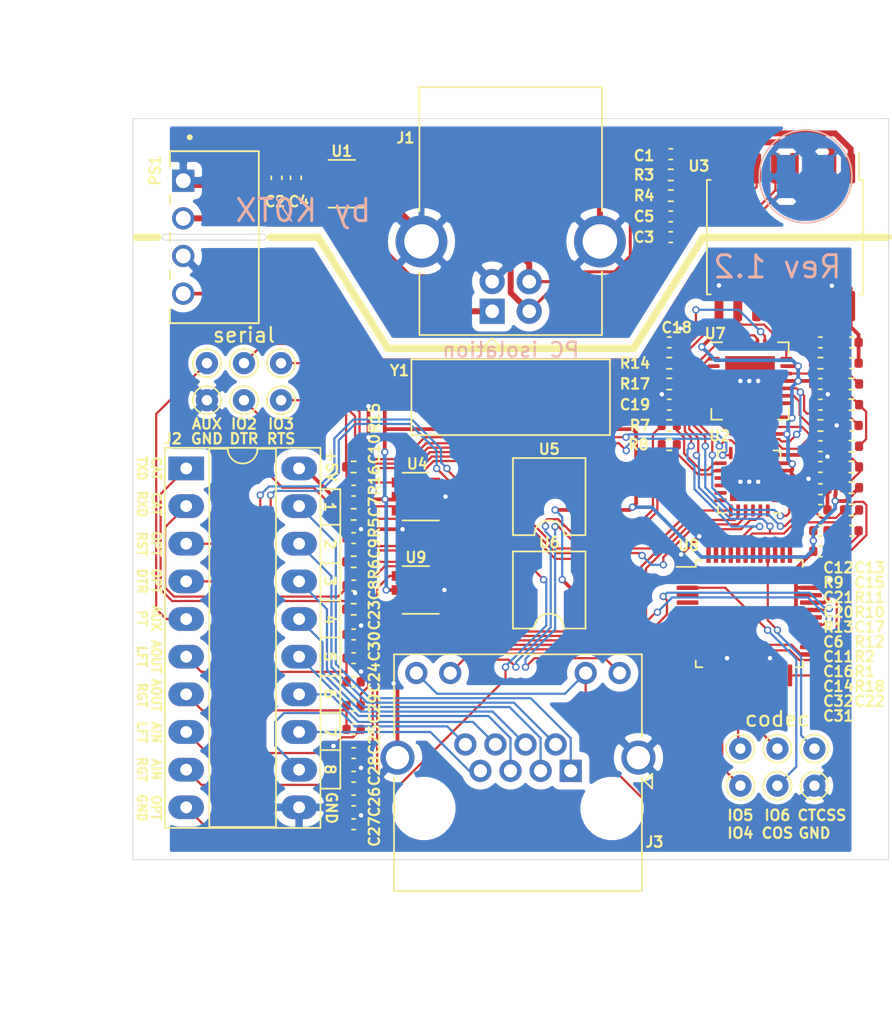
<source format=kicad_pcb>
(kicad_pcb (version 20171130) (host pcbnew "(5.1.10)-1")
  (layers (0 F.Cu signal) (31 B.Cu signal) (34 B.Paste user) (35 F.Paste user) (36 B.SilkS user) (37 F.SilkS user) (38 B.Mask user) (39 F.Mask user) (44 Edge.Cuts user))
  (net 0 "")
  (net 1 GND)
  (net 2 "Net-(R11-Pad2)")
  (net 3 +5V)
  (net 4 +3V3)
  (net 5 "Net-(R15-Pad1)")
  (net 6 "Net-(C18-Pad1)")
  (net 7 "Net-(C24-Pad2)")
  (net 8 "Net-(R7-Pad2)")
  (net 9 "Net-(R8-Pad2)")
  (net 10 "Net-(R9-Pad2)")
  (net 11 "Net-(C25-Pad2)")
  (net 12 "Net-(R3-Pad1)")
  (net 13 "Net-(R4-Pad1)")
  (net 14 ~RESET)
  (net 15 GND1)
  (net 16 +5P)
  (net 17 TxD)
  (net 18 ~DTR)
  (net 19 RxD)
  (net 20 ~RTS)
  (net 21 "Net-(C22-Pad1)")
  (net 22 "Net-(C23-Pad2)")
  (net 23 AFOUT_LEFT)
  (net 24 AFIN_LEFT)
  (net 25 "Net-(C26-Pad2)")
  (net 26 "Net-(R6-Pad2)")
  (net 27 "Net-(R13-Pad1)")
  (net 28 "Net-(R16-Pad1)")
  (net 29 ~TX_LED)
  (net 30 ~RX_LED)
  (net 31 "Net-(TP2-Pad1)")
  (net 32 "Net-(TP1-Pad1)")
  (net 33 ~PTT)
  (net 34 GND2)
  (net 35 ~KEY)
  (net 36 "Net-(J2-Pad5)")
  (net 37 "Net-(TP6-Pad1)")
  (net 38 "Net-(TP7-Pad1)")
  (net 39 "Net-(TP8-Pad1)")
  (net 40 "Net-(TP9-Pad1)")
  (net 41 "Net-(TP10-Pad1)")
  (net 42 "Net-(C5-Pad1)")
  (net 43 "Net-(C12-Pad1)")
  (net 44 "Net-(C19-Pad1)")
  (net 45 "Net-(J2-Pad18)")
  (net 46 "Net-(J2-Pad17)")
  (net 47 "Net-(J2-Pad16)")
  (net 48 "Net-(J2-Pad15)")
  (net 49 "Net-(J2-Pad14)")
  (net 50 "Net-(J2-Pad13)")
  (net 51 "Net-(J2-Pad12)")
  (net 52 "Net-(R1-Pad2)")
  (net 53 "Net-(R5-Pad2)")
  (net 54 /PC_P)
  (net 55 SND_P)
  (net 56 SRL_P)
  (net 57 UL_P)
  (net 58 /PC_N)
  (net 59 SRL_N)
  (net 60 UL_N)
  (net 61 SND_N)
  (net 62 "Net-(R12-Pad2)")
  (net 63 "Net-(R17-Pad1)")
  (net 64 AFOUT_RIGHT)
  (net 65 AFIN_RIGHT)
  (net 66 "Net-(J2-Pad19)")
  (module TestPoint:TestPoint_THTPad_D1.5mm_Drill0.7mm (layer F.Cu) (at 145 58)
    (fp_text reference TP12 hide)
    (fp_text value GND (at 0 2.6) (layer F.SilkS) (effects (font (size 0.7 0.7))))
    (pad 1 thru_hole circle (at 0 0) (size 1.5 1.5) (drill 0.7) (layers *.Cu *.Mask) (net 1 GND))
  )
  (module TestPoint:TestPoint_THTPad_D1.5mm_Drill0.7mm (layer F.Cu) (at 186 84)
    (fp_text reference TP11 hide)
    (fp_text value GND (at 0 3.2) (layer F.SilkS) (effects (font (size 0.7 0.7))))
    (pad 1 thru_hole circle (at 0 0) (size 1.5 1.5) (drill 0.7) (layers *.Cu *.Mask) (net 1 GND))
  )
  (module TestPoint:TestPoint_THTPad_D1.5mm_Drill0.7mm (layer F.Cu) (at 183.5 81.5)
    (fp_text reference TP10 hide)
    (fp_text value IO6 (at 0 4.5) (layer F.SilkS) (effects (font (size 0.7 0.7))))
    (pad 1 thru_hole circle (at 0 0) (size 1.5 1.5) (drill 0.7) (layers *.Cu *.Mask) (net 41 "Net-(TP10-Pad1)"))
  )
  (module TestPoint:TestPoint_THTPad_D1.5mm_Drill0.7mm (layer F.Cu) (at 181 81.5)
    (fp_text reference TP9 hide)
    (fp_text value IO5 (at 0 4.5) (layer F.SilkS) (effects (font (size 0.7 0.7))))
    (pad 1 thru_hole circle (at 0 0) (size 1.5 1.5) (drill 0.7) (layers *.Cu *.Mask) (net 40 "Net-(TP9-Pad1)"))
  )
  (module TestPoint:TestPoint_THTPad_D1.5mm_Drill0.7mm (layer F.Cu) (at 181 84)
    (fp_text reference TP8 hide)
    (fp_text value IO4 (at 0 3.2) (layer F.SilkS) (effects (font (size 0.7 0.7))))
    (pad 1 thru_hole circle (at 0 0) (size 1.5 1.5) (drill 0.7) (layers *.Cu *.Mask) (net 39 "Net-(TP8-Pad1)"))
  )
  (module TestPoint:TestPoint_THTPad_D1.5mm_Drill0.7mm (layer F.Cu) (at 186 81.5)
    (fp_text reference TP7 hide)
    (fp_text value CTCSS (at 0.5 4.5) (layer F.SilkS) (effects (font (size 0.7 0.7))))
    (pad 1 thru_hole circle (at 0 0) (size 1.5 1.5) (drill 0.7) (layers *.Cu *.Mask) (net 38 "Net-(TP7-Pad1)"))
  )
  (module TestPoint:TestPoint_THTPad_D1.5mm_Drill0.7mm (layer F.Cu) (at 183.5 84)
    (fp_text reference TP6 hide)
    (fp_text value COS (at 0 3.2) (layer F.SilkS) (effects (font (size 0.7 0.7))))
    (pad 1 thru_hole circle (at 0 0) (size 1.5 1.5) (drill 0.7) (layers *.Cu *.Mask) (net 37 "Net-(TP6-Pad1)"))
  )
  (module TestPoint:TestPoint_THTPad_D1.5mm_Drill0.7mm (layer F.Cu) (at 145 55.5)
    (fp_text reference TP5 hide)
    (fp_text value AUX (at 0 4.1) (layer F.SilkS) (effects (font (size 0.7 0.7))))
    (pad 1 thru_hole circle (at 0 0) (size 1.5 1.5) (drill 0.7) (layers *.Cu *.Mask) (net 36 "Net-(J2-Pad5)"))
  )
  (module TestPoint:TestPoint_THTPad_D1.5mm_Drill0.7mm (layer F.Cu) (at 147.5 58)
    (fp_text reference TP4 hide)
    (fp_text value DTR (at 0 2.6) (layer F.SilkS) (effects (font (size 0.7 0.7))))
    (pad 1 thru_hole circle (at 0 0) (size 1.5 1.5) (drill 0.7) (layers *.Cu *.Mask) (net 18 ~DTR))
  )
  (module TestPoint:TestPoint_THTPad_D1.5mm_Drill0.7mm (layer F.Cu) (at 150 58)
    (fp_text reference TP3 hide)
    (fp_text value RTS (at 0 2.6) (layer F.SilkS) (effects (font (size 0.7 0.7))))
    (pad 1 thru_hole circle (at 0 0) (size 1.5 1.5) (drill 0.7) (layers *.Cu *.Mask) (net 20 ~RTS))
  )
  (module TestPoint:TestPoint_THTPad_D1.5mm_Drill0.7mm (layer F.Cu) (at 147.5 55.5)
    (fp_text reference TP2 hide)
    (fp_text value IO2 (at 0 4.1) (layer F.SilkS) (effects (font (size 0.7 0.7))))
    (pad 1 thru_hole circle (at 0 0) (size 1.5 1.5) (drill 0.7) (layers *.Cu *.Mask) (net 31 "Net-(TP2-Pad1)"))
  )
  (module TestPoint:TestPoint_THTPad_D1.5mm_Drill0.7mm (layer F.Cu) (at 150 55.5)
    (fp_text reference TP1 hide)
    (fp_text value IO3 (at 0 4.1) (layer F.SilkS) (effects (font (size 0.7 0.7))))
    (pad 1 thru_hole circle (at 0 0) (size 1.5 1.5) (drill 0.7) (layers *.Cu *.Mask) (net 32 "Net-(TP1-Pad1)"))
  )
  (module Resistor_SMD:R_0402_1005Metric (layer F.Cu) (at 176.2 61)
    (fp_text reference R8 (at -1.3 0 unlocked) (layer F.SilkS) (effects (font (size 0.7 0.7)) (justify right)))
    (fp_text value 470)
    (pad 2 smd roundrect (at 0.51 0) (size 0.54 0.64) (layers F.Cu F.Paste F.Mask) (net 9 "Net-(R8-Pad2)"))
    (pad 1 smd roundrect (at -0.51 0) (size 0.54 0.64) (layers F.Cu F.Paste F.Mask) (net 29 ~TX_LED))
  )
  (module Resistor_SMD:R_0402_1005Metric (layer F.Cu) (at 176.2 59.7)
    (fp_text reference R7 (at -1.2 0 unlocked) (layer F.SilkS) (effects (font (size 0.7 0.7)) (justify right)))
    (fp_text value 470)
    (pad 2 smd roundrect (at 0.51 0) (size 0.54 0.64) (layers F.Cu F.Paste F.Mask) (net 8 "Net-(R7-Pad2)"))
    (pad 1 smd roundrect (at -0.51 0) (size 0.54 0.64) (layers F.Cu F.Paste F.Mask) (net 30 ~RX_LED))
  )
  (module Resistor_SMD:R_0402_1005Metric (layer F.Cu) (at 186.4 59.7)
    (fp_text reference R13 (at 0.1 13.6 unlocked) (layer F.SilkS) (effects (font (size 0.7 0.7)) (justify left)))
    (fp_text value 100K)
    (pad 2 smd roundrect (at 0.51 0) (size 0.54 0.64) (layers F.Cu F.Paste F.Mask) (net 1 GND))
    (pad 1 smd roundrect (at -0.51 0) (size 0.54 0.64) (layers F.Cu F.Paste F.Mask) (net 27 "Net-(R13-Pad1)"))
  )
  (module Resistor_SMD:R_0402_1005Metric (layer F.Cu) (at 188.5 61.1 180)
    (fp_text reference R12 (at -0.1 -13.2 unlocked) (layer F.SilkS) (effects (font (size 0.7 0.7)) (justify left)))
    (fp_text value 100K)
    (pad 2 smd roundrect (at 0.51 0 180) (size 0.54 0.64) (layers F.Cu F.Paste F.Mask) (net 62 "Net-(R12-Pad2)"))
    (pad 1 smd roundrect (at -0.51 0 180) (size 0.54 0.64) (layers F.Cu F.Paste F.Mask) (net 4 +3V3))
  )
  (module Crystal:Crystal_SMD_HC49-SD (layer F.Cu) (at 165.5 57.8 180)
    (fp_text reference Y1 (at 7.5 1.8 unlocked) (layer F.SilkS) (effects (font (size 0.7 0.7))))
    (fp_text value 24MHz)
    (pad 2 smd rect (at 4.25 0 180) (size 4.5 2) (layers F.Cu F.Paste F.Mask) (net 44 "Net-(C19-Pad1)"))
    (pad 1 smd rect (at -4.25 0 180) (size 4.5 2) (layers F.Cu F.Paste F.Mask) (net 6 "Net-(C18-Pad1)"))
  )
  (module Capacitor_SMD:C_0402_1005Metric (layer F.Cu) (at 186.4 54.1)
    (fp_text reference C12 (at 0.1 15.2 unlocked) (layer F.SilkS) (effects (font (size 0.7 0.7)) (justify left)))
    (fp_text value 100nF)
    (pad 2 smd roundrect (at 0.48 0) (size 0.56 0.62) (layers F.Cu F.Paste F.Mask) (net 1 GND))
    (pad 1 smd roundrect (at -0.48 0) (size 0.56 0.62) (layers F.Cu F.Paste F.Mask) (net 43 "Net-(C12-Pad1)"))
  )
  (module Resistor_SMD:R_0402_1005Metric (layer F.Cu) (at 186.4 55.5 180)
    (fp_text reference R9 (at -0.1 -14.8 unlocked) (layer F.SilkS) (effects (font (size 0.7 0.7)) (justify left)))
    (fp_text value 10K)
    (pad 2 smd roundrect (at 0.51 0 180) (size 0.54 0.64) (layers F.Cu F.Paste F.Mask) (net 10 "Net-(R9-Pad2)"))
    (pad 1 smd roundrect (at -0.51 0 180) (size 0.54 0.64) (layers F.Cu F.Paste F.Mask) (net 43 "Net-(C12-Pad1)"))
  )
  (module Resistor_SMD:R_0402_1005Metric (layer F.Cu) (at 188.5 56.9)
    (fp_text reference R11 (at 0.1 14.4 unlocked) (layer F.SilkS) (effects (font (size 0.7 0.7)) (justify left)))
    (fp_text value 100K)
    (pad 2 smd roundrect (at 0.51 0) (size 0.54 0.64) (layers F.Cu F.Paste F.Mask) (net 2 "Net-(R11-Pad2)"))
    (pad 1 smd roundrect (at -0.51 0) (size 0.54 0.64) (layers F.Cu F.Paste F.Mask) (net 4 +3V3))
  )
  (module Capacitor_SMD:C_0402_1005Metric (layer F.Cu) (at 151 43 270)
    (fp_text reference C4 (at 1.6 -0.2 unlocked) (layer F.SilkS) (effects (font (size 0.7 0.7))))
    (fp_text value 100nF)
    (pad 2 smd roundrect (at 0.48 0 270) (size 0.56 0.62) (layers F.Cu F.Paste F.Mask) (net 15 GND1))
    (pad 1 smd roundrect (at -0.48 0 270) (size 0.56 0.62) (layers F.Cu F.Paste F.Mask) (net 16 +5P))
  )
  (module Connector_USB:USB_B_OST_USB-B1HSxx_Horizontal (layer F.Cu) (at 164.25 52 90)
    (fp_text reference J1 (at 11.7 -5.85 unlocked) (layer F.SilkS) (effects (font (size 0.7 0.7))))
    (fp_text value USB_B)
    (pad 5 thru_hole circle (at 4.71 7.27 90) (size 3.5 3.5) (drill 2.33) (layers *.Cu *.Mask) (net 15 GND1))
    (pad 5 thru_hole circle (at 4.71 -4.77 90) (size 3.5 3.5) (drill 2.33) (layers *.Cu *.Mask) (net 15 GND1))
    (pad 4 thru_hole circle (at 2 0 90) (size 1.7 1.7) (drill 0.92) (layers *.Cu *.Mask) (net 15 GND1))
    (pad 3 thru_hole circle (at 2 2.5 90) (size 1.7 1.7) (drill 0.92) (layers *.Cu *.Mask) (net 54 /PC_P))
    (pad 2 thru_hole circle (at 0 2.5 90) (size 1.7 1.7) (drill 0.92) (layers *.Cu *.Mask) (net 58 /PC_N))
    (pad 1 thru_hole rect (at 0 0 90) (size 1.7 1.7) (drill 0.92) (layers *.Cu *.Mask) (net 16 +5P))
  )
  (module Package_SO:SOIC-16W_7.5x10.3mm_P1.27mm (layer F.Cu) (at 184 47 270)
    (fp_text reference U3 (at -4.8 5.8 unlocked) (layer F.SilkS) (effects (font (size 0.7 0.7))))
    (fp_text value ADUM3160)
    (pad 16 smd roundrect (at 4.65 -4.445 270) (size 2.05 0.6) (layers F.Cu F.Paste F.Mask) (net 3 +5V))
    (pad 15 smd roundrect (at 4.65 -3.175 270) (size 2.05 0.6) (layers F.Cu F.Paste F.Mask) (net 1 GND))
    (pad 14 smd roundrect (at 4.65 -1.905 270) (size 2.05 0.6) (layers F.Cu F.Paste F.Mask) (net 43 "Net-(C12-Pad1)"))
    (pad 13 smd roundrect (at 4.65 -0.635 270) (size 2.05 0.6) (layers F.Cu F.Paste F.Mask) (net 43 "Net-(C12-Pad1)"))
    (pad 12 smd roundrect (at 4.65 0.635 270) (size 2.05 0.6) (layers F.Cu F.Paste F.Mask) (net 10 "Net-(R9-Pad2)"))
    (pad 11 smd roundrect (at 4.65 1.905 270) (size 2.05 0.6) (layers F.Cu F.Paste F.Mask) (net 60 UL_N))
    (pad 10 smd roundrect (at 4.65 3.175 270) (size 2.05 0.6) (layers F.Cu F.Paste F.Mask) (net 57 UL_P))
    (pad 9 smd roundrect (at 4.65 4.445 270) (size 2.05 0.6) (layers F.Cu F.Paste F.Mask) (net 1 GND))
    (pad 8 smd roundrect (at -4.65 4.445 270) (size 2.05 0.6) (layers F.Cu F.Paste F.Mask) (net 15 GND1))
    (pad 7 smd roundrect (at -4.65 3.175 270) (size 2.05 0.6) (layers F.Cu F.Paste F.Mask) (net 12 "Net-(R3-Pad1)"))
    (pad 6 smd roundrect (at -4.65 1.905 270) (size 2.05 0.6) (layers F.Cu F.Paste F.Mask) (net 13 "Net-(R4-Pad1)"))
    (pad 5 smd roundrect (at -4.65 0.635 270) (size 2.05 0.6) (layers F.Cu F.Paste F.Mask) (net 42 "Net-(C5-Pad1)"))
    (pad 4 smd roundrect (at -4.65 -0.635 270) (size 2.05 0.6) (layers F.Cu F.Paste F.Mask) (net 42 "Net-(C5-Pad1)"))
    (pad 3 smd roundrect (at -4.65 -1.905 270) (size 2.05 0.6) (layers F.Cu F.Paste F.Mask) (net 42 "Net-(C5-Pad1)"))
    (pad 2 smd roundrect (at -4.65 -3.175 270) (size 2.05 0.6) (layers F.Cu F.Paste F.Mask) (net 15 GND1))
    (pad 1 smd roundrect (at -4.65 -4.445 270) (size 2.05 0.6) (layers F.Cu F.Paste F.Mask) (net 16 +5P))
  )
  (module footprints:CONV_B0505S-1WR2 (layer F.Cu) (at 145.5 47 270)
    (fp_text reference PS1 (at -4.5 4 90 unlocked) (layer F.SilkS) (effects (font (size 0.7 0.7))))
    (fp_text value B0505S-1WR2)
    (pad 1 thru_hole rect (at -3.81 2.1 270) (size 1.508 1.508) (drill 1) (layers *.Cu *.Mask) (net 15 GND1))
    (pad 2 thru_hole circle (at -1.27 2.1 270) (size 1.508 1.508) (drill 1) (layers *.Cu *.Mask) (net 16 +5P))
    (pad 3 thru_hole circle (at 1.27 2.1 270) (size 1.508 1.508) (drill 1) (layers *.Cu *.Mask) (net 1 GND))
    (pad 4 thru_hole circle (at 3.81 2.1 270) (size 1.508 1.508) (drill 1) (layers *.Cu *.Mask) (net 3 +5V))
  )
  (module Package_QFP:LQFP-48_7x7mm_P0.5mm (layer F.Cu) (at 181.6 72.4)
    (fp_text reference U8 (at -4.1 -4.6 unlocked) (layer F.SilkS) (effects (font (size 0.7 0.7))))
    (fp_text value CM118B)
    (pad 48 smd roundrect (at -2.75 -4.1625) (size 0.3 1.475) (layers F.Cu F.Paste F.Mask))
    (pad 47 smd roundrect (at -2.25 -4.1625) (size 0.3 1.475) (layers F.Cu F.Paste F.Mask))
    (pad 46 smd roundrect (at -1.75 -4.1625) (size 0.3 1.475) (layers F.Cu F.Paste F.Mask))
    (pad 45 smd roundrect (at -1.25 -4.1625) (size 0.3 1.475) (layers F.Cu F.Paste F.Mask))
    (pad 44 smd roundrect (at -0.75 -4.1625) (size 0.3 1.475) (layers F.Cu F.Paste F.Mask) (net 61 SND_N))
    (pad 43 smd roundrect (at -0.25 -4.1625) (size 0.3 1.475) (layers F.Cu F.Paste F.Mask) (net 55 SND_P))
    (pad 42 smd roundrect (at 0.25 -4.1625) (size 0.3 1.475) (layers F.Cu F.Paste F.Mask))
    (pad 41 smd roundrect (at 0.75 -4.1625) (size 0.3 1.475) (layers F.Cu F.Paste F.Mask))
    (pad 40 smd roundrect (at 1.25 -4.1625) (size 0.3 1.475) (layers F.Cu F.Paste F.Mask) (net 38 "Net-(TP7-Pad1)"))
    (pad 39 smd roundrect (at 1.75 -4.1625) (size 0.3 1.475) (layers F.Cu F.Paste F.Mask))
    (pad 38 smd roundrect (at 2.25 -4.1625) (size 0.3 1.475) (layers F.Cu F.Paste F.Mask))
    (pad 37 smd roundrect (at 2.75 -4.1625) (size 0.3 1.475) (layers F.Cu F.Paste F.Mask))
    (pad 36 smd roundrect (at 4.1625 -2.75) (size 1.475 0.3) (layers F.Cu F.Paste F.Mask))
    (pad 35 smd roundrect (at 4.1625 -2.25) (size 1.475 0.3) (layers F.Cu F.Paste F.Mask) (net 1 GND))
    (pad 34 smd roundrect (at 4.1625 -1.75) (size 1.475 0.3) (layers F.Cu F.Paste F.Mask) (net 3 +5V))
    (pad 33 smd roundrect (at 4.1625 -1.25) (size 1.475 0.3) (layers F.Cu F.Paste F.Mask) (net 3 +5V))
    (pad 32 smd roundrect (at 4.1625 -0.75) (size 1.475 0.3) (layers F.Cu F.Paste F.Mask) (net 1 GND))
    (pad 31 smd roundrect (at 4.1625 -0.25) (size 1.475 0.3) (layers F.Cu F.Paste F.Mask) (net 7 "Net-(C24-Pad2)"))
    (pad 30 smd roundrect (at 4.1625 0.25) (size 1.475 0.3) (layers F.Cu F.Paste F.Mask))
    (pad 29 smd roundrect (at 4.1625 0.75) (size 1.475 0.3) (layers F.Cu F.Paste F.Mask) (net 22 "Net-(C23-Pad2)"))
    (pad 28 smd roundrect (at 4.1625 1.25) (size 1.475 0.3) (layers F.Cu F.Paste F.Mask) (net 3 +5V))
    (pad 27 smd roundrect (at 4.1625 1.75) (size 1.475 0.3) (layers F.Cu F.Paste F.Mask) (net 25 "Net-(C26-Pad2)"))
    (pad 26 smd roundrect (at 4.1625 2.25) (size 1.475 0.3) (layers F.Cu F.Paste F.Mask))
    (pad 25 smd roundrect (at 4.1625 2.75) (size 1.475 0.3) (layers F.Cu F.Paste F.Mask) (net 11 "Net-(C25-Pad2)"))
    (pad 24 smd roundrect (at 2.75 4.1625) (size 0.3 1.475) (layers F.Cu F.Paste F.Mask) (net 21 "Net-(C22-Pad1)"))
    (pad 23 smd roundrect (at 2.25 4.1625) (size 0.3 1.475) (layers F.Cu F.Paste F.Mask))
    (pad 22 smd roundrect (at 1.75 4.1625) (size 0.3 1.475) (layers F.Cu F.Paste F.Mask) (net 1 GND))
    (pad 21 smd roundrect (at 1.25 4.1625) (size 0.3 1.475) (layers F.Cu F.Paste F.Mask))
    (pad 20 smd roundrect (at 0.75 4.1625) (size 0.3 1.475) (layers F.Cu F.Paste F.Mask))
    (pad 19 smd roundrect (at 0.25 4.1625) (size 0.3 1.475) (layers F.Cu F.Paste F.Mask))
    (pad 18 smd roundrect (at -0.25 4.1625) (size 0.3 1.475) (layers F.Cu F.Paste F.Mask) (net 41 "Net-(TP10-Pad1)"))
    (pad 17 smd roundrect (at -0.75 4.1625) (size 0.3 1.475) (layers F.Cu F.Paste F.Mask) (net 40 "Net-(TP9-Pad1)"))
    (pad 16 smd roundrect (at -1.25 4.1625) (size 0.3 1.475) (layers F.Cu F.Paste F.Mask) (net 39 "Net-(TP8-Pad1)"))
    (pad 15 smd roundrect (at -1.75 4.1625) (size 0.3 1.475) (layers F.Cu F.Paste F.Mask) (net 1 GND))
    (pad 14 smd roundrect (at -2.25 4.1625) (size 0.3 1.475) (layers F.Cu F.Paste F.Mask))
    (pad 13 smd roundrect (at -2.75 4.1625) (size 0.3 1.475) (layers F.Cu F.Paste F.Mask))
    (pad 12 smd roundrect (at -4.1625 2.75) (size 1.475 0.3) (layers F.Cu F.Paste F.Mask))
    (pad 11 smd roundrect (at -4.1625 2.25) (size 1.475 0.3) (layers F.Cu F.Paste F.Mask))
    (pad 10 smd roundrect (at -4.1625 1.75) (size 1.475 0.3) (layers F.Cu F.Paste F.Mask))
    (pad 9 smd roundrect (at -4.1625 1.25) (size 1.475 0.3) (layers F.Cu F.Paste F.Mask))
    (pad 8 smd roundrect (at -4.1625 0.75) (size 1.475 0.3) (layers F.Cu F.Paste F.Mask))
    (pad 7 smd roundrect (at -4.1625 0.25) (size 1.475 0.3) (layers F.Cu F.Paste F.Mask))
    (pad 6 smd roundrect (at -4.1625 -0.25) (size 1.475 0.3) (layers F.Cu F.Paste F.Mask))
    (pad 5 smd roundrect (at -4.1625 -0.75) (size 1.475 0.3) (layers F.Cu F.Paste F.Mask))
    (pad 4 smd roundrect (at -4.1625 -1.25) (size 1.475 0.3) (layers F.Cu F.Paste F.Mask))
    (pad 3 smd roundrect (at -4.1625 -1.75) (size 1.475 0.3) (layers F.Cu F.Paste F.Mask) (net 37 "Net-(TP6-Pad1)"))
    (pad 2 smd roundrect (at -4.1625 -2.25) (size 1.475 0.3) (layers F.Cu F.Paste F.Mask))
    (pad 1 smd roundrect (at -4.1625 -2.75) (size 1.475 0.3) (layers F.Cu F.Paste F.Mask))
  )
  (module Package_DFN_QFN:QFN-28-1EP_5x5mm_P0.5mm_EP3.35x3.35mm (layer F.Cu) (at 181.65 56.7)
    (fp_text reference U7 (at -2.35 -3.2 unlocked) (layer F.SilkS) (effects (font (size 0.7 0.7))))
    (fp_text value USB2412-DZK-TR)
    (pad 29 smd rect (at 0 0) (size 3.35 3.35) (layers F.Cu F.Mask) (net 1 GND))
    (pad 28 smd roundrect (at -1.5 -2.45) (size 0.25 0.8) (layers F.Cu F.Paste F.Mask) (net 61 SND_N))
    (pad 27 smd roundrect (at -1 -2.45) (size 0.25 0.8) (layers F.Cu F.Paste F.Mask) (net 4 +3V3))
    (pad 26 smd roundrect (at -0.5 -2.45) (size 0.25 0.8) (layers F.Cu F.Paste F.Mask) (net 63 "Net-(R17-Pad1)"))
    (pad 25 smd roundrect (at 0 -2.45) (size 0.25 0.8) (layers F.Cu F.Paste F.Mask))
    (pad 24 smd roundrect (at 0.5 -2.45) (size 0.25 0.8) (layers F.Cu F.Paste F.Mask) (net 44 "Net-(C19-Pad1)"))
    (pad 23 smd roundrect (at 1 -2.45) (size 0.25 0.8) (layers F.Cu F.Paste F.Mask) (net 6 "Net-(C18-Pad1)"))
    (pad 22 smd roundrect (at 1.5 -2.45) (size 0.25 0.8) (layers F.Cu F.Paste F.Mask) (net 57 UL_P))
    (pad 21 smd roundrect (at 2.45 -1.5) (size 0.8 0.25) (layers F.Cu F.Paste F.Mask) (net 60 UL_N))
    (pad 20 smd roundrect (at 2.45 -1) (size 0.8 0.25) (layers F.Cu F.Paste F.Mask) (net 4 +3V3))
    (pad 19 smd roundrect (at 2.45 -0.5) (size 0.8 0.25) (layers F.Cu F.Paste F.Mask) (net 2 "Net-(R11-Pad2)"))
    (pad 18 smd roundrect (at 2.45 0) (size 0.8 0.25) (layers F.Cu F.Paste F.Mask) (net 4 +3V3))
    (pad 17 smd roundrect (at 2.45 0.5) (size 0.8 0.25) (layers F.Cu F.Paste F.Mask) (net 14 ~RESET))
    (pad 16 smd roundrect (at 2.45 1) (size 0.8 0.25) (layers F.Cu F.Paste F.Mask) (net 27 "Net-(R13-Pad1)"))
    (pad 15 smd roundrect (at 2.45 1.5) (size 0.8 0.25) (layers F.Cu F.Paste F.Mask) (net 1 GND))
    (pad 14 smd roundrect (at 1.5 2.45) (size 0.25 0.8) (layers F.Cu F.Paste F.Mask) (net 4 +3V3))
    (pad 13 smd roundrect (at 1 2.45) (size 0.25 0.8) (layers F.Cu F.Paste F.Mask) (net 62 "Net-(R12-Pad2)"))
    (pad 12 smd roundrect (at 0.5 2.45) (size 0.25 0.8) (layers F.Cu F.Paste F.Mask))
    (pad 11 smd roundrect (at 0 2.45) (size 0.25 0.8) (layers F.Cu F.Paste F.Mask))
    (pad 10 smd roundrect (at -0.5 2.45) (size 0.25 0.8) (layers F.Cu F.Paste F.Mask) (net 4 +3V3))
    (pad 9 smd roundrect (at -1 2.45) (size 0.25 0.8) (layers F.Cu F.Paste F.Mask))
    (pad 8 smd roundrect (at -1.5 2.45) (size 0.25 0.8) (layers F.Cu F.Paste F.Mask))
    (pad 7 smd roundrect (at -2.45 1.5) (size 0.8 0.25) (layers F.Cu F.Paste F.Mask))
    (pad 6 smd roundrect (at -2.45 1) (size 0.8 0.25) (layers F.Cu F.Paste F.Mask) (net 1 GND))
    (pad 5 smd roundrect (at -2.45 0.5) (size 0.8 0.25) (layers F.Cu F.Paste F.Mask))
    (pad 4 smd roundrect (at -2.45 0) (size 0.8 0.25) (layers F.Cu F.Paste F.Mask) (net 4 +3V3))
    (pad 3 smd roundrect (at -2.45 -0.5) (size 0.8 0.25) (layers F.Cu F.Paste F.Mask) (net 56 SRL_P))
    (pad 2 smd roundrect (at -2.45 -1) (size 0.8 0.25) (layers F.Cu F.Paste F.Mask) (net 59 SRL_N))
    (pad 1 smd roundrect (at -2.45 -1.5) (size 0.8 0.25) (layers F.Cu F.Paste F.Mask) (net 55 SND_P))
  )
  (module Package_DIP:DIP-20_W7.62mm_Socket_LongPads (layer F.Cu) (at 143.6 62.6)
    (fp_text reference J2 (at -0.9 -2 unlocked) (layer F.SilkS) (effects (font (size 0.7 0.7))))
    (fp_text value Socket_20DIP)
    (pad 20 thru_hole oval (at 7.62 0) (size 2.4 1.6) (drill 0.8) (layers *.Cu *.Mask) (net 3 +5V))
    (pad 10 thru_hole oval (at 0 22.86) (size 2.4 1.6) (drill 0.8) (layers *.Cu *.Mask) (net 34 GND2))
    (pad 19 thru_hole oval (at 7.62 2.54) (size 2.4 1.6) (drill 0.8) (layers *.Cu *.Mask) (net 66 "Net-(J2-Pad19)"))
    (pad 9 thru_hole oval (at 0 20.32) (size 2.4 1.6) (drill 0.8) (layers *.Cu *.Mask) (net 65 AFIN_RIGHT))
    (pad 18 thru_hole oval (at 7.62 5.08) (size 2.4 1.6) (drill 0.8) (layers *.Cu *.Mask) (net 45 "Net-(J2-Pad18)"))
    (pad 8 thru_hole oval (at 0 17.78) (size 2.4 1.6) (drill 0.8) (layers *.Cu *.Mask) (net 24 AFIN_LEFT))
    (pad 17 thru_hole oval (at 7.62 7.62) (size 2.4 1.6) (drill 0.8) (layers *.Cu *.Mask) (net 46 "Net-(J2-Pad17)"))
    (pad 7 thru_hole oval (at 0 15.24) (size 2.4 1.6) (drill 0.8) (layers *.Cu *.Mask) (net 64 AFOUT_RIGHT))
    (pad 16 thru_hole oval (at 7.62 10.16) (size 2.4 1.6) (drill 0.8) (layers *.Cu *.Mask) (net 47 "Net-(J2-Pad16)"))
    (pad 6 thru_hole oval (at 0 12.7) (size 2.4 1.6) (drill 0.8) (layers *.Cu *.Mask) (net 23 AFOUT_LEFT))
    (pad 15 thru_hole oval (at 7.62 12.7) (size 2.4 1.6) (drill 0.8) (layers *.Cu *.Mask) (net 48 "Net-(J2-Pad15)"))
    (pad 5 thru_hole oval (at 0 10.16) (size 2.4 1.6) (drill 0.8) (layers *.Cu *.Mask) (net 36 "Net-(J2-Pad5)"))
    (pad 14 thru_hole oval (at 7.62 15.24) (size 2.4 1.6) (drill 0.8) (layers *.Cu *.Mask) (net 49 "Net-(J2-Pad14)"))
    (pad 4 thru_hole oval (at 0 7.62) (size 2.4 1.6) (drill 0.8) (layers *.Cu *.Mask) (net 35 ~KEY))
    (pad 13 thru_hole oval (at 7.62 17.78) (size 2.4 1.6) (drill 0.8) (layers *.Cu *.Mask) (net 50 "Net-(J2-Pad13)"))
    (pad 3 thru_hole oval (at 0 5.08) (size 2.4 1.6) (drill 0.8) (layers *.Cu *.Mask) (net 33 ~PTT))
    (pad 12 thru_hole oval (at 7.62 20.32) (size 2.4 1.6) (drill 0.8) (layers *.Cu *.Mask) (net 51 "Net-(J2-Pad12)"))
    (pad 2 thru_hole oval (at 0 2.54) (size 2.4 1.6) (drill 0.8) (layers *.Cu *.Mask) (net 19 RxD))
    (pad 11 thru_hole oval (at 7.62 22.86) (size 2.4 1.6) (drill 0.8) (layers *.Cu *.Mask) (net 1 GND))
    (pad 1 thru_hole rect (at 0 0) (size 2.4 1.6) (drill 0.8) (layers *.Cu *.Mask) (net 17 TxD))
  )
  (module Connector_RJ:RJ45_Amphenol_RJHSE538X (layer F.Cu) (at 169.55 83 180)
    (fp_text reference J3 (at -5.65 -4.8 unlocked) (layer F.SilkS) (effects (font (size 0.7 0.7))))
    (fp_text value RJ45_LED_Shielded)
    (pad 12 thru_hole circle (at 10.42 6.6 180) (size 1.5 1.5) (drill 0.89) (layers *.Cu *.Mask) (net 4 +3V3))
    (pad 11 thru_hole circle (at 8.13 6.6 180) (size 1.5 1.5) (drill 0.89) (layers *.Cu *.Mask) (net 30 ~RX_LED))
    (pad 10 thru_hole circle (at -1.01 6.6 180) (size 1.5 1.5) (drill 0.89) (layers *.Cu *.Mask) (net 4 +3V3))
    (pad 9 thru_hole circle (at -3.3 6.6 180) (size 1.5 1.5) (drill 0.89) (layers *.Cu *.Mask) (net 29 ~TX_LED))
    (pad SH thru_hole circle (at -4.57 0.89 180) (size 2.3 2.3) (drill 1.57) (layers *.Cu *.Mask) (net 1 GND))
    (pad SH thru_hole circle (at 11.69 0.89 180) (size 2.3 2.3) (drill 1.57) (layers *.Cu *.Mask) (net 1 GND))
    (pad "" np_thru_hole circle (at 9.91 -2.54 180) (size 3.25 3.25) (drill 3.25) (layers *.Cu *.Mask))
    (pad "" np_thru_hole circle (at -2.79 -2.54 180) (size 3.25 3.25) (drill 3.25) (layers *.Cu *.Mask))
    (pad 8 thru_hole circle (at 7.112 1.78 180) (size 1.5 1.5) (drill 0.89) (layers *.Cu *.Mask) (net 51 "Net-(J2-Pad12)"))
    (pad 6 thru_hole circle (at 5.08 1.78 180) (size 1.5 1.5) (drill 0.89) (layers *.Cu *.Mask) (net 49 "Net-(J2-Pad14)"))
    (pad 4 thru_hole circle (at 3.048 1.78 180) (size 1.5 1.5) (drill 0.89) (layers *.Cu *.Mask) (net 47 "Net-(J2-Pad16)"))
    (pad 2 thru_hole circle (at 1.016 1.78 180) (size 1.5 1.5) (drill 0.89) (layers *.Cu *.Mask) (net 45 "Net-(J2-Pad18)"))
    (pad 7 thru_hole circle (at 6.096 0 180) (size 1.5 1.5) (drill 0.89) (layers *.Cu *.Mask) (net 50 "Net-(J2-Pad13)"))
    (pad 5 thru_hole circle (at 4.064 0 180) (size 1.5 1.5) (drill 0.89) (layers *.Cu *.Mask) (net 48 "Net-(J2-Pad15)"))
    (pad 3 thru_hole circle (at 2.032 0 180) (size 1.5 1.5) (drill 0.89) (layers *.Cu *.Mask) (net 46 "Net-(J2-Pad17)"))
    (pad 1 thru_hole rect (at 0 0 180) (size 1.5 1.5) (drill 0.89) (layers *.Cu *.Mask) (net 66 "Net-(J2-Pad19)"))
  )
  (module Package_TO_SOT_SMD:SOT-23-6 (layer F.Cu) (at 154.1 43.4 180)
    (fp_text reference U1 (at 0 2.2 unlocked) (layer F.SilkS) (effects (font (size 0.7 0.7))))
    (fp_text value ESDU5V0H4)
    (pad 5 smd rect (at 1.1 0 180) (size 1.06 0.65) (layers F.Cu F.Paste F.Mask) (net 16 +5P))
    (pad 6 smd rect (at 1.1 -0.95 180) (size 1.06 0.65) (layers F.Cu F.Paste F.Mask) (net 58 /PC_N))
    (pad 4 smd rect (at 1.1 0.95 180) (size 1.06 0.65) (layers F.Cu F.Paste F.Mask) (net 54 /PC_P))
    (pad 3 smd rect (at -1.1 0.95 180) (size 1.06 0.65) (layers F.Cu F.Paste F.Mask) (net 54 /PC_P))
    (pad 2 smd rect (at -1.1 0 180) (size 1.06 0.65) (layers F.Cu F.Paste F.Mask) (net 15 GND1))
    (pad 1 smd rect (at -1.1 -0.95 180) (size 1.06 0.65) (layers F.Cu F.Paste F.Mask) (net 58 /PC_N))
  )
  (module Package_TO_SOT_SMD:SOT-23-6 (layer F.Cu) (at 159.1 70.8 180)
    (fp_text reference U9 (at 0 2.2 unlocked) (layer F.SilkS) (effects (font (size 0.7 0.7))))
    (fp_text value ESDU5V0H4)
    (pad 5 smd rect (at 1.1 0 180) (size 1.06 0.65) (layers F.Cu F.Paste F.Mask) (net 3 +5V))
    (pad 6 smd rect (at 1.1 -0.95 180) (size 1.06 0.65) (layers F.Cu F.Paste F.Mask) (net 7 "Net-(C24-Pad2)"))
    (pad 4 smd rect (at 1.1 0.95 180) (size 1.06 0.65) (layers F.Cu F.Paste F.Mask) (net 22 "Net-(C23-Pad2)"))
    (pad 3 smd rect (at -1.1 0.95 180) (size 1.06 0.65) (layers F.Cu F.Paste F.Mask) (net 11 "Net-(C25-Pad2)"))
    (pad 2 smd rect (at -1.1 0 180) (size 1.06 0.65) (layers F.Cu F.Paste F.Mask) (net 1 GND))
    (pad 1 smd rect (at -1.1 -0.95 180) (size 1.06 0.65) (layers F.Cu F.Paste F.Mask) (net 25 "Net-(C26-Pad2)"))
  )
  (module Package_TO_SOT_SMD:SOT-23-6 (layer F.Cu) (at 159.1 64.5 180)
    (fp_text reference U4 (at -0.1 2.2 unlocked) (layer F.SilkS) (effects (font (size 0.7 0.7))))
    (fp_text value ESDU5V0H4)
    (pad 5 smd rect (at 1.1 0 180) (size 1.06 0.65) (layers F.Cu F.Paste F.Mask) (net 3 +5V))
    (pad 6 smd rect (at 1.1 -0.95 180) (size 1.06 0.65) (layers F.Cu F.Paste F.Mask) (net 18 ~DTR))
    (pad 4 smd rect (at 1.1 0.95 180) (size 1.06 0.65) (layers F.Cu F.Paste F.Mask) (net 20 ~RTS))
    (pad 3 smd rect (at -1.1 0.95 180) (size 1.06 0.65) (layers F.Cu F.Paste F.Mask) (net 19 RxD))
    (pad 2 smd rect (at -1.1 0 180) (size 1.06 0.65) (layers F.Cu F.Paste F.Mask) (net 1 GND))
    (pad 1 smd rect (at -1.1 -0.95 180) (size 1.06 0.65) (layers F.Cu F.Paste F.Mask) (net 17 TxD))
  )
  (module Resistor_SMD:R_0402_1005Metric (layer F.Cu) (at 188.5 65.4)
    (fp_text reference R18 (at 0.1 11.9 unlocked) (layer F.SilkS) (effects (font (size 0.7 0.7)) (justify left)))
    (fp_text value 1.5K)
    (pad 2 smd roundrect (at 0.51 0) (size 0.54 0.64) (layers F.Cu F.Paste F.Mask) (net 55 SND_P))
    (pad 1 smd roundrect (at -0.51 0) (size 0.54 0.64) (layers F.Cu F.Paste F.Mask) (net 4 +3V3))
  )
  (module Resistor_SMD:R_0402_1005Metric (layer F.Cu) (at 176.2 56.9 180)
    (fp_text reference R17 (at 1.2 0 unlocked) (layer F.SilkS) (effects (font (size 0.7 0.7)) (justify right)))
    (fp_text value 12K)
    (pad 2 smd roundrect (at 0.51 0 180) (size 0.54 0.64) (layers F.Cu F.Paste F.Mask) (net 1 GND))
    (pad 1 smd roundrect (at -0.51 0 180) (size 0.54 0.64) (layers F.Cu F.Paste F.Mask) (net 63 "Net-(R17-Pad1)"))
  )
  (module Resistor_SMD:R_0402_1005Metric (layer F.Cu) (at 176.2 55.5 180)
    (fp_text reference R14 (at 1.2 0 unlocked) (layer F.SilkS) (effects (font (size 0.7 0.7)) (justify right)))
    (fp_text value 1M)
    (pad 2 smd roundrect (at 0.51 0 180) (size 0.54 0.64) (layers F.Cu F.Paste F.Mask) (net 6 "Net-(C18-Pad1)"))
    (pad 1 smd roundrect (at -0.51 0 180) (size 0.54 0.64) (layers F.Cu F.Paste F.Mask) (net 44 "Net-(C19-Pad1)"))
  )
  (module Resistor_SMD:R_0402_1005Metric (layer F.Cu) (at 154.9 72.1)
    (fp_text reference R6 (at 1.4 -2.7 90 unlocked) (layer F.SilkS) (effects (font (size 0.7 0.7))))
    (fp_text value 33)
    (pad 2 smd roundrect (at 0.51 0) (size 0.54 0.64) (layers F.Cu F.Paste F.Mask) (net 26 "Net-(R6-Pad2)"))
    (pad 1 smd roundrect (at -0.51 0) (size 0.54 0.64) (layers F.Cu F.Paste F.Mask) (net 17 TxD))
  )
  (module Resistor_SMD:R_0402_1005Metric (layer F.Cu) (at 154.9 68.9)
    (fp_text reference R5 (at 1.4 -2.3 90 unlocked) (layer F.SilkS) (effects (font (size 0.7 0.7))))
    (fp_text value 33)
    (pad 2 smd roundrect (at 0.51 0) (size 0.54 0.64) (layers F.Cu F.Paste F.Mask) (net 53 "Net-(R5-Pad2)"))
    (pad 1 smd roundrect (at -0.51 0) (size 0.54 0.64) (layers F.Cu F.Paste F.Mask) (net 19 RxD))
  )
  (module Resistor_SMD:R_0402_1005Metric (layer F.Cu) (at 188.5 62.5 180)
    (fp_text reference R2 (at -0.1 -12.8 unlocked) (layer F.SilkS) (effects (font (size 0.7 0.7)) (justify left)))
    (fp_text value 47K)
    (pad 2 smd roundrect (at 0.51 0 180) (size 0.54 0.64) (layers F.Cu F.Paste F.Mask) (net 1 GND))
    (pad 1 smd roundrect (at -0.51 0 180) (size 0.54 0.64) (layers F.Cu F.Paste F.Mask) (net 52 "Net-(R1-Pad2)"))
  )
  (module Resistor_SMD:R_0402_1005Metric (layer F.Cu) (at 188.5 63.9 180)
    (fp_text reference R1 (at -0.1 -12.4 unlocked) (layer F.SilkS) (effects (font (size 0.7 0.7)) (justify left)))
    (fp_text value 22K)
    (pad 2 smd roundrect (at 0.51 0 180) (size 0.54 0.64) (layers F.Cu F.Paste F.Mask) (net 52 "Net-(R1-Pad2)"))
    (pad 1 smd roundrect (at -0.51 0 180) (size 0.54 0.64) (layers F.Cu F.Paste F.Mask) (net 3 +5V))
  )
  (module footprints:digirig-logo-6mm (layer F.Cu) (at 185.4 42.9)
    (fp_text reference L1 hide)
    (fp_text value LOGO hide)
    (fp_poly (pts (xy 0.201786 -2.978045) (xy 0.47019 -2.956382) (xy 0.721251 -2.911151) (xy 0.965101 -2.840288) (xy 1.21187 -2.741731) (xy 1.322916 -2.689583) (xy 1.595655 -2.540767) (xy 1.838481 -2.373973) (xy 2.062615 -2.181244) (xy 2.122822 -2.122282) (xy 2.303094 -1.92864) (xy 2.45404 -1.737104) (xy 2.585582 -1.533909) (xy 2.698945 -1.322917) (xy 2.812024 -1.073308) (xy 2.896676 -0.833637) (xy 2.955073 -0.593511) (xy 2.989385 -0.342536) (xy 3.001784 -0.07032) (xy 2.999369 0.115259) (xy 2.992362 0.270493) (xy 2.981903 0.414684) (xy 2.968899 0.537675) (xy 2.954255 0.62931) (xy 2.953035 0.635) (xy 2.855632 0.981127) (xy 2.719872 1.309805) (xy 2.54672 1.619268) (xy 2.33714 1.90775) (xy 2.136509 2.129698) (xy 1.870166 2.367879) (xy 1.579879 2.571571) (xy 1.267898 2.739539) (xy 0.936474 2.870547) (xy 0.635 2.953294) (xy 0.536469 2.969253) (xy 0.406001 2.981935) (xy 0.253878 2.991136) (xy 0.090383 2.996656) (xy -0.0742 2.998291) (xy -0.229588 2.99584) (xy -0.365498 2.989101) (xy -0.471646 2.97787) (xy -0.486834 2.97535) (xy -0.834937 2.894738) (xy -1.158037 2.781123) (xy -1.459828 2.63262) (xy -1.744005 2.447347) (xy -2.014266 2.22342) (xy -2.075576 2.165545) (xy -2.282361 1.948363) (xy -2.455587 1.72662) (xy -2.483739 1.681411) (xy -2.010943 1.681411) (xy -1.889843 1.803789) (xy -1.768742 1.926166) (xy -0.834638 1.926166) (xy -0.719667 1.80975) (xy -0.604697 1.693333) (xy -0.719667 1.576916) (xy -0.834638 1.4605) (xy -1.787253 1.4605) (xy -1.899098 1.570955) (xy -2.010943 1.681411) (xy -2.483739 1.681411) (xy -2.603504 1.489086) (xy -2.678795 1.344083) (xy -2.778802 1.12309) (xy -2.855586 0.914968) (xy -2.915324 0.702131) (xy -2.935383 0.613833) (xy -2.953528 0.497652) (xy -2.96478 0.36897) (xy -2.370667 0.36897) (xy -2.370667 1.321585) (xy -2.260237 1.433404) (xy -2.149807 1.545224) (xy -1.926167 1.324362) (xy -1.926167 0.371747) (xy -2.036597 0.259928) (xy -2.147028 0.148109) (xy -2.258847 0.258539) (xy -2.370667 0.36897) (xy -2.96478 0.36897) (xy -2.966433 0.350069) (xy -2.974098 0.181691) (xy -2.976521 0.003122) (xy -2.9737 -0.175029) (xy -2.965634 -0.342158) (xy -2.95232 -0.487658) (xy -2.935571 -0.592667) (xy -2.849108 -0.909291) (xy -2.727238 -1.222165) (xy -2.6858 -1.303197) (xy -2.370667 -1.303197) (xy -2.370667 -0.350582) (xy -2.260237 -0.238762) (xy -2.149807 -0.126943) (xy -2.037987 -0.237374) (xy -1.926167 -0.347804) (xy -1.926167 -1.300419) (xy -0.6985 -1.300419) (xy -0.6985 -0.350582) (xy -0.588045 -0.238736) (xy -0.477589 -0.126891) (xy -0.355211 -0.247992) (xy -0.232834 -0.369092) (xy -0.232834 -1.281909) (xy 1.926166 -1.281909) (xy 1.926166 -0.371645) (xy 2.04721 -0.249324) (xy 2.168255 -0.127003) (xy 2.280044 -0.237404) (xy 2.391833 -0.347804) (xy 2.391833 -1.300419) (xy 2.281377 -1.412265) (xy 2.170921 -1.52411) (xy 2.048544 -1.403009) (xy 1.926166 -1.281909) (xy -0.232834 -1.281909) (xy -0.355211 -1.403009) (xy -0.477589 -1.52411) (xy -0.588045 -1.412265) (xy -0.6985 -1.300419) (xy -1.926167 -1.300419) (xy -2.036597 -1.412239) (xy -2.147028 -1.524058) (xy -2.258847 -1.413627) (xy -2.370667 -1.303197) (xy -2.6858 -1.303197) (xy -2.575043 -1.51978) (xy -2.482642 -1.662973) (xy -2.010891 -1.662973) (xy -1.900461 -1.551154) (xy -1.79003 -1.439334) (xy -0.837415 -1.439334) (xy -0.725596 -1.549764) (xy -0.613776 -1.660194) (xy -0.625528 -1.672094) (xy 0.625935 -1.672094) (xy 0.855803 -1.439334) (xy 1.808418 -1.439334) (xy 1.920238 -1.549764) (xy 2.032057 -1.660194) (xy 1.921626 -1.772014) (xy 1.811196 -1.883834) (xy 0.834491 -1.883834) (xy 0.625935 -1.672094) (xy -0.625528 -1.672094) (xy -0.834638 -1.883834) (xy -1.787253 -1.883834) (xy -1.899072 -1.773404) (xy -2.010891 -1.662973) (xy -2.482642 -1.662973) (xy -2.420257 -1.759648) (xy -2.25332 -1.965215) (xy -2.054022 -2.166714) (xy -1.832133 -2.35592) (xy -1.597422 -2.524612) (xy -1.359657 -2.664568) (xy -1.322917 -2.68328) (xy -1.084664 -2.790575) (xy -0.850585 -2.871143) (xy -0.609587 -2.927647) (xy -0.350576 -2.962748) (xy -0.094093 -2.978204) (xy 0.201786 -2.978045)) (layer B.Cu) (width 0.01))
  )
  (module Capacitor_SMD:C_0402_1005Metric (layer F.Cu) (at 186.4 66.8)
    (fp_text reference C32 (at 0.1 11.5 unlocked) (layer F.SilkS) (effects (font (size 0.7 0.7)) (justify left)))
    (fp_text value 100nF)
    (pad 2 smd roundrect (at 0.48 0) (size 0.56 0.62) (layers F.Cu F.Paste F.Mask) (net 1 GND))
    (pad 1 smd roundrect (at -0.48 0) (size 0.56 0.62) (layers F.Cu F.Paste F.Mask) (net 3 +5V))
  )
  (module Capacitor_SMD:C_0402_1005Metric (layer F.Cu) (at 186.4 68.2)
    (fp_text reference C31 (at 0.1 11.1 unlocked) (layer F.SilkS) (effects (font (size 0.7 0.7)) (justify left)))
    (fp_text value 10uF)
    (pad 2 smd roundrect (at 0.48 0) (size 0.56 0.62) (layers F.Cu F.Paste F.Mask) (net 1 GND))
    (pad 1 smd roundrect (at -0.48 0) (size 0.56 0.62) (layers F.Cu F.Paste F.Mask) (net 3 +5V))
  )
  (module Capacitor_SMD:C_0402_1005Metric (layer F.Cu) (at 154.9 77 180)
    (fp_text reference C30 (at -1.4 2.4 90 unlocked) (layer F.SilkS) (effects (font (size 0.7 0.7))))
    (fp_text value 47pF)
    (pad 2 smd roundrect (at 0.48 0 180) (size 0.56 0.62) (layers F.Cu F.Paste F.Mask) (net 23 AFOUT_LEFT))
    (pad 1 smd roundrect (at -0.48 0 180) (size 0.56 0.62) (layers F.Cu F.Paste F.Mask) (net 1 GND))
  )
  (module Capacitor_SMD:C_0402_1005Metric (layer F.Cu) (at 154.9 80.2 180)
    (fp_text reference C29 (at -1.4 1.4 90 unlocked) (layer F.SilkS) (effects (font (size 0.7 0.7))))
    (fp_text value 47pF)
    (pad 2 smd roundrect (at 0.48 0 180) (size 0.56 0.62) (layers F.Cu F.Paste F.Mask) (net 64 AFOUT_RIGHT))
    (pad 1 smd roundrect (at -0.48 0 180) (size 0.56 0.62) (layers F.Cu F.Paste F.Mask) (net 1 GND))
  )
  (module Capacitor_SMD:C_0402_1005Metric (layer F.Cu) (at 154.9 83.4 180)
    (fp_text reference C28 (at -1.4 0.4 90 unlocked) (layer F.SilkS) (effects (font (size 0.7 0.7))))
    (fp_text value 47pF)
    (pad 2 smd roundrect (at 0.48 0 180) (size 0.56 0.62) (layers F.Cu F.Paste F.Mask) (net 24 AFIN_LEFT))
    (pad 1 smd roundrect (at -0.48 0 180) (size 0.56 0.62) (layers F.Cu F.Paste F.Mask) (net 1 GND))
  )
  (module Capacitor_SMD:C_0402_1005Metric (layer F.Cu) (at 154.9 86.6 180)
    (fp_text reference C27 (at -1.4 -0.5 90 unlocked) (layer F.SilkS) (effects (font (size 0.7 0.7))))
    (fp_text value 47pF)
    (pad 2 smd roundrect (at 0.48 0 180) (size 0.56 0.62) (layers F.Cu F.Paste F.Mask) (net 65 AFIN_RIGHT))
    (pad 1 smd roundrect (at -0.48 0 180) (size 0.56 0.62) (layers F.Cu F.Paste F.Mask) (net 1 GND))
  )
  (module Capacitor_SMD:C_0402_1005Metric (layer F.Cu) (at 154.9 85)
    (fp_text reference C26 (at 1.4 0.1 90 unlocked) (layer F.SilkS) (effects (font (size 0.7 0.7))))
    (fp_text value 10uF)
    (pad 2 smd roundrect (at 0.48 0) (size 0.56 0.62) (layers F.Cu F.Paste F.Mask) (net 25 "Net-(C26-Pad2)"))
    (pad 1 smd roundrect (at -0.48 0) (size 0.56 0.62) (layers F.Cu F.Paste F.Mask) (net 65 AFIN_RIGHT))
  )
  (module Capacitor_SMD:C_0402_1005Metric (layer F.Cu) (at 154.9 81.8)
    (fp_text reference C25 (at 1.4 -0.9 90 unlocked) (layer F.SilkS) (effects (font (size 0.7 0.7))))
    (fp_text value 10uF)
    (pad 2 smd roundrect (at 0.48 0) (size 0.56 0.62) (layers F.Cu F.Paste F.Mask) (net 11 "Net-(C25-Pad2)"))
    (pad 1 smd roundrect (at -0.48 0) (size 0.56 0.62) (layers F.Cu F.Paste F.Mask) (net 24 AFIN_LEFT))
  )
  (module Capacitor_SMD:C_0402_1005Metric (layer F.Cu) (at 154.9 78.6)
    (fp_text reference C24 (at 1.4 -1.9 90 unlocked) (layer F.SilkS) (effects (font (size 0.7 0.7))))
    (fp_text value 10uF)
    (pad 2 smd roundrect (at 0.48 0) (size 0.56 0.62) (layers F.Cu F.Paste F.Mask) (net 7 "Net-(C24-Pad2)"))
    (pad 1 smd roundrect (at -0.48 0) (size 0.56 0.62) (layers F.Cu F.Paste F.Mask) (net 64 AFOUT_RIGHT))
  )
  (module Capacitor_SMD:C_0402_1005Metric (layer F.Cu) (at 154.9 75.4)
    (fp_text reference C23 (at 1.4 -2.9 90 unlocked) (layer F.SilkS) (effects (font (size 0.7 0.7))))
    (fp_text value 10uF)
    (pad 2 smd roundrect (at 0.48 0) (size 0.56 0.62) (layers F.Cu F.Paste F.Mask) (net 22 "Net-(C23-Pad2)"))
    (pad 1 smd roundrect (at -0.48 0) (size 0.56 0.62) (layers F.Cu F.Paste F.Mask) (net 23 AFOUT_LEFT))
  )
  (module Capacitor_SMD:C_0402_1005Metric (layer F.Cu) (at 188.5 66.8 180)
    (fp_text reference C22 (at -0.1 -11.5 unlocked) (layer F.SilkS) (effects (font (size 0.7 0.7)) (justify left)))
    (fp_text value 10uF)
    (pad 2 smd roundrect (at 0.48 0 180) (size 0.56 0.62) (layers F.Cu F.Paste F.Mask) (net 1 GND))
    (pad 1 smd roundrect (at -0.48 0 180) (size 0.56 0.62) (layers F.Cu F.Paste F.Mask) (net 21 "Net-(C22-Pad1)"))
  )
  (module Capacitor_SMD:C_0402_1005Metric (layer F.Cu) (at 176.2 58.3 180)
    (fp_text reference C19 (at 1.2 0 unlocked) (layer F.SilkS) (effects (font (size 0.7 0.7)) (justify right)))
    (fp_text value 27pF)
    (pad 2 smd roundrect (at 0.48 0 180) (size 0.56 0.62) (layers F.Cu F.Paste F.Mask) (net 1 GND))
    (pad 1 smd roundrect (at -0.48 0 180) (size 0.56 0.62) (layers F.Cu F.Paste F.Mask) (net 44 "Net-(C19-Pad1)"))
  )
  (module Capacitor_SMD:C_0402_1005Metric (layer F.Cu) (at 176.2 54.1 180)
    (fp_text reference C18 (at -0.5 1 unlocked) (layer F.SilkS) (effects (font (size 0.7 0.7))))
    (fp_text value 27pF)
    (pad 2 smd roundrect (at 0.48 0 180) (size 0.56 0.62) (layers F.Cu F.Paste F.Mask) (net 1 GND))
    (pad 1 smd roundrect (at -0.48 0 180) (size 0.56 0.62) (layers F.Cu F.Paste F.Mask) (net 6 "Net-(C18-Pad1)"))
  )
  (module Capacitor_SMD:C_0402_1005Metric (layer F.Cu) (at 188.5 55.5 180)
    (fp_text reference C15 (at -0.1 -14.8 unlocked) (layer F.SilkS) (effects (font (size 0.7 0.7)) (justify left)))
    (fp_text value 100nF)
    (pad 2 smd roundrect (at 0.48 0 180) (size 0.56 0.62) (layers F.Cu F.Paste F.Mask) (net 1 GND))
    (pad 1 smd roundrect (at -0.48 0 180) (size 0.56 0.62) (layers F.Cu F.Paste F.Mask) (net 3 +5V))
  )
  (module Capacitor_SMD:C_0402_1005Metric (layer F.Cu) (at 188.5 54.1 180)
    (fp_text reference C13 (at -0.1 -15.2 unlocked) (layer F.SilkS) (effects (font (size 0.7 0.7)) (justify left)))
    (fp_text value 10uF)
    (pad 2 smd roundrect (at 0.48 0 180) (size 0.56 0.62) (layers F.Cu F.Paste F.Mask) (net 1 GND))
    (pad 1 smd roundrect (at -0.48 0 180) (size 0.56 0.62) (layers F.Cu F.Paste F.Mask) (net 3 +5V))
  )
  (module Capacitor_SMD:C_0402_1005Metric (layer F.Cu) (at 154.9 64.1 180)
    (fp_text reference C10 (at -1.4 2.8 90 unlocked) (layer F.SilkS) (effects (font (size 0.7 0.7))))
    (fp_text value 47pF)
    (pad 2 smd roundrect (at 0.48 0 180) (size 0.56 0.62) (layers F.Cu F.Paste F.Mask) (net 20 ~RTS))
    (pad 1 smd roundrect (at -0.48 0 180) (size 0.56 0.62) (layers F.Cu F.Paste F.Mask) (net 1 GND))
  )
  (module Capacitor_SMD:C_0402_1005Metric (layer F.Cu) (at 154.9 70.5 180)
    (fp_text reference C9 (at -1.4 2.5 90 unlocked) (layer F.SilkS) (effects (font (size 0.7 0.7))))
    (fp_text value 47pF)
    (pad 2 smd roundrect (at 0.48 0 180) (size 0.56 0.62) (layers F.Cu F.Paste F.Mask) (net 19 RxD))
    (pad 1 smd roundrect (at -0.48 0 180) (size 0.56 0.62) (layers F.Cu F.Paste F.Mask) (net 1 GND))
  )
  (module Capacitor_SMD:C_0402_1005Metric (layer F.Cu) (at 154.9 73.8 180)
    (fp_text reference C8 (at -1.4 3 90 unlocked) (layer F.SilkS) (effects (font (size 0.7 0.7))))
    (fp_text value 47pF)
    (pad 2 smd roundrect (at 0.48 0 180) (size 0.56 0.62) (layers F.Cu F.Paste F.Mask) (net 17 TxD))
    (pad 1 smd roundrect (at -0.48 0 180) (size 0.56 0.62) (layers F.Cu F.Paste F.Mask) (net 1 GND))
  )
  (module Capacitor_SMD:C_0402_1005Metric (layer F.Cu) (at 154.9 67.3 180)
    (fp_text reference C7 (at -1.4 2.1 90 unlocked) (layer F.SilkS) (effects (font (size 0.7 0.7))))
    (fp_text value 47pF)
    (pad 2 smd roundrect (at 0.48 0 180) (size 0.56 0.62) (layers F.Cu F.Paste F.Mask) (net 18 ~DTR))
    (pad 1 smd roundrect (at -0.48 0 180) (size 0.56 0.62) (layers F.Cu F.Paste F.Mask) (net 1 GND))
  )
  (module Capacitor_SMD:C_0402_1005Metric (layer F.Cu) (at 176.3 45.6 180)
    (fp_text reference C5 (at 1.8 0 unlocked) (layer F.SilkS) (effects (font (size 0.7 0.7))))
    (fp_text value 10uF)
    (pad 2 smd roundrect (at 0.48 0 180) (size 0.56 0.62) (layers F.Cu F.Paste F.Mask) (net 15 GND1))
    (pad 1 smd roundrect (at -0.48 0 180) (size 0.56 0.62) (layers F.Cu F.Paste F.Mask) (net 42 "Net-(C5-Pad1)"))
  )
  (module Capacitor_SMD:C_0402_1005Metric (layer F.Cu) (at 176.3 47)
    (fp_text reference C3 (at -1.8 0 unlocked) (layer F.SilkS) (effects (font (size 0.7 0.7))))
    (fp_text value 47pF)
    (pad 2 smd roundrect (at 0.48 0) (size 0.56 0.62) (layers F.Cu F.Paste F.Mask) (net 15 GND1))
    (pad 1 smd roundrect (at -0.48 0) (size 0.56 0.62) (layers F.Cu F.Paste F.Mask) (net 58 /PC_N))
  )
  (module Capacitor_SMD:C_0402_1005Metric (layer F.Cu) (at 149.7 43 270)
    (fp_text reference C2 (at 1.6 0.1 unlocked) (layer F.SilkS) (effects (font (size 0.7 0.7))))
    (fp_text value 10uF)
    (pad 2 smd roundrect (at 0.48 0 270) (size 0.56 0.62) (layers F.Cu F.Paste F.Mask) (net 15 GND1))
    (pad 1 smd roundrect (at -0.48 0 270) (size 0.56 0.62) (layers F.Cu F.Paste F.Mask) (net 16 +5P))
  )
  (module Capacitor_SMD:C_0402_1005Metric (layer F.Cu) (at 176.3 41.4)
    (fp_text reference C1 (at -1.8 0.1 unlocked) (layer F.SilkS) (effects (font (size 0.7 0.7))))
    (fp_text value 47pF)
    (pad 2 smd roundrect (at 0.48 0) (size 0.56 0.62) (layers F.Cu F.Paste F.Mask) (net 15 GND1))
    (pad 1 smd roundrect (at -0.48 0) (size 0.56 0.62) (layers F.Cu F.Paste F.Mask) (net 54 /PC_P))
  )
  (module Capacitor_SMD:C_0402_1005Metric (layer F.Cu) (at 186.4 61.1)
    (fp_text reference C6 (at 0.1 13.2 unlocked) (layer F.SilkS) (effects (font (size 0.7 0.7)) (justify left)))
    (fp_text value 10uF)
    (pad 2 smd roundrect (at 0.48 0) (size 0.56 0.62) (layers F.Cu F.Paste F.Mask) (net 1 GND))
    (pad 1 smd roundrect (at -0.48 0) (size 0.56 0.62) (layers F.Cu F.Paste F.Mask) (net 3 +5V))
  )
  (module Package_DIP:SMDIP-4_W7.62mm (layer F.Cu) (at 168.1 70.8 180)
    (fp_text reference U6 (at 0 3.2 unlocked) (layer F.SilkS) (effects (font (size 0.7 0.7))))
    (fp_text value PC817)
    (pad 4 smd rect (at 3.81 -1.27 180) (size 2 1.78) (layers F.Cu F.Paste F.Mask) (net 35 ~KEY))
    (pad 2 smd rect (at -3.81 1.27 180) (size 2 1.78) (layers F.Cu F.Paste F.Mask) (net 28 "Net-(R16-Pad1)"))
    (pad 3 smd rect (at 3.81 1.27 180) (size 2 1.78) (layers F.Cu F.Paste F.Mask) (net 34 GND2))
    (pad 1 smd rect (at -3.81 -1.27 180) (size 2 1.78) (layers F.Cu F.Paste F.Mask) (net 3 +5V))
  )
  (module Package_DIP:SMDIP-4_W7.62mm (layer F.Cu) (at 168.1 64.5 180)
    (fp_text reference U5 (at 0 3.2 unlocked) (layer F.SilkS) (effects (font (size 0.7 0.7))))
    (fp_text value PC817)
    (pad 4 smd rect (at 3.81 -1.27 180) (size 2 1.78) (layers F.Cu F.Paste F.Mask) (net 33 ~PTT))
    (pad 2 smd rect (at -3.81 1.27 180) (size 2 1.78) (layers F.Cu F.Paste F.Mask) (net 5 "Net-(R15-Pad1)"))
    (pad 3 smd rect (at 3.81 1.27 180) (size 2 1.78) (layers F.Cu F.Paste F.Mask) (net 34 GND2))
    (pad 1 smd rect (at -3.81 -1.27 180) (size 2 1.78) (layers F.Cu F.Paste F.Mask) (net 3 +5V))
  )
  (module Capacitor_SMD:C_0402_1005Metric (layer F.Cu) (at 186.4 62.5)
    (fp_text reference C11 (at 0.1 12.8 unlocked) (layer F.SilkS) (effects (font (size 0.7 0.7)) (justify left)))
    (fp_text value 100nF)
    (pad 2 smd roundrect (at 0.48 0) (size 0.56 0.62) (layers F.Cu F.Paste F.Mask) (net 1 GND))
    (pad 1 smd roundrect (at -0.48 0) (size 0.56 0.62) (layers F.Cu F.Paste F.Mask) (net 3 +5V))
  )
  (module Capacitor_SMD:C_0402_1005Metric (layer F.Cu) (at 186.4 56.9)
    (fp_text reference C21 (at 0.1 14.4 unlocked) (layer F.SilkS) (effects (font (size 0.7 0.7)) (justify left)))
    (fp_text value 100nF)
    (pad 2 smd roundrect (at 0.48 0) (size 0.56 0.62) (layers F.Cu F.Paste F.Mask) (net 1 GND))
    (pad 1 smd roundrect (at -0.48 0) (size 0.56 0.62) (layers F.Cu F.Paste F.Mask) (net 4 +3V3))
  )
  (module Capacitor_SMD:C_0402_1005Metric (layer F.Cu) (at 186.4 58.3)
    (fp_text reference C20 (at 0.1 14 unlocked) (layer F.SilkS) (effects (font (size 0.7 0.7)) (justify left)))
    (fp_text value 10uF)
    (pad 2 smd roundrect (at 0.48 0) (size 0.56 0.62) (layers F.Cu F.Paste F.Mask) (net 1 GND))
    (pad 1 smd roundrect (at -0.48 0) (size 0.56 0.62) (layers F.Cu F.Paste F.Mask) (net 4 +3V3))
  )
  (module Resistor_SMD:R_0402_1005Metric (layer F.Cu) (at 154.9 65.7 180)
    (fp_text reference R16 (at -1.4 2.3 90 unlocked) (layer F.SilkS) (effects (font (size 0.7 0.7))))
    (fp_text value 470)
    (pad 2 smd roundrect (at 0.51 0 180) (size 0.54 0.64) (layers F.Cu F.Paste F.Mask) (net 18 ~DTR))
    (pad 1 smd roundrect (at -0.51 0 180) (size 0.54 0.64) (layers F.Cu F.Paste F.Mask) (net 28 "Net-(R16-Pad1)"))
  )
  (module Resistor_SMD:R_0402_1005Metric (layer F.Cu) (at 154.9 62.5 180)
    (fp_text reference R15 (at -1.4 3.3 90 unlocked) (layer F.SilkS) (effects (font (size 0.7 0.7))))
    (fp_text value 470)
    (pad 2 smd roundrect (at 0.51 0 180) (size 0.54 0.64) (layers F.Cu F.Paste F.Mask) (net 20 ~RTS))
    (pad 1 smd roundrect (at -0.51 0 180) (size 0.54 0.64) (layers F.Cu F.Paste F.Mask) (net 5 "Net-(R15-Pad1)"))
  )
  (module Resistor_SMD:R_0402_1005Metric (layer F.Cu) (at 188.5 58.3)
    (fp_text reference R10 (at 0.1 14 unlocked) (layer F.SilkS) (effects (font (size 0.7 0.7)) (justify left)))
    (fp_text value 10K)
    (pad 2 smd roundrect (at 0.51 0) (size 0.54 0.64) (layers F.Cu F.Paste F.Mask) (net 4 +3V3))
    (pad 1 smd roundrect (at -0.51 0) (size 0.54 0.64) (layers F.Cu F.Paste F.Mask) (net 14 ~RESET))
  )
  (module Resistor_SMD:R_0402_1005Metric (layer F.Cu) (at 176.3 44.2 180)
    (fp_text reference R4 (at 1.8 0 unlocked) (layer F.SilkS) (effects (font (size 0.7 0.7))))
    (fp_text value 33)
    (pad 2 smd roundrect (at 0.51 0 180) (size 0.54 0.64) (layers F.Cu F.Paste F.Mask) (net 58 /PC_N))
    (pad 1 smd roundrect (at -0.51 0 180) (size 0.54 0.64) (layers F.Cu F.Paste F.Mask) (net 13 "Net-(R4-Pad1)"))
  )
  (module Resistor_SMD:R_0402_1005Metric (layer F.Cu) (at 176.3 42.8 180)
    (fp_text reference R3 (at 1.8 0 unlocked) (layer F.SilkS) (effects (font (size 0.7 0.7))))
    (fp_text value 33)
    (pad 2 smd roundrect (at 0.51 0 180) (size 0.54 0.64) (layers F.Cu F.Paste F.Mask) (net 54 /PC_P))
    (pad 1 smd roundrect (at -0.51 0 180) (size 0.54 0.64) (layers F.Cu F.Paste F.Mask) (net 12 "Net-(R3-Pad1)"))
  )
  (module Capacitor_SMD:C_0402_1005Metric (layer F.Cu) (at 186.4 64)
    (fp_text reference C16 (at 0.1 12.3 unlocked) (layer F.SilkS) (effects (font (size 0.7 0.7)) (justify left)))
    (fp_text value 100nF)
    (pad 2 smd roundrect (at 0.48 0) (size 0.56 0.62) (layers F.Cu F.Paste F.Mask) (net 1 GND))
    (pad 1 smd roundrect (at -0.48 0) (size 0.56 0.62) (layers F.Cu F.Paste F.Mask) (net 4 +3V3))
  )
  (module Capacitor_SMD:C_0402_1005Metric (layer F.Cu) (at 186.4 65.4)
    (fp_text reference C14 (at 0.1 11.9 unlocked) (layer F.SilkS) (effects (font (size 0.7 0.7)) (justify left)))
    (fp_text value 10uF)
    (pad 2 smd roundrect (at 0.48 0) (size 0.56 0.62) (layers F.Cu F.Paste F.Mask) (net 1 GND))
    (pad 1 smd roundrect (at -0.48 0) (size 0.56 0.62) (layers F.Cu F.Paste F.Mask) (net 4 +3V3))
  )
  (module Capacitor_SMD:C_0402_1005Metric (layer F.Cu) (at 188.5 59.7 180)
    (fp_text reference C17 (at -0.1 -13.6 unlocked) (layer F.SilkS) (effects (font (size 0.7 0.7)) (justify left)))
    (fp_text value 100nF)
    (pad 2 smd roundrect (at 0.48 0 180) (size 0.56 0.62) (layers F.Cu F.Paste F.Mask) (net 1 GND))
    (pad 1 smd roundrect (at -0.48 0 180) (size 0.56 0.62) (layers F.Cu F.Paste F.Mask) (net 14 ~RESET))
  )
  (module Package_DFN_QFN:QFN-24-1EP_4x4mm_P0.5mm_EP2.6x2.6mm (layer F.Cu) (at 181.6 63.5 180)
    (fp_text reference U2 (at 2 3.1 unlocked) (layer F.SilkS) (effects (font (size 0.7 0.7))))
    (fp_text value CP2102N-A01)
    (pad 25 smd rect (at 0 0 180) (size 2.6 2.6) (layers F.Cu F.Mask) (net 1 GND))
    (pad 24 smd roundrect (at -1.25 -1.9375 180) (size 0.25 0.825) (layers F.Cu F.Paste F.Mask))
    (pad 23 smd roundrect (at -0.75 -1.9375 180) (size 0.25 0.825) (layers F.Cu F.Paste F.Mask) (net 18 ~DTR))
    (pad 22 smd roundrect (at -0.25 -1.9375 180) (size 0.25 0.825) (layers F.Cu F.Paste F.Mask))
    (pad 21 smd roundrect (at 0.25 -1.9375 180) (size 0.25 0.825) (layers F.Cu F.Paste F.Mask) (net 26 "Net-(R6-Pad2)"))
    (pad 20 smd roundrect (at 0.75 -1.9375 180) (size 0.25 0.825) (layers F.Cu F.Paste F.Mask) (net 53 "Net-(R5-Pad2)"))
    (pad 19 smd roundrect (at 1.25 -1.9375 180) (size 0.25 0.825) (layers F.Cu F.Paste F.Mask) (net 20 ~RTS))
    (pad 18 smd roundrect (at 1.9375 -1.25 180) (size 0.825 0.25) (layers F.Cu F.Paste F.Mask))
    (pad 17 smd roundrect (at 1.9375 -0.75 180) (size 0.825 0.25) (layers F.Cu F.Paste F.Mask))
    (pad 16 smd roundrect (at 1.9375 -0.25 180) (size 0.825 0.25) (layers F.Cu F.Paste F.Mask))
    (pad 15 smd roundrect (at 1.9375 0.25 180) (size 0.825 0.25) (layers F.Cu F.Paste F.Mask))
    (pad 14 smd roundrect (at 1.9375 0.75 180) (size 0.825 0.25) (layers F.Cu F.Paste F.Mask) (net 9 "Net-(R8-Pad2)"))
    (pad 13 smd roundrect (at 1.9375 1.25 180) (size 0.825 0.25) (layers F.Cu F.Paste F.Mask) (net 8 "Net-(R7-Pad2)"))
    (pad 12 smd roundrect (at 1.25 1.9375 180) (size 0.25 0.825) (layers F.Cu F.Paste F.Mask) (net 31 "Net-(TP2-Pad1)"))
    (pad 11 smd roundrect (at 0.75 1.9375 180) (size 0.25 0.825) (layers F.Cu F.Paste F.Mask) (net 32 "Net-(TP1-Pad1)"))
    (pad 10 smd roundrect (at 0.25 1.9375 180) (size 0.25 0.825) (layers F.Cu F.Paste F.Mask))
    (pad 9 smd roundrect (at -0.25 1.9375 180) (size 0.25 0.825) (layers F.Cu F.Paste F.Mask) (net 14 ~RESET))
    (pad 8 smd roundrect (at -0.75 1.9375 180) (size 0.25 0.825) (layers F.Cu F.Paste F.Mask) (net 52 "Net-(R1-Pad2)"))
    (pad 7 smd roundrect (at -1.25 1.9375 180) (size 0.25 0.825) (layers F.Cu F.Paste F.Mask) (net 3 +5V))
    (pad 6 smd roundrect (at -1.9375 1.25 180) (size 0.825 0.25) (layers F.Cu F.Paste F.Mask) (net 4 +3V3))
    (pad 5 smd roundrect (at -1.9375 0.75 180) (size 0.825 0.25) (layers F.Cu F.Paste F.Mask) (net 4 +3V3))
    (pad 4 smd roundrect (at -1.9375 0.25 180) (size 0.825 0.25) (layers F.Cu F.Paste F.Mask) (net 59 SRL_N))
    (pad 3 smd roundrect (at -1.9375 -0.25 180) (size 0.825 0.25) (layers F.Cu F.Paste F.Mask) (net 56 SRL_P))
    (pad 2 smd roundrect (at -1.9375 -0.75 180) (size 0.825 0.25) (layers F.Cu F.Paste F.Mask) (net 1 GND))
    (pad 1 smd roundrect (at -1.9375 -1.25 180) (size 0.825 0.25) (layers F.Cu F.Paste F.Mask))
  )
  (gr_text serial (at 147.5 53.6) (layer F.SilkS) (effects (font (size 1 1))))
  (gr_text codec (at 183.5 79.5) (layer F.SilkS) (effects (font (size 1 1))))
  (gr_text "PC isolation" (at 165.5 54.6) (layer B.SilkS) (effects (font (size 1 1)) (justify mirror)))
  (gr_text "AOUT\nLFT" (at 141.1 75.3 270) (layer F.SilkS) (effects (font (size 0.6 0.6))))
  (gr_text "AUX\nPT" (at 141.1 72.7 270) (layer F.SilkS) (effects (font (size 0.6 0.6))))
  (gr_text "OPT\nDTR" (at 141.1 70.2 270) (layer F.SilkS) (effects (font (size 0.6 0.6))))
  (gr_text "OPT\nRST" (at 141.1 67.7 270) (layer F.SilkS) (effects (font (size 0.6 0.6))))
  (gr_text "CAT\nRXD" (at 141.1 65 270) (layer F.SilkS) (effects (font (size 0.6 0.6))))
  (gr_text "CAT\nTXD" (at 141.1 62.6 270) (layer F.SilkS) (effects (font (size 0.6 0.6))))
  (gr_text "AOUT\nRGT" (at 141.1 77.9 270) (layer F.SilkS) (effects (font (size 0.6 0.6))))
  (gr_text "AIN\nLFT" (at 141.1 80.4 -90) (layer F.SilkS) (effects (font (size 0.6 0.6))))
  (gr_text "AIN\nRGT" (at 141.1 82.9 270) (layer F.SilkS) (effects (font (size 0.6 0.6))))
  (gr_text "OPT\nGND" (at 141.1 85.5 270) (layer F.SilkS) (effects (font (size 0.6 0.6))))
  (gr_text GND (at 153.4 85.5 270) (layer F.SilkS) (effects (font (size 0.7 0.7))))
  (gr_line (start 152.7 74) (end 154 74) (layer F.SilkS) (width 0.12))
  (gr_line (start 152.7 81.6) (end 154 81.6) (layer F.SilkS) (width 0.12))
  (gr_line (start 152.7 79.1) (end 154 79.1) (layer F.SilkS) (width 0.12))
  (gr_line (start 152.7 76.6) (end 154 76.6) (layer F.SilkS) (width 0.12))
  (gr_line (start 152.7 71.5) (end 154 71.5) (layer F.SilkS) (width 0.12))
  (gr_line (start 152.7 69) (end 154 69) (layer F.SilkS) (width 0.12))
  (gr_line (start 152.7 66.4) (end 154 66.4) (layer F.SilkS) (width 0.12))
  (gr_line (start 154 84.2) (end 152.7 84.2) (layer F.SilkS) (width 0.12))
  (gr_line (start 154 64) (end 154 84.2) (layer F.SilkS) (width 0.12))
  (gr_line (start 152.7 64) (end 154 64) (layer F.SilkS) (width 0.12))
  (gr_text 8 (at 153.3 82.9 270) (layer F.SilkS) (effects (font (size 0.7 0.7))))
  (gr_text 7 (at 153.3 80.4 270) (layer F.SilkS) (effects (font (size 0.7 0.7))))
  (gr_text 6 (at 153.3 77.8 270) (layer F.SilkS) (effects (font (size 0.7 0.7))))
  (gr_text 5 (at 153.3 75.3 270) (layer F.SilkS) (effects (font (size 0.7 0.7))))
  (gr_text 4 (at 153.3 72.8 270) (layer F.SilkS) (effects (font (size 0.7 0.7))))
  (gr_text 3 (at 153.3 70.2 270) (layer F.SilkS) (effects (font (size 0.7 0.7))))
  (gr_text 2 (at 153.3 67.7 270) (layer F.SilkS) (effects (font (size 0.7 0.7))))
  (gr_text 1 (at 153.3 65.2 270) (layer F.SilkS) (effects (font (size 0.7 0.7))))
  (gr_text +5V (at 153.4 62.4 270) (layer F.SilkS) (effects (font (size 0.7 0.7))))
  (gr_line (start 141.7 47) (end 140.2 47) (layer F.SilkS) (width 0.5))
  (gr_line (start 178.5 47) (end 191 47) (layer F.SilkS) (width 0.5))
  (gr_line (start 173.8 54.5) (end 178.5 47) (layer F.SilkS) (width 0.5))
  (gr_line (start 157.2 54.5) (end 173.8 54.5) (layer F.SilkS) (width 0.5))
  (gr_line (start 152.5 47) (end 157.2 54.5) (layer F.SilkS) (width 0.5))
  (gr_line (start 149.3 47) (end 152.5 47) (layer F.SilkS) (width 0.5))
  (gr_arc (start 142.2 47) (end 142.2 46.8) (angle -180) (layer Edge.Cuts) (width 0.05))
  (gr_arc (start 148.8 47) (end 148.8 47.2) (angle -180) (layer Edge.Cuts) (width 0.05))
  (gr_line (start 148.8 46.8) (end 142.2 46.8) (layer Edge.Cuts) (width 0.05))
  (gr_line (start 142.2 47.2) (end 148.8 47.2) (layer Edge.Cuts) (width 0.05))
  (gr_line (start 149.7 44.4) (end 150.7 45.9) (layer B.SilkS) (width 0.12))
  (gr_text "by K0TX" (at 151.5 45.2) (layer B.SilkS) (effects (font (size 1.5 1.5) (thickness 0.2)) (justify mirror)))
  (gr_text "Rev 1.2" (at 183.5 49) (layer B.SilkS) (effects (font (size 1.5 1.5) (thickness 0.2)) (justify mirror)))
  (gr_line (start 140 89) (end 191 89) (layer Edge.Cuts) (width 0.05))
  (gr_line (start 140 39) (end 140 89) (layer Edge.Cuts) (width 0.05))
  (gr_line (start 191 39) (end 191 89) (layer Edge.Cuts) (width 0.05))
  (gr_line (start 140 39) (end 191 39) (layer Edge.Cuts) (width 0.05))
  (segment (start 183.15 58.2) (end 184.1 58.2) (width 0.25) (layer F.Cu) (net 1))
  (segment (start 181.65 56.7) (end 183.15 58.2) (width 0.25) (layer F.Cu) (net 1))
  (via (at 181.6 56.7) (size 0.5) (drill 0.3) (layers F.Cu B.Cu) (net 1))
  (via (at 182.2 56.7) (size 0.5) (drill 0.3) (layers F.Cu B.Cu) (net 1))
  (via (at 181 56.7) (size 0.5) (drill 0.3) (layers F.Cu B.Cu) (net 1))
  (segment (start 180.65 57.7) (end 181.65 56.7) (width 0.25) (layer F.Cu) (net 1))
  (segment (start 179.2 57.7) (end 180.65 57.7) (width 0.25) (layer F.Cu) (net 1))
  (via (at 187.175 50.274988) (size 0.5) (drill 0.3) (layers F.Cu B.Cu) (net 1))
  (segment (start 187.175 51.65) (end 187.175 50.274988) (width 0.25) (layer F.Cu) (net 1))
  (via (at 179.555 50.25499) (size 0.5) (drill 0.3) (layers F.Cu B.Cu) (net 1))
  (segment (start 179.555 51.65) (end 179.555 50.25499) (width 0.25) (layer F.Cu) (net 1))
  (segment (start 186.9 57.6) (end 186.88 57.62) (width 0.15) (layer F.Cu) (net 1))
  (segment (start 186.88 56.9) (end 186.88 57.62) (width 0.25) (layer F.Cu) (net 1))
  (via (at 186.9 57.6) (size 0.5) (drill 0.3) (layers F.Cu B.Cu) (net 1))
  (segment (start 188.02 55.5) (end 188.02 54.1) (width 0.25) (layer F.Cu) (net 1))
  (via (at 175.7 57.6) (size 0.5) (drill 0.3) (layers F.Cu B.Cu) (net 1))
  (segment (start 186.88 57.62) (end 186.88 58.3) (width 0.25) (layer F.Cu) (net 1))
  (segment (start 186.91 59.7) (end 187.5 59.7) (width 0.15) (layer F.Cu) (net 1))
  (segment (start 187.5 59.7) (end 188.02 59.7) (width 0.15) (layer F.Cu) (net 1))
  (via (at 187.5 59.7) (size 0.5) (drill 0.3) (layers F.Cu B.Cu) (net 1))
  (segment (start 186.88 61.1) (end 186.88 61.72) (width 0.25) (layer F.Cu) (net 1))
  (segment (start 186.88 61.72) (end 186.88 62.5) (width 0.25) (layer F.Cu) (net 1))
  (via (at 186.88 61.8) (size 0.5) (drill 0.3) (layers F.Cu B.Cu) (net 1))
  (segment (start 182.35 64.25) (end 181.6 63.5) (width 0.25) (layer F.Cu) (net 1))
  (segment (start 183.5375 64.25) (end 182.35 64.25) (width 0.25) (layer F.Cu) (net 1))
  (via (at 181.6 63.5) (size 0.5) (drill 0.3) (layers F.Cu B.Cu) (net 1))
  (segment (start 188.02 54.1) (end 186.88 54.1) (width 0.25) (layer F.Cu) (net 1))
  (segment (start 187.175 51.65) (end 187.175 53.025) (width 0.25) (layer F.Cu) (net 1))
  (segment (start 186.88 53.32) (end 186.88 54.1) (width 0.25) (layer F.Cu) (net 1))
  (segment (start 187.175 53.025) (end 186.88 53.32) (width 0.25) (layer F.Cu) (net 1))
  (via (at 182.2 63.5) (size 0.5) (drill 0.3) (layers F.Cu B.Cu) (net 1))
  (via (at 181 63.5) (size 0.5) (drill 0.3) (layers F.Cu B.Cu) (net 1))
  (segment (start 175.72 56.93) (end 175.69 56.9) (width 0.15) (layer F.Cu) (net 1))
  (segment (start 175.72 58.3) (end 175.72 56.93) (width 0.15) (layer F.Cu) (net 1))
  (segment (start 186.88 66.8) (end 186.88 67.42) (width 0.25) (layer F.Cu) (net 1))
  (segment (start 186.88 67.42) (end 186.88 68.2) (width 0.25) (layer F.Cu) (net 1))
  (segment (start 186.88 62.5) (end 188.09 62.5) (width 0.25) (layer F.Cu) (net 1))
  (segment (start 186.874999 65.394999) (end 186.874999 64.005001) (width 0.25) (layer F.Cu) (net 1))
  (segment (start 186.874999 64.005001) (end 186.88 64) (width 0.25) (layer F.Cu) (net 1))
  (segment (start 186.88 65.4) (end 186.874999 65.394999) (width 0.25) (layer F.Cu) (net 1))
  (via (at 183 75.4) (size 0.5) (drill 0.3) (layers F.Cu B.Cu) (net 1))
  (segment (start 183.35 75.65) (end 183.099998 75.399998) (width 0.25) (layer F.Cu) (net 1))
  (segment (start 183.35 76.5625) (end 183.35 75.65) (width 0.25) (layer F.Cu) (net 1))
  (via (at 180.09999 75.4) (size 0.5) (drill 0.3) (layers F.Cu B.Cu) (net 1))
  (segment (start 183.099998 75.399998) (end 180.099992 75.399998) (width 0.25) (layer F.Cu) (net 1))
  (segment (start 180.099992 75.399998) (end 180.09999 75.4) (width 0.25) (layer F.Cu) (net 1))
  (segment (start 179.85 76.5625) (end 179.85 75.64999) (width 0.25) (layer F.Cu) (net 1))
  (segment (start 179.85 75.64999) (end 180.09999 75.4) (width 0.25) (layer F.Cu) (net 1))
  (via (at 187 70.1) (size 0.5) (drill 0.3) (layers F.Cu B.Cu) (net 1))
  (segment (start 186.95 70.15) (end 187 70.1) (width 0.25) (layer F.Cu) (net 1))
  (segment (start 185.7625 70.15) (end 186.95 70.15) (width 0.25) (layer F.Cu) (net 1))
  (segment (start 188.02 66.8) (end 186.88 66.8) (width 0.15) (layer F.Cu) (net 1))
  (segment (start 186.9 68.22) (end 186.88 68.2) (width 0.25) (layer F.Cu) (net 1))
  (segment (start 186.9 70) (end 186.9 68.22) (width 0.25) (layer F.Cu) (net 1))
  (segment (start 187 70.1) (end 186.9 70) (width 0.25) (layer F.Cu) (net 1))
  (segment (start 186.9 70.2) (end 187 70.1) (width 0.25) (layer F.Cu) (net 1))
  (segment (start 186.9 71.4) (end 186.9 70.2) (width 0.25) (layer F.Cu) (net 1))
  (segment (start 186.65 71.65) (end 186.9 71.4) (width 0.25) (layer F.Cu) (net 1))
  (segment (start 185.7625 71.65) (end 186.65 71.65) (width 0.25) (layer F.Cu) (net 1))
  (via (at 155.4 76.3) (size 0.5) (drill 0.3) (layers F.Cu B.Cu) (net 1))
  (segment (start 155.38 76.32) (end 155.4 76.3) (width 0.15) (layer F.Cu) (net 1))
  (segment (start 155.38 77) (end 155.38 76.32) (width 0.15) (layer F.Cu) (net 1))
  (via (at 155.4 82.8) (size 0.5) (drill 0.3) (layers F.Cu B.Cu) (net 1))
  (segment (start 155.38 82.82) (end 155.4 82.8) (width 0.15) (layer F.Cu) (net 1))
  (segment (start 155.38 83.4) (end 155.38 82.82) (width 0.15) (layer F.Cu) (net 1))
  (via (at 153.53628 81.325) (size 0.5) (drill 0.3) (layers F.Cu B.Cu) (net 1))
  (segment (start 154.12627 80.73501) (end 153.53628 81.325) (width 0.15) (layer F.Cu) (net 1))
  (segment (start 154.84499 80.73501) (end 154.12627 80.73501) (width 0.15) (layer F.Cu) (net 1))
  (segment (start 155.38 80.2) (end 154.84499 80.73501) (width 0.15) (layer F.Cu) (net 1))
  (via (at 155.4 86) (size 0.5) (drill 0.3) (layers F.Cu B.Cu) (net 1))
  (segment (start 155.38 86.6) (end 155.38 86.02) (width 0.15) (layer F.Cu) (net 1))
  (segment (start 155.38 86.02) (end 155.4 86) (width 0.15) (layer F.Cu) (net 1))
  (via (at 155.4 73.2) (size 0.5) (drill 0.3) (layers F.Cu B.Cu) (net 1))
  (segment (start 155.38 73.8) (end 155.38 73.22) (width 0.15) (layer F.Cu) (net 1))
  (via (at 155.4 66.7) (size 0.5) (drill 0.3) (layers F.Cu B.Cu) (net 1))
  (segment (start 155.38 66.72) (end 155.4 66.7) (width 0.15) (layer F.Cu) (net 1))
  (segment (start 155.38 67.3) (end 155.38 66.72) (width 0.15) (layer F.Cu) (net 1))
  (via (at 155 71.00001) (size 0.5) (drill 0.3) (layers F.Cu B.Cu) (net 1))
  (segment (start 155.38 70.5) (end 155.38 70.62001) (width 0.15) (layer F.Cu) (net 1))
  (segment (start 155.38 70.62001) (end 155 71.00001) (width 0.15) (layer F.Cu) (net 1))
  (via (at 161.1 64.5) (size 0.5) (drill 0.3) (layers F.Cu B.Cu) (net 1))
  (segment (start 160.2 64.5) (end 161.1 64.5) (width 0.25) (layer F.Cu) (net 1))
  (via (at 176.954114 53.15412) (size 0.5) (drill 0.3) (layers F.Cu B.Cu) (net 1))
  (segment (start 175.72 54.1) (end 176.66588 53.15412) (width 0.15) (layer F.Cu) (net 1))
  (segment (start 176.66588 53.15412) (end 176.954114 53.15412) (width 0.15) (layer F.Cu) (net 1))
  (via (at 157.6 77.1) (size 0.5) (drill 0.3) (layers F.Cu B.Cu) (net 1))
  (via (at 161.02499 70.8) (size 0.5) (drill 0.3) (layers F.Cu B.Cu) (net 1))
  (segment (start 160.2 70.8) (end 161.02499 70.8) (width 0.25) (layer F.Cu) (net 1))
  (via (at 158.2 66.7) (size 0.5) (drill 0.3) (layers F.Cu B.Cu) (net 1))
  (segment (start 155.4 66.7) (end 158.2 66.7) (width 0.25) (layer F.Cu) (net 1))
  (via (at 155.9 60.5) (size 0.5) (drill 0.3) (layers F.Cu B.Cu) (net 1))
  (via (at 155.9 58.4) (size 0.5) (drill 0.3) (layers F.Cu B.Cu) (net 1))
  (segment (start 155.9 60.5) (end 155.9 58.4) (width 0.25) (layer F.Cu) (net 1))
  (segment (start 157.86 77.36) (end 157.6 77.1) (width 0.25) (layer F.Cu) (net 1))
  (segment (start 157.86 82.11) (end 157.86 77.36) (width 0.25) (layer F.Cu) (net 1))
  (via (at 185.600014 63.3) (size 0.5) (drill 0.3) (layers F.Cu B.Cu) (net 1))
  (segment (start 186.88 64) (end 186.816914 64) (width 0.25) (layer F.Cu) (net 1))
  (segment (start 186.816914 64) (end 186.116914 63.3) (width 0.25) (layer F.Cu) (net 1))
  (segment (start 186.116914 63.3) (end 185.600014 63.3) (width 0.25) (layer F.Cu) (net 1))
  (via (at 178.224981 67.175019) (size 0.5) (drill 0.3) (layers F.Cu B.Cu) (net 1))
  (via (at 177.000008 68.399992) (size 0.5) (drill 0.3) (layers F.Cu B.Cu) (net 1))
  (segment (start 178.224981 67.175019) (end 177.000008 68.399992) (width 0.25) (layer F.Cu) (net 1))
  (via (at 156.199988 64.1) (size 0.5) (drill 0.3) (layers F.Cu B.Cu) (net 1))
  (segment (start 155.9 64.1) (end 156.199988 64.1) (width 0.15) (layer F.Cu) (net 1))
  (segment (start 155.38 64.1) (end 155.9 64.1) (width 0.15) (layer F.Cu) (net 1))
  (segment (start 188.17498 56.06498) (end 189.01 56.9) (width 0.15) (layer F.Cu) (net 2))
  (segment (start 186.330742 56.06498) (end 188.17498 56.06498) (width 0.15) (layer F.Cu) (net 2))
  (segment (start 186.195722 56.2) (end 186.330742 56.06498) (width 0.15) (layer F.Cu) (net 2))
  (segment (start 184.1 56.2) (end 186.195722 56.2) (width 0.15) (layer F.Cu) (net 2))
  (segment (start 188.98 55.5) (end 188.98 54.1) (width 0.25) (layer F.Cu) (net 3))
  (segment (start 185.92 61.1) (end 185.92 61.52) (width 0.25) (layer F.Cu) (net 3))
  (segment (start 188.98 53.58) (end 188.98 54.1) (width 0.25) (layer F.Cu) (net 3))
  (segment (start 188.445 53.045) (end 188.98 53.58) (width 0.25) (layer F.Cu) (net 3))
  (segment (start 188.445 51.65) (end 188.445 53.045) (width 0.25) (layer F.Cu) (net 3))
  (segment (start 185.92 66.8) (end 185.92 67.48) (width 0.25) (layer F.Cu) (net 3))
  (segment (start 185.8875 61.6875) (end 185.92 61.72) (width 0.25) (layer F.Cu) (net 3))
  (segment (start 182.975 61.6875) (end 185.8875 61.6875) (width 0.25) (layer F.Cu) (net 3))
  (segment (start 182.85 61.5625) (end 182.975 61.6875) (width 0.25) (layer F.Cu) (net 3))
  (segment (start 185.92 61.72) (end 185.92 62.5) (width 0.25) (layer F.Cu) (net 3))
  (segment (start 185.92 61.52) (end 185.92 61.72) (width 0.25) (layer F.Cu) (net 3))
  (segment (start 185.92 66.8) (end 185.92 66.69) (width 0.25) (layer F.Cu) (net 3))
  (segment (start 185.92 67.48) (end 185.92 68.2) (width 0.25) (layer F.Cu) (net 3))
  (via (at 185.92 67.48) (size 0.5) (drill 0.3) (layers F.Cu B.Cu) (net 3))
  (via (at 187.4 64.8) (size 0.5) (drill 0.3) (layers F.Cu B.Cu) (net 3))
  (segment (start 189.01 63.9) (end 188.11 64.8) (width 0.25) (layer F.Cu) (net 3))
  (segment (start 188.11 64.8) (end 187.4 64.8) (width 0.25) (layer F.Cu) (net 3))
  (segment (start 187.4 65.3) (end 187.4 64.8) (width 0.25) (layer B.Cu) (net 3))
  (segment (start 185.92 66.78) (end 187.4 65.3) (width 0.25) (layer B.Cu) (net 3))
  (segment (start 185.92 67.48) (end 185.92 66.78) (width 0.25) (layer B.Cu) (net 3))
  (segment (start 185.92 68.2) (end 184.74999 69.37001) (width 0.25) (layer F.Cu) (net 3))
  (segment (start 185.7625 70.65) (end 184.75 70.65) (width 0.25) (layer F.Cu) (net 3))
  (segment (start 184.880028 73.65) (end 185.7625 73.65) (width 0.25) (layer F.Cu) (net 3))
  (segment (start 184.74999 73.519962) (end 184.880028 73.65) (width 0.25) (layer F.Cu) (net 3))
  (segment (start 184.75 71.15) (end 184.74999 71.15001) (width 0.25) (layer F.Cu) (net 3))
  (segment (start 185.7625 71.15) (end 184.75 71.15) (width 0.25) (layer F.Cu) (net 3))
  (segment (start 184.74999 71.15001) (end 184.74999 73.519962) (width 0.25) (layer F.Cu) (net 3))
  (segment (start 184.74999 69.37001) (end 184.74999 71.15001) (width 0.25) (layer F.Cu) (net 3))
  (segment (start 150.514998 50.81) (end 143.4 50.81) (width 0.25) (layer F.Cu) (net 3))
  (segment (start 155.004998 55.3) (end 154.902499 55.197501) (width 0.25) (layer F.Cu) (net 3))
  (segment (start 154.902499 55.197501) (end 150.514998 50.81) (width 0.25) (layer F.Cu) (net 3))
  (via (at 157.1 70.8) (size 0.5) (drill 0.3) (layers F.Cu B.Cu) (net 3))
  (segment (start 158 70.8) (end 157.1 70.8) (width 0.25) (layer F.Cu) (net 3))
  (via (at 168.500004 65.4) (size 0.5) (drill 0.3) (layers F.Cu B.Cu) (net 3))
  (segment (start 173.53 65.4) (end 173.715 65.215) (width 0.25) (layer F.Cu) (net 3))
  (segment (start 171.91 65.41) (end 171.9 65.4) (width 0.25) (layer F.Cu) (net 3))
  (segment (start 171.91 65.77) (end 171.91 65.41) (width 0.25) (layer F.Cu) (net 3))
  (segment (start 171.9 65.4) (end 173.53 65.4) (width 0.25) (layer F.Cu) (net 3))
  (segment (start 168.500004 65.4) (end 171.9 65.4) (width 0.25) (layer F.Cu) (net 3))
  (segment (start 168.975032 65.875028) (end 168.975032 70.099998) (width 0.15) (layer B.Cu) (net 3))
  (segment (start 168.500004 65.4) (end 168.975032 65.875028) (width 0.15) (layer B.Cu) (net 3))
  (via (at 168.975032 70.099998) (size 0.5) (drill 0.3) (layers F.Cu B.Cu) (net 3))
  (segment (start 170.945034 72.07) (end 168.975032 70.099998) (width 0.25) (layer F.Cu) (net 3))
  (segment (start 171.91 72.07) (end 170.945034 72.07) (width 0.25) (layer F.Cu) (net 3))
  (via (at 173.715 65.215) (size 0.5) (drill 0.3) (layers F.Cu B.Cu) (net 3))
  (segment (start 188.445 51.65) (end 188.445 50.445) (width 0.25) (layer F.Cu) (net 3))
  (segment (start 188.445 50.445) (end 187.5 49.5) (width 0.25) (layer F.Cu) (net 3))
  (segment (start 187.5 49.5) (end 177.8 49.5) (width 0.25) (layer F.Cu) (net 3))
  (segment (start 177.8 49.5) (end 174.2 55.3) (width 0.25) (layer F.Cu) (net 3))
  (via (at 156.999972 61.5) (size 0.5) (drill 0.3) (layers F.Cu B.Cu) (net 3))
  (segment (start 156.999972 55.400028) (end 157.1 55.3) (width 0.25) (layer F.Cu) (net 3))
  (segment (start 156.999972 61.5) (end 156.999972 55.400028) (width 0.25) (layer F.Cu) (net 3))
  (segment (start 157.1 55.3) (end 155.004998 55.3) (width 0.25) (layer F.Cu) (net 3))
  (segment (start 174.2 55.3) (end 157.1 55.3) (width 0.25) (layer F.Cu) (net 3))
  (segment (start 157.049945 59.950001) (end 156.999972 59.900028) (width 0.25) (layer F.Cu) (net 3))
  (segment (start 173.727005 59.950001) (end 157.049945 59.950001) (width 0.25) (layer F.Cu) (net 3))
  (segment (start 173.964999 60.187995) (end 173.727005 59.950001) (width 0.25) (layer F.Cu) (net 3))
  (segment (start 173.964999 64.965001) (end 173.964999 60.187995) (width 0.25) (layer F.Cu) (net 3))
  (segment (start 173.715 65.215) (end 173.964999 64.965001) (width 0.25) (layer F.Cu) (net 3))
  (segment (start 187.4 64.376914) (end 187.4 64.8) (width 0.25) (layer F.Cu) (net 3))
  (segment (start 187.43501 64.341904) (end 187.4 64.376914) (width 0.25) (layer F.Cu) (net 3))
  (segment (start 187.43501 63.658096) (end 187.43501 64.341904) (width 0.25) (layer F.Cu) (net 3))
  (segment (start 187.4 63.623086) (end 187.43501 63.658096) (width 0.25) (layer F.Cu) (net 3))
  (segment (start 187.4 63.6) (end 187.4 63.623086) (width 0.25) (layer F.Cu) (net 3))
  (segment (start 186.9 63.1) (end 187.4 63.6) (width 0.25) (layer F.Cu) (net 3))
  (segment (start 186.52 63.1) (end 186.9 63.1) (width 0.25) (layer F.Cu) (net 3))
  (segment (start 185.92 62.5) (end 186.52 63.1) (width 0.25) (layer F.Cu) (net 3))
  (segment (start 174.615 65.215) (end 173.715 65.215) (width 0.25) (layer B.Cu) (net 3))
  (segment (start 175.015 65.215) (end 174.615 65.215) (width 0.25) (layer B.Cu) (net 3))
  (segment (start 178.374999 68.574999) (end 175.015 65.215) (width 0.25) (layer B.Cu) (net 3))
  (segment (start 185.425001 68.574999) (end 178.374999 68.574999) (width 0.25) (layer B.Cu) (net 3))
  (segment (start 185.92 68.08) (end 185.425001 68.574999) (width 0.25) (layer B.Cu) (net 3))
  (segment (start 185.92 67.48) (end 185.92 68.08) (width 0.25) (layer B.Cu) (net 3))
  (segment (start 156.999972 61.5) (end 156.999972 64.664952) (width 0.25) (layer B.Cu) (net 3))
  (via (at 157.015 64.67998) (size 0.5) (drill 0.3) (layers F.Cu B.Cu) (net 3))
  (segment (start 157.1 64.76498) (end 157.015 64.67998) (width 0.25) (layer B.Cu) (net 3))
  (segment (start 157.1 70.8) (end 157.1 64.76498) (width 0.25) (layer B.Cu) (net 3))
  (segment (start 156.999972 64.664952) (end 157.015 64.67998) (width 0.25) (layer B.Cu) (net 3))
  (segment (start 151.62 62.6) (end 153.705016 64.685016) (width 0.25) (layer F.Cu) (net 3))
  (segment (start 151.22 62.6) (end 151.62 62.6) (width 0.25) (layer F.Cu) (net 3))
  (segment (start 157.009964 64.685016) (end 157.015 64.67998) (width 0.25) (layer F.Cu) (net 3))
  (segment (start 153.705016 64.685016) (end 157.009964 64.685016) (width 0.25) (layer F.Cu) (net 3))
  (segment (start 157.03502 64.7) (end 157.015 64.67998) (width 0.25) (layer F.Cu) (net 3))
  (segment (start 157.8 64.7) (end 157.03502 64.7) (width 0.25) (layer F.Cu) (net 3))
  (segment (start 158 64.5) (end 157.8 64.7) (width 0.25) (layer F.Cu) (net 3))
  (via (at 184.9 55.7) (size 0.5) (drill 0.3) (layers F.Cu B.Cu) (net 4))
  (segment (start 184.1 55.7) (end 184.9 55.7) (width 0.25) (layer F.Cu) (net 4))
  (via (at 184.9 56.7) (size 0.5) (drill 0.3) (layers F.Cu B.Cu) (net 4))
  (segment (start 184.1 56.7) (end 184.9 56.7) (width 0.25) (layer F.Cu) (net 4))
  (segment (start 187.45499 56.36499) (end 187.99 56.9) (width 0.15) (layer F.Cu) (net 4))
  (segment (start 186.45501 56.36499) (end 187.45499 56.36499) (width 0.15) (layer F.Cu) (net 4))
  (segment (start 185.92 56.9) (end 186.45501 56.36499) (width 0.15) (layer F.Cu) (net 4))
  (segment (start 185.72 56.7) (end 185.92 56.9) (width 0.25) (layer F.Cu) (net 4))
  (segment (start 184.9 56.7) (end 185.72 56.7) (width 0.25) (layer F.Cu) (net 4))
  (segment (start 184.9 56.7) (end 184.9 55.7) (width 0.25) (layer B.Cu) (net 4))
  (segment (start 178.5 58.4) (end 178.9 58.8) (width 0.25) (layer F.Cu) (net 4))
  (segment (start 178.5 57) (end 178.5 58.4) (width 0.25) (layer F.Cu) (net 4))
  (segment (start 178.8 56.7) (end 178.5 57) (width 0.25) (layer F.Cu) (net 4))
  (segment (start 179.2 56.7) (end 178.8 56.7) (width 0.25) (layer F.Cu) (net 4))
  (via (at 178.400006 54.4) (size 0.5) (drill 0.3) (layers F.Cu B.Cu) (net 4))
  (segment (start 180.65 54.25) (end 180.65 53.872688) (width 0.25) (layer F.Cu) (net 4))
  (segment (start 180.65 53.872688) (end 180.352302 53.57499) (width 0.25) (layer F.Cu) (net 4))
  (segment (start 180.352302 53.57499) (end 179.225016 53.57499) (width 0.25) (layer F.Cu) (net 4))
  (segment (start 179.225016 53.57499) (end 178.400006 54.4) (width 0.25) (layer F.Cu) (net 4))
  (segment (start 185.92 56.9) (end 185.92 58.3) (width 0.25) (layer F.Cu) (net 4))
  (segment (start 187.99 57.28) (end 189.01 58.3) (width 0.15) (layer F.Cu) (net 4))
  (segment (start 187.99 56.9) (end 187.99 57.28) (width 0.15) (layer F.Cu) (net 4))
  (segment (start 189.48501 60.62499) (end 189.01 61.1) (width 0.15) (layer F.Cu) (net 4))
  (segment (start 189.48501 58.77501) (end 189.48501 60.62499) (width 0.15) (layer F.Cu) (net 4))
  (segment (start 189.01 58.3) (end 189.48501 58.77501) (width 0.15) (layer F.Cu) (net 4))
  (segment (start 185.92 65.4) (end 185.92 64) (width 0.25) (layer F.Cu) (net 4))
  (via (at 184.5 62.300008) (size 0.5) (drill 0.3) (layers F.Cu B.Cu) (net 4))
  (segment (start 184.449992 62.25) (end 184.5 62.300008) (width 0.25) (layer F.Cu) (net 4))
  (segment (start 183.5375 62.25) (end 184.449992 62.25) (width 0.25) (layer F.Cu) (net 4))
  (segment (start 184.5 62.300008) (end 184.5 62.7) (width 0.25) (layer F.Cu) (net 4))
  (segment (start 184.45 62.75) (end 184.5 62.7) (width 0.25) (layer F.Cu) (net 4))
  (segment (start 183.5375 62.75) (end 184.45 62.75) (width 0.25) (layer F.Cu) (net 4))
  (via (at 184.47997 59.2) (size 0.5) (drill 0.3) (layers F.Cu B.Cu) (net 4))
  (segment (start 184.2 59.200008) (end 184.479962 59.200008) (width 0.15) (layer F.Cu) (net 4))
  (segment (start 183.15 59.15) (end 184.42997 59.15) (width 0.25) (layer F.Cu) (net 4))
  (segment (start 184.42997 59.15) (end 184.47997 59.2) (width 0.25) (layer F.Cu) (net 4))
  (segment (start 184.9 56.7) (end 184.47997 57.12003) (width 0.25) (layer B.Cu) (net 4))
  (segment (start 184.5 59.22003) (end 184.47997 59.2) (width 0.25) (layer B.Cu) (net 4))
  (segment (start 184.479962 59.200008) (end 184.47997 59.2) (width 0.15) (layer F.Cu) (net 4))
  (segment (start 184.47997 57.12003) (end 184.47997 59.2) (width 0.25) (layer B.Cu) (net 4))
  (segment (start 184.5 62.300008) (end 184.220019 62.020027) (width 0.25) (layer B.Cu) (net 4))
  (segment (start 184.220019 59.459951) (end 184.47997 59.2) (width 0.25) (layer B.Cu) (net 4))
  (segment (start 184.220019 59.979981) (end 184.220019 59.459951) (width 0.25) (layer B.Cu) (net 4))
  (segment (start 184.220019 62.020027) (end 184.220019 59.979981) (width 0.25) (layer B.Cu) (net 4))
  (segment (start 184.220019 59.979981) (end 184.220019 60.208197) (width 0.25) (layer B.Cu) (net 4))
  (via (at 184.139103 60.289113) (size 0.5) (drill 0.3) (layers F.Cu B.Cu) (net 4))
  (segment (start 184.220019 60.208197) (end 184.139103 60.289113) (width 0.25) (layer B.Cu) (net 4))
  (segment (start 180.374969 60.274969) (end 178.9 58.8) (width 0.25) (layer F.Cu) (net 4))
  (segment (start 184.139103 60.289113) (end 184.124959 60.274969) (width 0.25) (layer F.Cu) (net 4))
  (segment (start 181.15 59.15) (end 181.15 60.25) (width 0.25) (layer F.Cu) (net 4))
  (segment (start 181.15 60.25) (end 181.125031 60.274969) (width 0.25) (layer F.Cu) (net 4))
  (segment (start 181.125031 60.274969) (end 180.374969 60.274969) (width 0.25) (layer F.Cu) (net 4))
  (segment (start 184.124959 60.274969) (end 181.125031 60.274969) (width 0.25) (layer F.Cu) (net 4))
  (segment (start 179.300006 55.3) (end 178.400006 54.4) (width 0.25) (layer B.Cu) (net 4))
  (segment (start 184.5 55.3) (end 179.300006 55.3) (width 0.25) (layer B.Cu) (net 4))
  (segment (start 184.9 55.7) (end 184.5 55.3) (width 0.25) (layer B.Cu) (net 4))
  (segment (start 186.45501 65.93501) (end 185.92 65.4) (width 0.15) (layer F.Cu) (net 4))
  (segment (start 187.45499 65.93501) (end 186.45501 65.93501) (width 0.15) (layer F.Cu) (net 4))
  (segment (start 187.99 65.4) (end 187.45499 65.93501) (width 0.15) (layer F.Cu) (net 4))
  (segment (start 169.16001 77.79999) (end 170.56 76.4) (width 0.15) (layer B.Cu) (net 4))
  (segment (start 160.52999 77.79999) (end 169.16001 77.79999) (width 0.15) (layer B.Cu) (net 4))
  (segment (start 159.13 76.4) (end 160.52999 77.79999) (width 0.15) (layer B.Cu) (net 4))
  (segment (start 189.50501 67.101194) (end 187.806204 68.8) (width 0.15) (layer F.Cu) (net 4))
  (segment (start 189.50501 65.065878) (end 189.50501 67.101194) (width 0.15) (layer F.Cu) (net 4))
  (segment (start 189.294122 64.85499) (end 189.50501 65.065878) (width 0.15) (layer F.Cu) (net 4))
  (segment (start 188.725878 64.85499) (end 189.294122 64.85499) (width 0.15) (layer F.Cu) (net 4))
  (segment (start 188.180868 65.4) (end 188.725878 64.85499) (width 0.15) (layer F.Cu) (net 4))
  (segment (start 187.99 65.4) (end 188.180868 65.4) (width 0.15) (layer F.Cu) (net 4))
  (segment (start 187.806204 68.8) (end 187.806204 85.093796) (width 0.15) (layer F.Cu) (net 4))
  (segment (start 187.806204 85.093796) (end 186.9 86) (width 0.15) (layer F.Cu) (net 4))
  (segment (start 170.56 81.021998) (end 170.56 76.4) (width 0.15) (layer F.Cu) (net 4))
  (segment (start 175.538002 86) (end 170.56 81.021998) (width 0.15) (layer F.Cu) (net 4))
  (segment (start 186.9 86) (end 175.538002 86) (width 0.15) (layer F.Cu) (net 4))
  (segment (start 184.45 62.95) (end 184.45 62.75) (width 0.25) (layer F.Cu) (net 4))
  (segment (start 185.5 64) (end 184.45 62.95) (width 0.25) (layer F.Cu) (net 4))
  (segment (start 185.92 64) (end 185.5 64) (width 0.25) (layer F.Cu) (net 4))
  (segment (start 155.485024 62.575024) (end 155.41 62.5) (width 0.15) (layer F.Cu) (net 5))
  (segment (start 171.91 63.23) (end 171.91 62.19) (width 0.15) (layer F.Cu) (net 5))
  (segment (start 158.549255 62.575024) (end 155.485024 62.575024) (width 0.15) (layer F.Cu) (net 5))
  (segment (start 171.91 62.19) (end 170.919956 61.199956) (width 0.15) (layer F.Cu) (net 5))
  (segment (start 170.919956 61.199956) (end 159.924322 61.199956) (width 0.15) (layer F.Cu) (net 5))
  (segment (start 159.924322 61.199956) (end 158.549255 62.575024) (width 0.15) (layer F.Cu) (net 5))
  (segment (start 182.65 54.25) (end 182.65 53.65) (width 0.15) (layer F.Cu) (net 6))
  (via (at 182.364124 53.375) (size 0.5) (drill 0.3) (layers F.Cu B.Cu) (net 6))
  (segment (start 182.639124 53.65) (end 182.364124 53.375) (width 0.15) (layer F.Cu) (net 6))
  (segment (start 182.65 53.65) (end 182.639124 53.65) (width 0.15) (layer F.Cu) (net 6))
  (via (at 178 51.9) (size 0.5) (drill 0.3) (layers F.Cu B.Cu) (net 6))
  (segment (start 180.889124 51.9) (end 178 51.9) (width 0.15) (layer B.Cu) (net 6))
  (segment (start 182.364124 53.375) (end 180.889124 51.9) (width 0.15) (layer B.Cu) (net 6))
  (segment (start 175.69 55.09) (end 175.69 55.5) (width 0.15) (layer F.Cu) (net 6))
  (segment (start 176.68 54.1) (end 175.69 55.09) (width 0.15) (layer F.Cu) (net 6))
  (segment (start 173 57.8) (end 169.75 57.8) (width 0.15) (layer F.Cu) (net 6))
  (segment (start 175.3 55.5) (end 173 57.8) (width 0.15) (layer F.Cu) (net 6))
  (segment (start 175.69 55.5) (end 175.3 55.5) (width 0.15) (layer F.Cu) (net 6))
  (segment (start 178 52.78) (end 178 51.9) (width 0.15) (layer F.Cu) (net 6))
  (segment (start 176.68 54.1) (end 178 52.78) (width 0.15) (layer F.Cu) (net 6))
  (via (at 187 72.049973) (size 0.5) (drill 0.3) (layers F.Cu B.Cu) (net 7))
  (segment (start 185.7625 72.15) (end 186.899973 72.15) (width 0.15) (layer F.Cu) (net 7))
  (segment (start 186.899973 72.15) (end 187 72.049973) (width 0.15) (layer F.Cu) (net 7))
  (segment (start 156.800009 72.949991) (end 158 71.75) (width 0.15) (layer F.Cu) (net 7))
  (segment (start 155.884977 76.1393) (end 156.800009 75.224269) (width 0.15) (layer F.Cu) (net 7))
  (segment (start 156.800009 75.224269) (end 156.800009 72.949991) (width 0.15) (layer F.Cu) (net 7))
  (segment (start 155.884977 76.678773) (end 155.884977 76.1393) (width 0.15) (layer F.Cu) (net 7))
  (segment (start 155.88501 76.678806) (end 155.884977 76.678773) (width 0.15) (layer F.Cu) (net 7))
  (segment (start 155.88501 77.321194) (end 155.88501 76.678806) (width 0.15) (layer F.Cu) (net 7))
  (segment (start 155.38 77.826204) (end 155.88501 77.321194) (width 0.15) (layer F.Cu) (net 7))
  (segment (start 155.38 78.6) (end 155.38 77.826204) (width 0.15) (layer F.Cu) (net 7))
  (segment (start 174 74.5) (end 176.043073 72.456927) (width 0.15) (layer F.Cu) (net 7))
  (segment (start 163.1 74.5) (end 174 74.5) (width 0.15) (layer F.Cu) (net 7))
  (segment (start 161.8 70.189998) (end 161.8 73.2) (width 0.15) (layer F.Cu) (net 7))
  (segment (start 160.910001 69.299999) (end 161.8 70.189998) (width 0.15) (layer F.Cu) (net 7))
  (segment (start 159.489999 69.299999) (end 160.910001 69.299999) (width 0.15) (layer F.Cu) (net 7))
  (segment (start 158.79999 71.63001) (end 158.79999 69.990008) (width 0.15) (layer F.Cu) (net 7))
  (segment (start 161.8 73.2) (end 163.1 74.5) (width 0.15) (layer F.Cu) (net 7))
  (segment (start 158 71.75) (end 158.68 71.75) (width 0.15) (layer F.Cu) (net 7))
  (segment (start 186.724987 72.049973) (end 185.660174 70.98516) (width 0.15) (layer B.Cu) (net 7))
  (segment (start 187 72.049973) (end 186.724987 72.049973) (width 0.15) (layer B.Cu) (net 7))
  (segment (start 176.043073 72.456927) (end 176.043073 71.485158) (width 0.15) (layer F.Cu) (net 7))
  (segment (start 176.043073 70.98516) (end 175.793074 71.235159) (width 0.15) (layer B.Cu) (net 7))
  (segment (start 158.79999 69.990008) (end 159.489999 69.299999) (width 0.15) (layer F.Cu) (net 7))
  (via (at 175.793074 71.235159) (size 0.5) (drill 0.3) (layers F.Cu B.Cu) (net 7))
  (segment (start 185.660174 70.98516) (end 176.043073 70.98516) (width 0.15) (layer B.Cu) (net 7))
  (segment (start 158.68 71.75) (end 158.79999 71.63001) (width 0.15) (layer F.Cu) (net 7))
  (segment (start 176.043073 71.485158) (end 175.793074 71.235159) (width 0.15) (layer F.Cu) (net 7))
  (segment (start 176.71 60.02) (end 176.71 59.7) (width 0.15) (layer F.Cu) (net 8))
  (segment (start 179.25 62.25) (end 178.789265 62.710735) (width 0.15) (layer F.Cu) (net 8))
  (segment (start 178.323343 62.710735) (end 177.205001 61.592393) (width 0.15) (layer F.Cu) (net 8))
  (segment (start 177.205001 60.515001) (end 176.71 60.02) (width 0.15) (layer F.Cu) (net 8))
  (segment (start 178.789265 62.710735) (end 178.323343 62.710735) (width 0.15) (layer F.Cu) (net 8))
  (segment (start 177.205001 61.592393) (end 177.205001 60.515001) (width 0.15) (layer F.Cu) (net 8))
  (segment (start 179.6625 62.25) (end 179.25 62.25) (width 0.15) (layer F.Cu) (net 8))
  (segment (start 178.149878 63.010746) (end 176.71 61.570868) (width 0.15) (layer F.Cu) (net 9))
  (segment (start 179.6625 62.75) (end 179.252277 62.75) (width 0.15) (layer F.Cu) (net 9))
  (segment (start 179.252277 62.75) (end 178.99153 63.010746) (width 0.15) (layer F.Cu) (net 9))
  (segment (start 178.99153 63.010746) (end 178.149878 63.010746) (width 0.15) (layer F.Cu) (net 9))
  (segment (start 176.71 61.570868) (end 176.71 61) (width 0.15) (layer F.Cu) (net 9))
  (segment (start 183.365 52.665) (end 183.365 51.65) (width 0.15) (layer F.Cu) (net 10))
  (segment (start 185.89 55.19) (end 183.365 52.665) (width 0.15) (layer F.Cu) (net 10))
  (segment (start 185.89 55.5) (end 185.89 55.19) (width 0.15) (layer F.Cu) (net 10))
  (segment (start 160.88 69.85) (end 160.2 69.85) (width 0.15) (layer F.Cu) (net 11))
  (segment (start 161.5 70.47) (end 160.88 69.85) (width 0.15) (layer F.Cu) (net 11))
  (segment (start 162.9 74.8) (end 161.5 73.4) (width 0.15) (layer F.Cu) (net 11))
  (segment (start 175 74.8) (end 162.9 74.8) (width 0.15) (layer F.Cu) (net 11))
  (segment (start 176.113221 75.913221) (end 175 74.8) (width 0.15) (layer F.Cu) (net 11))
  (segment (start 177.913221 75.913221) (end 176.113221 75.913221) (width 0.15) (layer F.Cu) (net 11))
  (segment (start 184.45072 74.5) (end 179.326442 74.5) (width 0.15) (layer F.Cu) (net 11))
  (segment (start 185.10072 75.15) (end 184.45072 74.5) (width 0.15) (layer F.Cu) (net 11))
  (segment (start 179.326442 74.5) (end 177.913221 75.913221) (width 0.15) (layer F.Cu) (net 11))
  (segment (start 185.7625 75.15) (end 185.10072 75.15) (width 0.15) (layer F.Cu) (net 11))
  (segment (start 161.5 73.4) (end 161.5 70.47) (width 0.15) (layer F.Cu) (net 11))
  (segment (start 157.5 74.948556) (end 157.5 73.7) (width 0.15) (layer F.Cu) (net 11))
  (segment (start 156.184988 77.445495) (end 156.185021 77.445462) (width 0.15) (layer F.Cu) (net 11))
  (segment (start 159.1 72.1) (end 159.1 70.27) (width 0.15) (layer F.Cu) (net 11))
  (segment (start 157.5 73.7) (end 159.1 72.1) (width 0.15) (layer F.Cu) (net 11))
  (segment (start 155.38 81.8) (end 156.184988 80.995012) (width 0.15) (layer F.Cu) (net 11))
  (segment (start 156.185021 77.445462) (end 156.185021 76.554538) (width 0.15) (layer F.Cu) (net 11))
  (segment (start 156.184988 76.554505) (end 156.184988 76.263568) (width 0.15) (layer F.Cu) (net 11))
  (segment (start 156.184988 80.995012) (end 156.184988 77.445495) (width 0.15) (layer F.Cu) (net 11))
  (segment (start 156.185021 76.554538) (end 156.184988 76.554505) (width 0.15) (layer F.Cu) (net 11))
  (segment (start 159.1 70.27) (end 159.52 69.85) (width 0.15) (layer F.Cu) (net 11))
  (segment (start 159.52 69.85) (end 160.2 69.85) (width 0.15) (layer F.Cu) (net 11))
  (segment (start 156.184988 76.263568) (end 157.5 74.948556) (width 0.15) (layer F.Cu) (net 11))
  (segment (start 180.54999 43.65001) (end 180.825 43.375) (width 0.15) (layer F.Cu) (net 12))
  (segment (start 177.34001 43.65001) (end 180.54999 43.65001) (width 0.15) (layer F.Cu) (net 12))
  (segment (start 180.825 43.375) (end 180.825 42.35) (width 0.15) (layer F.Cu) (net 12))
  (segment (start 176.81 43.12) (end 177.34001 43.65001) (width 0.15) (layer F.Cu) (net 12))
  (segment (start 176.81 42.8) (end 176.81 43.12) (width 0.15) (layer F.Cu) (net 12))
  (segment (start 182.095 43.605) (end 182.095 42.35) (width 0.15) (layer F.Cu) (net 13))
  (segment (start 181.5 44.2) (end 182.095 43.605) (width 0.15) (layer F.Cu) (net 13))
  (segment (start 176.81 44.2) (end 181.5 44.2) (width 0.15) (layer F.Cu) (net 13))
  (segment (start 184.8 57.2) (end 185.05 57.45) (width 0.15) (layer F.Cu) (net 14))
  (segment (start 184.1 57.2) (end 184.8 57.2) (width 0.15) (layer F.Cu) (net 14))
  (segment (start 188 58.31) (end 187.99 58.3) (width 0.15) (layer F.Cu) (net 14))
  (segment (start 188 58.9) (end 188 58.31) (width 0.15) (layer F.Cu) (net 14))
  (segment (start 188.18 58.9) (end 188.98 59.7) (width 0.15) (layer F.Cu) (net 14))
  (segment (start 188 58.9) (end 188.18 58.9) (width 0.15) (layer F.Cu) (net 14))
  (via (at 185.05 57.45) (size 0.5) (drill 0.3) (layers F.Cu B.Cu) (net 14))
  (segment (start 185.05 60.049976) (end 184.799976 60.3) (width 0.15) (layer B.Cu) (net 14))
  (segment (start 183.772005 60.775009) (end 184.324967 60.775009) (width 0.15) (layer F.Cu) (net 14))
  (segment (start 183.621975 60.624979) (end 183.772005 60.775009) (width 0.15) (layer F.Cu) (net 14))
  (segment (start 182.375021 60.624979) (end 183.621975 60.624979) (width 0.15) (layer F.Cu) (net 14))
  (segment (start 181.85 61.5625) (end 181.85 61.15) (width 0.15) (layer F.Cu) (net 14))
  (via (at 184.799976 60.3) (size 0.5) (drill 0.3) (layers F.Cu B.Cu) (net 14))
  (segment (start 185.05 57.45) (end 185.05 60.049976) (width 0.15) (layer B.Cu) (net 14))
  (segment (start 184.324967 60.775009) (end 184.799976 60.3) (width 0.15) (layer F.Cu) (net 14))
  (segment (start 181.85 61.15) (end 182.375021 60.624979) (width 0.15) (layer F.Cu) (net 14))
  (segment (start 185.5 58.9) (end 188 58.9) (width 0.15) (layer F.Cu) (net 14))
  (segment (start 185.3 58.7) (end 185.5 58.9) (width 0.15) (layer F.Cu) (net 14))
  (segment (start 185.3 57.7) (end 185.3 58.7) (width 0.15) (layer F.Cu) (net 14))
  (segment (start 185.05 57.45) (end 185.3 57.7) (width 0.15) (layer F.Cu) (net 14))
  (segment (start 179.555 40.655) (end 179.5 40.6) (width 0.4) (layer F.Cu) (net 15))
  (segment (start 179.555 42.35) (end 179.555 40.655) (width 0.4) (layer F.Cu) (net 15))
  (segment (start 175.82 46.04) (end 176.78 47) (width 0.15) (layer F.Cu) (net 15))
  (segment (start 175.82 45.6) (end 175.82 46.04) (width 0.15) (layer F.Cu) (net 15))
  (segment (start 187.175 43.625) (end 187.175 42.35) (width 0.15) (layer F.Cu) (net 15))
  (segment (start 186.6 44.2) (end 187.175 43.625) (width 0.15) (layer F.Cu) (net 15))
  (segment (start 183.5 44.2) (end 186.6 44.2) (width 0.15) (layer F.Cu) (net 15))
  (segment (start 181.8 45.9) (end 183.5 44.2) (width 0.15) (layer F.Cu) (net 15))
  (segment (start 178.4 45.9) (end 181.8 45.9) (width 0.15) (layer F.Cu) (net 15))
  (segment (start 177.3 47) (end 178.4 45.9) (width 0.15) (layer F.Cu) (net 15))
  (segment (start 176.78 47) (end 177.3 47) (width 0.15) (layer F.Cu) (net 15))
  (segment (start 176.78 40.78) (end 176.6 40.6) (width 0.15) (layer F.Cu) (net 15))
  (segment (start 176.6 40.6) (end 173.55 40.6) (width 0.4) (layer F.Cu) (net 15))
  (segment (start 176.78 41.4) (end 176.78 40.78) (width 0.15) (layer F.Cu) (net 15))
  (segment (start 179.5 40.6) (end 176.6 40.6) (width 0.4) (layer F.Cu) (net 15))
  (segment (start 171.52 42.63) (end 172.625 41.525) (width 0.4) (layer F.Cu) (net 15))
  (segment (start 171.52 47.29) (end 171.52 42.63) (width 0.4) (layer F.Cu) (net 15))
  (segment (start 172.625 41.525) (end 173.55 40.6) (width 0.4) (layer F.Cu) (net 15))
  (segment (start 171.87 42.28) (end 172.625 41.525) (width 0.4) (layer F.Cu) (net 15))
  (segment (start 186.7 40.6) (end 179.5 40.6) (width 0.4) (layer F.Cu) (net 15))
  (segment (start 187.175 41.075) (end 186.7 40.6) (width 0.4) (layer F.Cu) (net 15))
  (segment (start 187.175 42.35) (end 187.175 41.075) (width 0.4) (layer F.Cu) (net 15))
  (segment (start 159.48 44.78) (end 159.48 47.29) (width 0.4) (layer B.Cu) (net 15))
  (segment (start 157.89 43.19) (end 159.48 44.78) (width 0.4) (layer B.Cu) (net 15))
  (segment (start 143.4 43.19) (end 157.89 43.19) (width 0.4) (layer B.Cu) (net 15))
  (segment (start 159.48 46.75) (end 159.48 47.29) (width 0.4) (layer F.Cu) (net 15))
  (segment (start 156.13 43.4) (end 159.48 46.75) (width 0.4) (layer F.Cu) (net 15))
  (segment (start 155.2 43.4) (end 156.13 43.4) (width 0.4) (layer F.Cu) (net 15))
  (segment (start 143.69 43.48) (end 143.4 43.19) (width 0.4) (layer F.Cu) (net 15))
  (segment (start 151 43.48) (end 143.69 43.48) (width 0.4) (layer F.Cu) (net 15))
  (segment (start 188.445 41.045) (end 187.39999 39.99999) (width 0.4) (layer F.Cu) (net 16))
  (segment (start 188.445 42.35) (end 188.445 41.045) (width 0.4) (layer F.Cu) (net 16))
  (segment (start 159.9 52) (end 164.25 52) (width 0.4) (layer F.Cu) (net 16))
  (segment (start 153.63 45.73) (end 159.9 52) (width 0.4) (layer F.Cu) (net 16))
  (segment (start 143.4 45.73) (end 151.53 45.73) (width 0.4) (layer F.Cu) (net 16))
  (segment (start 151.8 42.074998) (end 153.875008 39.99999) (width 0.4) (layer F.Cu) (net 16))
  (segment (start 187.39999 39.99999) (end 153.875008 39.99999) (width 0.4) (layer F.Cu) (net 16))
  (segment (start 151.8 45.7) (end 151.83 45.73) (width 0.4) (layer F.Cu) (net 16))
  (segment (start 151.83 45.73) (end 153.63 45.73) (width 0.4) (layer F.Cu) (net 16))
  (segment (start 151.53 45.73) (end 151.83 45.73) (width 0.4) (layer F.Cu) (net 16))
  (segment (start 151.8 43.5) (end 151.8 45.7) (width 0.4) (layer F.Cu) (net 16))
  (segment (start 153 43.4) (end 151.9 43.4) (width 0.4) (layer F.Cu) (net 16))
  (segment (start 151.8 43.1) (end 151.8 43.5) (width 0.4) (layer F.Cu) (net 16))
  (segment (start 151.78 42.52) (end 151.8 42.5) (width 0.4) (layer F.Cu) (net 16))
  (segment (start 149.7 42.52) (end 151.78 42.52) (width 0.4) (layer F.Cu) (net 16))
  (segment (start 151.8 42.5) (end 151.8 43.1) (width 0.4) (layer F.Cu) (net 16))
  (segment (start 151.8 42.074998) (end 151.8 42.5) (width 0.4) (layer F.Cu) (net 16))
  (segment (start 154.42 72.13) (end 154.39 72.1) (width 0.15) (layer F.Cu) (net 17))
  (segment (start 154.42 73.8) (end 154.42 72.13) (width 0.15) (layer F.Cu) (net 17))
  (segment (start 141.87498 64.32502) (end 141.87498 70.768841) (width 0.15) (layer F.Cu) (net 17))
  (segment (start 141.87498 70.768841) (end 142.651158 71.545019) (width 0.15) (layer F.Cu) (net 17))
  (segment (start 143.6 62.6) (end 141.87498 64.32502) (width 0.15) (layer F.Cu) (net 17))
  (segment (start 154.39 71.61) (end 154.454981 71.545019) (width 0.15) (layer F.Cu) (net 17))
  (segment (start 154.39 72.1) (end 154.39 71.61) (width 0.15) (layer F.Cu) (net 17))
  (segment (start 142.651158 71.545019) (end 154.454981 71.545019) (width 0.15) (layer F.Cu) (net 17))
  (segment (start 155.264979 68.135021) (end 158.389258 68.135021) (width 0.15) (layer F.Cu) (net 17))
  (segment (start 158.389258 68.135021) (end 160.2 66.324279) (width 0.15) (layer F.Cu) (net 17))
  (segment (start 154.88501 68.51499) (end 155.264979 68.135021) (width 0.15) (layer F.Cu) (net 17))
  (segment (start 154.88501 69.38501) (end 154.88501 68.51499) (width 0.15) (layer F.Cu) (net 17))
  (segment (start 155.2 69.7) (end 154.88501 69.38501) (width 0.15) (layer F.Cu) (net 17))
  (segment (start 155.6 69.7) (end 155.2 69.7) (width 0.15) (layer F.Cu) (net 17))
  (segment (start 155.899989 71.100011) (end 155.899989 69.999989) (width 0.15) (layer F.Cu) (net 17))
  (segment (start 154.454981 71.545019) (end 155.454981 71.545019) (width 0.15) (layer F.Cu) (net 17))
  (segment (start 155.454981 71.545019) (end 155.899989 71.100011) (width 0.15) (layer F.Cu) (net 17))
  (segment (start 160.2 66.324279) (end 160.2 65.45) (width 0.15) (layer F.Cu) (net 17))
  (segment (start 155.899989 69.999989) (end 155.6 69.7) (width 0.15) (layer F.Cu) (net 17))
  (segment (start 154.42 65.73) (end 154.39 65.7) (width 0.15) (layer F.Cu) (net 18))
  (segment (start 154.39 67.27) (end 154.42 67.3) (width 0.15) (layer F.Cu) (net 18))
  (segment (start 158 65.2) (end 157.95499 65.15499) (width 0.15) (layer F.Cu) (net 18))
  (segment (start 158 65.45) (end 158 65.2) (width 0.15) (layer F.Cu) (net 18))
  (segment (start 154.39 65.7) (end 154.39 66.61) (width 0.15) (layer F.Cu) (net 18))
  (segment (start 154.39 66.61) (end 154.39 67.27) (width 0.15) (layer F.Cu) (net 18))
  (via (at 175.799998 69.1) (size 0.5) (drill 0.3) (layers F.Cu B.Cu) (net 18))
  (segment (start 154.39 65.21) (end 154.44501 65.15499) (width 0.15) (layer F.Cu) (net 18))
  (segment (start 154.39 65.7) (end 154.39 65.21) (width 0.15) (layer F.Cu) (net 18))
  (segment (start 148.499999 58.999999) (end 147.5 58) (width 0.15) (layer F.Cu) (net 18))
  (segment (start 148.9 59.4) (end 148.499999 58.999999) (width 0.15) (layer F.Cu) (net 18))
  (segment (start 148.9 62.7) (end 148.9 59.4) (width 0.15) (layer F.Cu) (net 18))
  (segment (start 150.1 63.9) (end 148.9 62.7) (width 0.15) (layer F.Cu) (net 18))
  (segment (start 153.45499 65.15499) (end 152.2 63.9) (width 0.15) (layer F.Cu) (net 18))
  (segment (start 152.2 63.9) (end 150.1 63.9) (width 0.15) (layer F.Cu) (net 18))
  (segment (start 154.44501 65.15499) (end 153.45499 65.15499) (width 0.15) (layer F.Cu) (net 18))
  (segment (start 175.799998 68.600002) (end 175.799998 69.1) (width 0.15) (layer F.Cu) (net 18))
  (segment (start 177.7 66.7) (end 175.799998 68.600002) (width 0.15) (layer F.Cu) (net 18))
  (segment (start 181.67499 66.07501) (end 181.05 66.7) (width 0.15) (layer F.Cu) (net 18))
  (segment (start 182.35 65.756602) (end 182.031592 66.07501) (width 0.15) (layer F.Cu) (net 18))
  (segment (start 182.35 65.4375) (end 182.35 65.756602) (width 0.15) (layer F.Cu) (net 18))
  (segment (start 181.05 66.7) (end 177.7 66.7) (width 0.15) (layer F.Cu) (net 18))
  (segment (start 182.031592 66.07501) (end 181.67499 66.07501) (width 0.15) (layer F.Cu) (net 18))
  (segment (start 155.694122 65.15499) (end 157.95499 65.15499) (width 0.15) (layer F.Cu) (net 18))
  (segment (start 154.44501 65.15499) (end 155.694122 65.15499) (width 0.15) (layer F.Cu) (net 18))
  (segment (start 174.989994 69.1) (end 174.365004 68.47501) (width 0.15) (layer B.Cu) (net 18))
  (segment (start 175.799998 69.1) (end 174.989994 69.1) (width 0.15) (layer B.Cu) (net 18))
  (via (at 174.365004 68.47501) (size 0.5) (drill 0.3) (layers F.Cu B.Cu) (net 18))
  (segment (start 160.1743 61.799978) (end 166.024257 61.799978) (width 0.15) (layer F.Cu) (net 18))
  (segment (start 168.538396 68.314118) (end 174.204112 68.314118) (width 0.15) (layer F.Cu) (net 18))
  (segment (start 166.600011 66.375733) (end 168.538396 68.314118) (width 0.15) (layer F.Cu) (net 18))
  (segment (start 166.600011 62.375732) (end 166.600011 66.375733) (width 0.15) (layer F.Cu) (net 18))
  (segment (start 166.024257 61.799978) (end 166.600011 62.375732) (width 0.15) (layer F.Cu) (net 18))
  (segment (start 174.204112 68.314118) (end 174.365004 68.47501) (width 0.15) (layer F.Cu) (net 18))
  (segment (start 158.605012 65.15499) (end 158.84498 64.915022) (width 0.15) (layer F.Cu) (net 18))
  (segment (start 158.84498 63.129298) (end 160.1743 61.799978) (width 0.15) (layer F.Cu) (net 18))
  (segment (start 158.84498 64.915022) (end 158.84498 63.129298) (width 0.15) (layer F.Cu) (net 18))
  (segment (start 157.95499 65.15499) (end 158.605012 65.15499) (width 0.15) (layer F.Cu) (net 18))
  (segment (start 154.42 68.93) (end 154.39 68.9) (width 0.15) (layer F.Cu) (net 19))
  (segment (start 154.42 70.5) (end 154.42 68.93) (width 0.15) (layer F.Cu) (net 19))
  (segment (start 154.42 70.68) (end 154.42 70.5) (width 0.15) (layer F.Cu) (net 19))
  (segment (start 153.85499 71.24501) (end 154.42 70.68) (width 0.15) (layer F.Cu) (net 19))
  (segment (start 142.775427 71.24501) (end 153.85499 71.24501) (width 0.15) (layer F.Cu) (net 19))
  (segment (start 142.17499 70.644573) (end 142.775427 71.24501) (width 0.15) (layer F.Cu) (net 19))
  (segment (start 142.17499 66.56501) (end 142.17499 70.644573) (width 0.15) (layer F.Cu) (net 19))
  (segment (start 143.6 65.14) (end 142.17499 66.56501) (width 0.15) (layer F.Cu) (net 19))
  (segment (start 159.444999 64) (end 159.894999 63.55) (width 0.15) (layer F.Cu) (net 19))
  (segment (start 159.444999 66.655001) (end 159.444999 64) (width 0.15) (layer F.Cu) (net 19))
  (segment (start 154.96499 67.83501) (end 158.26499 67.83501) (width 0.15) (layer F.Cu) (net 19))
  (segment (start 158.26499 67.83501) (end 159.444999 66.655001) (width 0.15) (layer F.Cu) (net 19))
  (segment (start 159.894999 63.55) (end 160.2 63.55) (width 0.15) (layer F.Cu) (net 19))
  (segment (start 154.39 68.9) (end 154.39 68.41) (width 0.15) (layer F.Cu) (net 19))
  (segment (start 154.39 68.41) (end 154.96499 67.83501) (width 0.15) (layer F.Cu) (net 19))
  (segment (start 154.42 62.53) (end 154.39 62.5) (width 0.15) (layer F.Cu) (net 20))
  (segment (start 154.42 64.1) (end 154.42 63.42) (width 0.15) (layer F.Cu) (net 20))
  (segment (start 154.42 63.42) (end 154.42 62.53) (width 0.15) (layer F.Cu) (net 20))
  (segment (start 153.4 58) (end 150 58) (width 0.15) (layer F.Cu) (net 20))
  (segment (start 154.39 58.99) (end 153.4 58) (width 0.15) (layer F.Cu) (net 20))
  (segment (start 154.39 62.5) (end 154.39 58.99) (width 0.15) (layer F.Cu) (net 20))
  (segment (start 154.55 63.55) (end 158 63.55) (width 0.15) (layer F.Cu) (net 20))
  (segment (start 154.42 63.42) (end 154.55 63.55) (width 0.15) (layer F.Cu) (net 20))
  (segment (start 160.050032 61.499967) (end 166.148525 61.499967) (width 0.15) (layer F.Cu) (net 20))
  (segment (start 166.900022 66.251466) (end 168.648556 68) (width 0.15) (layer F.Cu) (net 20))
  (segment (start 158 63.55) (end 160.050032 61.499967) (width 0.15) (layer F.Cu) (net 20))
  (segment (start 166.148525 61.499967) (end 166.900022 62.251464) (width 0.15) (layer F.Cu) (net 20))
  (segment (start 166.900022 62.251464) (end 166.900022 66.251466) (width 0.15) (layer F.Cu) (net 20))
  (segment (start 168.648556 68) (end 175.05 68) (width 0.15) (layer F.Cu) (net 20))
  (segment (start 180.225 65.4375) (end 180.35 65.4375) (width 0.15) (layer F.Cu) (net 20))
  (segment (start 175.05 68) (end 177.6125 65.4375) (width 0.15) (layer F.Cu) (net 20))
  (segment (start 177.6125 65.4375) (end 180.225 65.4375) (width 0.15) (layer F.Cu) (net 20))
  (segment (start 185.1625 76.5625) (end 184.35 76.5625) (width 0.15) (layer F.Cu) (net 21))
  (segment (start 186.4375 76.5625) (end 185.1625 76.5625) (width 0.15) (layer F.Cu) (net 21))
  (segment (start 187.5 68.59) (end 187.5 75.5) (width 0.15) (layer F.Cu) (net 21))
  (segment (start 187.5 75.5) (end 186.4375 76.5625) (width 0.15) (layer F.Cu) (net 21))
  (segment (start 188.98 67.11) (end 187.5 68.59) (width 0.15) (layer F.Cu) (net 21))
  (segment (start 188.98 66.8) (end 188.98 67.11) (width 0.15) (layer F.Cu) (net 21))
  (segment (start 186.600013 73.15) (end 187 72.750013) (width 0.15) (layer F.Cu) (net 22))
  (segment (start 185.7625 73.15) (end 186.600013 73.15) (width 0.15) (layer F.Cu) (net 22))
  (via (at 187 72.750013) (size 0.5) (drill 0.3) (layers F.Cu B.Cu) (net 22))
  (segment (start 156.2 75.4) (end 155.38 75.4) (width 0.15) (layer F.Cu) (net 22))
  (segment (start 156.5 75.1) (end 156.2 75.4) (width 0.15) (layer F.Cu) (net 22))
  (segment (start 156.5 70.67) (end 156.5 75.1) (width 0.15) (layer F.Cu) (net 22))
  (segment (start 157.32 69.85) (end 156.5 70.67) (width 0.15) (layer F.Cu) (net 22))
  (segment (start 158 69.85) (end 157.32 69.85) (width 0.15) (layer F.Cu) (net 22))
  (segment (start 162.1 73) (end 163.3 74.2) (width 0.15) (layer F.Cu) (net 22))
  (segment (start 173.4 74.2) (end 175.3 72.3) (width 0.15) (layer F.Cu) (net 22))
  (segment (start 175.3 72.3) (end 175.4 72.3) (width 0.15) (layer F.Cu) (net 22))
  (segment (start 163.3 74.2) (end 173.4 74.2) (width 0.15) (layer F.Cu) (net 22))
  (via (at 175.4 72.3) (size 0.5) (drill 0.3) (layers F.Cu B.Cu) (net 22))
  (segment (start 158 69.85) (end 158.515719 69.85) (width 0.15) (layer F.Cu) (net 22))
  (segment (start 176.4 71.3) (end 175.4 72.3) (width 0.15) (layer B.Cu) (net 22))
  (segment (start 187 72.750013) (end 185.549987 71.3) (width 0.15) (layer B.Cu) (net 22))
  (segment (start 185.549987 71.3) (end 176.4 71.3) (width 0.15) (layer B.Cu) (net 22))
  (segment (start 158.515719 69.85) (end 159.365731 68.999988) (width 0.15) (layer F.Cu) (net 22))
  (segment (start 159.365731 68.999988) (end 161.034269 68.999988) (width 0.15) (layer F.Cu) (net 22))
  (segment (start 162.1 70.065719) (end 162.1 73) (width 0.15) (layer F.Cu) (net 22))
  (segment (start 161.034269 68.999988) (end 162.1 70.065719) (width 0.15) (layer F.Cu) (net 22))
  (segment (start 144.62501 76.32501) (end 154.41499 76.32501) (width 0.15) (layer F.Cu) (net 23))
  (segment (start 143.6 75.3) (end 144.62501 76.32501) (width 0.15) (layer F.Cu) (net 23))
  (segment (start 154.42 76.32) (end 154.42 75.4) (width 0.15) (layer F.Cu) (net 23))
  (segment (start 154.41499 76.32501) (end 154.42 76.32) (width 0.15) (layer F.Cu) (net 23))
  (segment (start 154.42 77) (end 154.42 76.32) (width 0.15) (layer F.Cu) (net 23))
  (segment (start 154.42 83.4) (end 154.42 81.8) (width 0.15) (layer F.Cu) (net 24))
  (segment (start 145.02 81.8) (end 143.6 80.38) (width 0.15) (layer F.Cu) (net 24))
  (segment (start 154.42 81.8) (end 145.02 81.8) (width 0.15) (layer F.Cu) (net 24))
  (segment (start 185.7625 74.15) (end 186.65 74.15) (width 0.15) (layer F.Cu) (net 25))
  (segment (start 187 74.5) (end 187 75.07428) (width 0.15) (layer F.Cu) (net 25))
  (segment (start 187 75.07428) (end 186.54927 75.52501) (width 0.15) (layer F.Cu) (net 25))
  (segment (start 179.37536 74.87536) (end 178.037489 76.213231) (width 0.15) (layer F.Cu) (net 25))
  (segment (start 186.65 74.15) (end 187 74.5) (width 0.15) (layer F.Cu) (net 25))
  (segment (start 184.97573 75.52501) (end 184.32608 74.87536) (width 0.15) (layer F.Cu) (net 25))
  (segment (start 178.037489 76.213231) (end 175.913231 76.213231) (width 0.15) (layer F.Cu) (net 25))
  (segment (start 186.54927 75.52501) (end 184.97573 75.52501) (width 0.15) (layer F.Cu) (net 25))
  (segment (start 184.32608 74.87536) (end 179.37536 74.87536) (width 0.15) (layer F.Cu) (net 25))
  (segment (start 175.913231 76.213231) (end 174.8 75.1) (width 0.15) (layer F.Cu) (net 25))
  (segment (start 160.2 75) (end 160.1 75.1) (width 0.15) (layer F.Cu) (net 25))
  (segment (start 160.2 71.75) (end 160.2 75) (width 0.15) (layer F.Cu) (net 25))
  (segment (start 174.8 75.1) (end 160.1 75.1) (width 0.15) (layer F.Cu) (net 25))
  (segment (start 156.484999 83.895001) (end 155.38 85) (width 0.15) (layer F.Cu) (net 25))
  (segment (start 156.484999 77.569763) (end 156.484999 83.895001) (width 0.15) (layer F.Cu) (net 25))
  (segment (start 156.485032 77.56973) (end 156.484999 77.569763) (width 0.15) (layer F.Cu) (net 25))
  (segment (start 156.485032 76.43027) (end 156.485032 77.56973) (width 0.15) (layer F.Cu) (net 25))
  (segment (start 156.484999 76.430237) (end 156.485032 76.43027) (width 0.15) (layer F.Cu) (net 25))
  (segment (start 156.484999 76.415001) (end 156.484999 76.430237) (width 0.15) (layer F.Cu) (net 25))
  (segment (start 157.8 75.1) (end 156.484999 76.415001) (width 0.15) (layer F.Cu) (net 25))
  (segment (start 160.1 75.1) (end 157.8 75.1) (width 0.15) (layer F.Cu) (net 25))
  (segment (start 161.158537 68.699977) (end 159.241463 68.699977) (width 0.15) (layer F.Cu) (net 26))
  (segment (start 177.600701 66.37502) (end 174.63002 69.345701) (width 0.15) (layer F.Cu) (net 26))
  (segment (start 162.400011 72.875733) (end 162.400011 69.941451) (width 0.15) (layer F.Cu) (net 26))
  (segment (start 156.199999 71.310001) (end 155.41 72.1) (width 0.15) (layer F.Cu) (net 26))
  (segment (start 163.424267 73.899989) (end 162.400011 72.875733) (width 0.15) (layer F.Cu) (net 26))
  (segment (start 181.35 65.4375) (end 181.35 65.85) (width 0.15) (layer F.Cu) (net 26))
  (segment (start 181.35 65.85) (end 180.82498 66.37502) (width 0.15) (layer F.Cu) (net 26))
  (segment (start 180.82498 66.37502) (end 177.600701 66.37502) (width 0.15) (layer F.Cu) (net 26))
  (segment (start 174.63002 69.345701) (end 174.63002 72.545702) (width 0.15) (layer F.Cu) (net 26))
  (segment (start 174.63002 72.545702) (end 173.275733 73.899989) (width 0.15) (layer F.Cu) (net 26))
  (segment (start 173.275733 73.899989) (end 163.424267 73.899989) (width 0.15) (layer F.Cu) (net 26))
  (segment (start 162.400011 69.941451) (end 161.158537 68.699977) (width 0.15) (layer F.Cu) (net 26))
  (segment (start 159.241463 68.699977) (end 158.741429 69.200011) (width 0.15) (layer F.Cu) (net 26))
  (segment (start 158.741429 69.200011) (end 156.999989 69.200011) (width 0.15) (layer F.Cu) (net 26))
  (segment (start 156.999989 69.200011) (end 156.199999 70.000001) (width 0.15) (layer F.Cu) (net 26))
  (segment (start 156.199999 70.000001) (end 156.199999 71.310001) (width 0.15) (layer F.Cu) (net 26))
  (segment (start 184.406602 57.7) (end 184.1 57.7) (width 0.15) (layer F.Cu) (net 27))
  (segment (start 185.7 59.7) (end 185.89 59.7) (width 0.15) (layer F.Cu) (net 27))
  (segment (start 185 59) (end 185.7 59.7) (width 0.15) (layer F.Cu) (net 27))
  (segment (start 185 58.1) (end 185 59) (width 0.15) (layer F.Cu) (net 27))
  (segment (start 184.6 57.7) (end 185 58.1) (width 0.15) (layer F.Cu) (net 27))
  (segment (start 184.1 57.7) (end 184.6 57.7) (width 0.15) (layer F.Cu) (net 27))
  (segment (start 155.710001 66.000001) (end 155.41 65.7) (width 0.15) (layer F.Cu) (net 28))
  (segment (start 159.14499 65.565012) (end 158.710001 66.000001) (width 0.15) (layer F.Cu) (net 28))
  (segment (start 160.300011 62.099989) (end 159.144991 63.255009) (width 0.15) (layer F.Cu) (net 28))
  (segment (start 161.924334 62.100055) (end 161.924268 62.099989) (width 0.15) (layer F.Cu) (net 28))
  (segment (start 166.3 62.5) (end 165.900055 62.100055) (width 0.15) (layer F.Cu) (net 28))
  (segment (start 166.3 66.5) (end 166.3 62.5) (width 0.15) (layer F.Cu) (net 28))
  (segment (start 158.710001 66.000001) (end 155.710001 66.000001) (width 0.15) (layer F.Cu) (net 28))
  (segment (start 165.900055 62.100055) (end 161.924334 62.100055) (width 0.15) (layer F.Cu) (net 28))
  (segment (start 168.5 68.7) (end 166.3 66.5) (width 0.15) (layer F.Cu) (net 28))
  (segment (start 159.144991 63.255009) (end 159.14499 65.565012) (width 0.15) (layer F.Cu) (net 28))
  (segment (start 171.08 68.7) (end 168.5 68.7) (width 0.15) (layer F.Cu) (net 28))
  (segment (start 161.924268 62.099989) (end 160.300011 62.099989) (width 0.15) (layer F.Cu) (net 28))
  (segment (start 171.91 69.53) (end 171.08 68.7) (width 0.15) (layer F.Cu) (net 28))
  (via (at 168.49326 66.519886) (size 0.5) (drill 0.3) (layers F.Cu B.Cu) (net 29))
  (via (at 166.5 76) (size 0.5) (drill 0.3) (layers F.Cu B.Cu) (net 29))
  (segment (start 167.1 75.4) (end 166.5 76) (width 0.15) (layer F.Cu) (net 29))
  (segment (start 171.85 75.4) (end 167.1 75.4) (width 0.15) (layer F.Cu) (net 29))
  (segment (start 172.85 76.4) (end 171.85 75.4) (width 0.15) (layer F.Cu) (net 29))
  (segment (start 166.5 75.45) (end 166.5 76) (width 0.15) (layer B.Cu) (net 29))
  (segment (start 168.500022 73.449978) (end 166.5 75.45) (width 0.15) (layer B.Cu) (net 29))
  (segment (start 168.500022 66.526648) (end 168.500022 73.449978) (width 0.15) (layer B.Cu) (net 29))
  (segment (start 168.49326 66.519886) (end 168.500022 66.526648) (width 0.15) (layer B.Cu) (net 29))
  (segment (start 173.4 67.5) (end 169.7 67.5) (width 0.15) (layer F.Cu) (net 29))
  (segment (start 175.4 65.5) (end 173.4 67.5) (width 0.15) (layer F.Cu) (net 29))
  (segment (start 168.719886 66.519886) (end 168.49326 66.519886) (width 0.15) (layer F.Cu) (net 29))
  (segment (start 169.7 67.5) (end 168.719886 66.519886) (width 0.15) (layer F.Cu) (net 29))
  (segment (start 175.4 61.29) (end 175.4 65.5) (width 0.15) (layer F.Cu) (net 29))
  (segment (start 175.69 61) (end 175.4 61.29) (width 0.15) (layer F.Cu) (net 29))
  (via (at 167.843559 66.499801) (size 0.5) (drill 0.3) (layers F.Cu B.Cu) (net 30))
  (via (at 165.849989 76.000006) (size 0.5) (drill 0.3) (layers F.Cu B.Cu) (net 30))
  (segment (start 165.349983 75.5) (end 165.849989 76.000006) (width 0.15) (layer F.Cu) (net 30))
  (segment (start 162.32 75.5) (end 165.349983 75.5) (width 0.15) (layer F.Cu) (net 30))
  (segment (start 161.42 76.4) (end 162.32 75.5) (width 0.15) (layer F.Cu) (net 30))
  (segment (start 165.849989 75.674289) (end 165.849989 76.000006) (width 0.15) (layer B.Cu) (net 30))
  (segment (start 168.200011 73.324268) (end 165.849989 75.674289) (width 0.15) (layer B.Cu) (net 30))
  (segment (start 168.200011 67.209806) (end 168.200011 73.324268) (width 0.15) (layer B.Cu) (net 30))
  (segment (start 167.843559 66.853354) (end 168.200011 67.209806) (width 0.15) (layer B.Cu) (net 30))
  (segment (start 167.843559 66.499801) (end 167.843559 66.853354) (width 0.15) (layer B.Cu) (net 30))
  (segment (start 175.099989 65.375733) (end 173.275733 67.199989) (width 0.15) (layer F.Cu) (net 30))
  (segment (start 175.69 59.7) (end 175.099989 60.290011) (width 0.15) (layer F.Cu) (net 30))
  (segment (start 175.099989 60.290011) (end 175.099989 65.375733) (width 0.15) (layer F.Cu) (net 30))
  (segment (start 169.87571 67.199989) (end 168.70072 66.024999) (width 0.15) (layer F.Cu) (net 30))
  (segment (start 173.275733 67.199989) (end 169.87571 67.199989) (width 0.15) (layer F.Cu) (net 30))
  (segment (start 168.70072 66.024999) (end 167.964808 66.024999) (width 0.15) (layer F.Cu) (net 30))
  (segment (start 167.964808 66.024999) (end 167.843559 66.146248) (width 0.15) (layer F.Cu) (net 30))
  (segment (start 167.843559 66.146248) (end 167.843559 66.499801) (width 0.15) (layer F.Cu) (net 30))
  (via (at 179.803803 61.710359) (size 0.5) (drill 0.3) (layers F.Cu B.Cu) (net 31))
  (segment (start 180.35 61.5625) (end 180.202141 61.710359) (width 0.15) (layer F.Cu) (net 31))
  (segment (start 180.202141 61.710359) (end 179.803803 61.710359) (width 0.15) (layer F.Cu) (net 31))
  (via (at 173.283477 60.494757) (size 0.5) (drill 0.3) (layers F.Cu B.Cu) (net 31))
  (segment (start 173.478234 60.3) (end 173.283477 60.494757) (width 0.15) (layer B.Cu) (net 31))
  (segment (start 179.483247 60.3) (end 173.478234 60.3) (width 0.15) (layer B.Cu) (net 31))
  (segment (start 180.055246 60.871999) (end 179.483247 60.3) (width 0.15) (layer B.Cu) (net 31))
  (segment (start 180.055246 61.458916) (end 180.055246 60.871999) (width 0.15) (layer B.Cu) (net 31))
  (segment (start 179.803803 61.710359) (end 180.055246 61.458916) (width 0.15) (layer B.Cu) (net 31))
  (segment (start 159.705243 60.494757) (end 173.283477 60.494757) (width 0.15) (layer F.Cu) (net 31))
  (segment (start 158.224998 61.975002) (end 159.705243 60.494757) (width 0.15) (layer F.Cu) (net 31))
  (segment (start 156.275002 61.975002) (end 158.224998 61.975002) (width 0.15) (layer F.Cu) (net 31))
  (segment (start 155.3 61) (end 156.275002 61.975002) (width 0.15) (layer F.Cu) (net 31))
  (segment (start 155.3 58.8) (end 155.3 61) (width 0.15) (layer F.Cu) (net 31))
  (segment (start 150.7 54.2) (end 155.3 58.8) (width 0.15) (layer F.Cu) (net 31))
  (segment (start 148.8 54.2) (end 150.7 54.2) (width 0.15) (layer F.Cu) (net 31))
  (segment (start 147.5 55.5) (end 148.8 54.2) (width 0.15) (layer F.Cu) (net 31))
  (via (at 173.3 61.4) (size 0.5) (drill 0.3) (layers F.Cu B.Cu) (net 32))
  (segment (start 173.050001 61.150001) (end 173.3 61.4) (width 0.15) (layer F.Cu) (net 32))
  (segment (start 172.799945 60.899945) (end 173.050001 61.150001) (width 0.15) (layer F.Cu) (net 32))
  (segment (start 158.424987 62.275013) (end 159.800055 60.899945) (width 0.15) (layer F.Cu) (net 32))
  (segment (start 155 61.2) (end 156.075013 62.275013) (width 0.15) (layer F.Cu) (net 32))
  (segment (start 155 59.085787) (end 155 61.2) (width 0.15) (layer F.Cu) (net 32))
  (segment (start 156.075013 62.275013) (end 158.424987 62.275013) (width 0.15) (layer F.Cu) (net 32))
  (segment (start 151.414213 55.5) (end 155 59.085787) (width 0.15) (layer F.Cu) (net 32))
  (segment (start 159.800055 60.899945) (end 172.799945 60.899945) (width 0.15) (layer F.Cu) (net 32))
  (segment (start 150 55.5) (end 151.414213 55.5) (width 0.15) (layer F.Cu) (net 32))
  (segment (start 179.976798 60.703447) (end 179.580245 61.1) (width 0.15) (layer F.Cu) (net 32))
  (via (at 179.580245 61.1) (size 0.5) (drill 0.3) (layers F.Cu B.Cu) (net 32))
  (segment (start 180.85 61.15) (end 180.403447 60.703447) (width 0.15) (layer F.Cu) (net 32))
  (segment (start 180.403447 60.703447) (end 179.976798 60.703447) (width 0.15) (layer F.Cu) (net 32))
  (segment (start 180.85 61.5625) (end 180.85 61.15) (width 0.15) (layer F.Cu) (net 32))
  (segment (start 179.3 60.6) (end 179.580245 60.880245) (width 0.15) (layer B.Cu) (net 32))
  (segment (start 173.85 60.6) (end 179.3 60.6) (width 0.15) (layer B.Cu) (net 32))
  (segment (start 179.580245 60.880245) (end 179.580245 61.1) (width 0.15) (layer B.Cu) (net 32))
  (segment (start 173.3 61.15) (end 173.85 60.6) (width 0.15) (layer B.Cu) (net 32))
  (segment (start 173.3 61.4) (end 173.3 61.15) (width 0.15) (layer B.Cu) (net 32))
  (via (at 161.200014 62.6) (size 0.5) (drill 0.3) (layers F.Cu B.Cu) (net 33))
  (segment (start 164.29 65.77) (end 161.200014 62.680014) (width 0.15) (layer F.Cu) (net 33))
  (segment (start 161.200014 62.680014) (end 161.200014 62.6) (width 0.15) (layer F.Cu) (net 33))
  (via (at 148.6 64.4) (size 0.5) (drill 0.3) (layers F.Cu B.Cu) (net 33))
  (segment (start 149.185021 63.814979) (end 148.6 64.4) (width 0.15) (layer B.Cu) (net 33))
  (segment (start 152.560743 63.814979) (end 149.185021 63.814979) (width 0.15) (layer B.Cu) (net 33))
  (segment (start 153.599987 62.775735) (end 152.560743 63.814979) (width 0.15) (layer B.Cu) (net 33))
  (segment (start 153.599987 60.575734) (end 153.599987 62.775735) (width 0.15) (layer B.Cu) (net 33))
  (segment (start 154.875732 59.299989) (end 153.599987 60.575734) (width 0.15) (layer B.Cu) (net 33))
  (segment (start 158.824268 59.299989) (end 154.875732 59.299989) (width 0.15) (layer B.Cu) (net 33))
  (segment (start 160.8 61.275721) (end 158.824268 59.299989) (width 0.15) (layer B.Cu) (net 33))
  (segment (start 160.8 62.199986) (end 160.8 61.275721) (width 0.15) (layer B.Cu) (net 33))
  (segment (start 161.200014 62.6) (end 160.8 62.199986) (width 0.15) (layer B.Cu) (net 33))
  (segment (start 147.02 67.68) (end 148.6 66.1) (width 0.15) (layer F.Cu) (net 33))
  (segment (start 148.6 66.1) (end 148.6 64.4) (width 0.15) (layer F.Cu) (net 33))
  (segment (start 143.6 67.68) (end 147.02 67.68) (width 0.15) (layer F.Cu) (net 33))
  (via (at 167.72499 70.1) (size 0.5) (drill 0.3) (layers F.Cu B.Cu) (net 34))
  (segment (start 167.15499 69.53) (end 167.362495 69.737505) (width 0.15) (layer F.Cu) (net 34))
  (segment (start 164.29 69.53) (end 167.15499 69.53) (width 0.15) (layer F.Cu) (net 34))
  (segment (start 167.362495 69.737505) (end 167.72499 70.1) (width 0.15) (layer F.Cu) (net 34))
  (segment (start 165.83 64.77) (end 165.83 69.53) (width 0.15) (layer F.Cu) (net 34))
  (segment (start 164.29 63.23) (end 165.83 64.77) (width 0.15) (layer F.Cu) (net 34))
  (segment (start 155.671194 87.13501) (end 156.8 86.006204) (width 0.15) (layer F.Cu) (net 34))
  (segment (start 143.6 85.46) (end 145.27501 87.13501) (width 0.15) (layer F.Cu) (net 34))
  (via (at 165.149987 76) (size 0.5) (drill 0.3) (layers F.Cu B.Cu) (net 34))
  (segment (start 156.8 86.006204) (end 156.8 85.153553) (width 0.15) (layer F.Cu) (net 34))
  (segment (start 165.149987 76.803566) (end 165.149987 76) (width 0.15) (layer F.Cu) (net 34))
  (segment (start 156.8 85.153553) (end 165.149987 76.803566) (width 0.15) (layer F.Cu) (net 34))
  (segment (start 145.27501 87.13501) (end 155.671194 87.13501) (width 0.15) (layer F.Cu) (net 34))
  (segment (start 167.9 73.2) (end 165.149987 75.950013) (width 0.15) (layer B.Cu) (net 34))
  (segment (start 167.9 70.27501) (end 167.9 73.2) (width 0.15) (layer B.Cu) (net 34))
  (segment (start 167.72499 70.1) (end 167.9 70.27501) (width 0.15) (layer B.Cu) (net 34))
  (segment (start 165.149987 75.950013) (end 165.149987 76) (width 0.15) (layer B.Cu) (net 34))
  (segment (start 160.5 62.6) (end 160.5 62.6) (width 0.15) (layer F.Cu) (net 35))
  (via (at 160.5 62.6) (size 0.5) (drill 0.3) (layers F.Cu B.Cu) (net 35))
  (via (at 149.3 64.4) (size 0.5) (drill 0.3) (layers F.Cu B.Cu) (net 35))
  (segment (start 152.68501 64.11499) (end 149.58501 64.11499) (width 0.15) (layer B.Cu) (net 35))
  (segment (start 158.7 59.6) (end 155 59.6) (width 0.15) (layer B.Cu) (net 35))
  (segment (start 160.5 62.6) (end 160.5 61.4) (width 0.15) (layer B.Cu) (net 35))
  (segment (start 153.899998 62.900002) (end 152.68501 64.11499) (width 0.15) (layer B.Cu) (net 35))
  (segment (start 155 59.6) (end 153.899998 60.700002) (width 0.15) (layer B.Cu) (net 35))
  (segment (start 149.58501 64.11499) (end 149.3 64.4) (width 0.15) (layer B.Cu) (net 35))
  (segment (start 160.5 61.4) (end 158.7 59.6) (width 0.15) (layer B.Cu) (net 35))
  (segment (start 153.899998 60.700002) (end 153.899998 62.900002) (width 0.15) (layer B.Cu) (net 35))
  (segment (start 149.3 66.8) (end 149.3 64.4) (width 0.15) (layer F.Cu) (net 35))
  (segment (start 145.88 70.22) (end 149.3 66.8) (width 0.15) (layer F.Cu) (net 35))
  (segment (start 143.6 70.22) (end 145.88 70.22) (width 0.15) (layer F.Cu) (net 35))
  (segment (start 160.749999 62.849999) (end 160.5 62.6) (width 0.15) (layer F.Cu) (net 35))
  (segment (start 163.000033 70.780033) (end 163.000033 65.100033) (width 0.15) (layer F.Cu) (net 35))
  (segment (start 164.29 72.07) (end 163.000033 70.780033) (width 0.15) (layer F.Cu) (net 35))
  (segment (start 163.000033 65.100033) (end 160.749999 62.849999) (width 0.15) (layer F.Cu) (net 35))
  (segment (start 141.57497 72.08497) (end 141.57497 58.92503) (width 0.15) (layer F.Cu) (net 36))
  (segment (start 141.57497 58.92503) (end 145 55.5) (width 0.15) (layer F.Cu) (net 36))
  (segment (start 142.25 72.76) (end 141.57497 72.08497) (width 0.15) (layer F.Cu) (net 36))
  (segment (start 143.6 72.76) (end 142.25 72.76) (width 0.15) (layer F.Cu) (net 36))
  (via (at 182.839122 73.510875) (size 0.5) (drill 0.3) (layers F.Cu B.Cu) (net 37))
  (segment (start 179.978247 70.65) (end 182.839122 73.510875) (width 0.15) (layer F.Cu) (net 37))
  (segment (start 177.4375 70.65) (end 179.978247 70.65) (width 0.15) (layer F.Cu) (net 37))
  (segment (start 184.774999 82.725001) (end 183.5 84) (width 0.15) (layer B.Cu) (net 37))
  (segment (start 184.774999 75.446752) (end 184.774999 82.725001) (width 0.15) (layer B.Cu) (net 37))
  (segment (start 182.839122 73.510875) (end 184.774999 75.446752) (width 0.15) (layer B.Cu) (net 37))
  (via (at 183.5 73.5) (size 0.5) (drill 0.3) (layers F.Cu B.Cu) (net 38))
  (segment (start 182.85 72.85) (end 183.5 73.5) (width 0.15) (layer F.Cu) (net 38))
  (segment (start 182.85 68.2375) (end 182.85 72.85) (width 0.15) (layer F.Cu) (net 38))
  (segment (start 185.1 80.6) (end 186 81.5) (width 0.15) (layer B.Cu) (net 38))
  (segment (start 185.1 75.3) (end 185.1 80.6) (width 0.15) (layer B.Cu) (net 38))
  (segment (start 183.5 73.7) (end 185.1 75.3) (width 0.15) (layer B.Cu) (net 38))
  (segment (start 183.5 73.5) (end 183.5 73.7) (width 0.15) (layer B.Cu) (net 38))
  (segment (start 179.774999 82.774999) (end 181 84) (width 0.15) (layer F.Cu) (net 39))
  (segment (start 180.35 77.22428) (end 179.774999 77.799281) (width 0.15) (layer F.Cu) (net 39))
  (segment (start 179.774999 77.799281) (end 179.774999 82.774999) (width 0.15) (layer F.Cu) (net 39))
  (segment (start 180.35 76.5625) (end 180.35 77.22428) (width 0.15) (layer F.Cu) (net 39))
  (segment (start 180.85 81.35) (end 180.85 76.5625) (width 0.15) (layer F.Cu) (net 40))
  (segment (start 181 81.5) (end 180.85 81.35) (width 0.15) (layer F.Cu) (net 40))
  (segment (start 181.35 79.35) (end 183.5 81.5) (width 0.15) (layer F.Cu) (net 41))
  (segment (start 181.35 76.5625) (end 181.35 79.35) (width 0.15) (layer F.Cu) (net 41))
  (segment (start 183.365 43.835) (end 183.365 42.35) (width 0.15) (layer F.Cu) (net 42))
  (segment (start 176.830011 45.549989) (end 181.650011 45.549989) (width 0.15) (layer F.Cu) (net 42))
  (segment (start 176.78 45.6) (end 176.830011 45.549989) (width 0.15) (layer F.Cu) (net 42))
  (segment (start 185.905 42.35) (end 185.905 43.74499) (width 0.15) (layer F.Cu) (net 42))
  (segment (start 183.35001 43.84999) (end 183.3 43.9) (width 0.15) (layer F.Cu) (net 42))
  (segment (start 185.905 43.74499) (end 185.8 43.84999) (width 0.15) (layer F.Cu) (net 42))
  (segment (start 183.3 43.9) (end 183.365 43.835) (width 0.15) (layer F.Cu) (net 42))
  (segment (start 181.650011 45.549989) (end 183.3 43.9) (width 0.15) (layer F.Cu) (net 42))
  (segment (start 184.635 43.835) (end 184.64999 43.84999) (width 0.15) (layer F.Cu) (net 42))
  (segment (start 184.635 42.35) (end 184.635 43.835) (width 0.15) (layer F.Cu) (net 42))
  (segment (start 184.64999 43.84999) (end 183.35001 43.84999) (width 0.15) (layer F.Cu) (net 42))
  (segment (start 185.8 43.84999) (end 184.64999 43.84999) (width 0.15) (layer F.Cu) (net 42))
  (segment (start 184.635 51.65) (end 185.905 51.65) (width 0.15) (layer F.Cu) (net 43))
  (segment (start 185.905 54.085) (end 185.92 54.1) (width 0.15) (layer F.Cu) (net 43))
  (segment (start 185.905 51.65) (end 185.905 54.085) (width 0.15) (layer F.Cu) (net 43))
  (segment (start 185.92 54.52) (end 185.92 54.1) (width 0.15) (layer F.Cu) (net 43))
  (segment (start 186.9 55.5) (end 185.92 54.52) (width 0.15) (layer F.Cu) (net 43))
  (segment (start 186.91 55.5) (end 186.9 55.5) (width 0.15) (layer F.Cu) (net 43))
  (segment (start 176.71 55.5) (end 176.18501 56.02499) (width 0.15) (layer F.Cu) (net 44))
  (segment (start 176.18501 56.02499) (end 176.18501 56.21499) (width 0.15) (layer F.Cu) (net 44))
  (segment (start 177.199989 55.010011) (end 176.71 55.5) (width 0.15) (layer F.Cu) (net 44))
  (segment (start 180.621548 52.924969) (end 178.775031 52.924969) (width 0.15) (layer F.Cu) (net 44))
  (segment (start 178.775031 52.924969) (end 177.199989 54.500011) (width 0.15) (layer F.Cu) (net 44))
  (segment (start 182.15 53.85) (end 181.92499 53.62499) (width 0.15) (layer F.Cu) (net 44))
  (segment (start 182.15 54.25) (end 182.15 53.85) (width 0.15) (layer F.Cu) (net 44))
  (segment (start 177.199989 54.500011) (end 177.199989 55.010011) (width 0.15) (layer F.Cu) (net 44))
  (segment (start 181.92499 53.62499) (end 181.321569 53.62499) (width 0.15) (layer F.Cu) (net 44))
  (segment (start 181.321569 53.62499) (end 180.621548 52.924969) (width 0.15) (layer F.Cu) (net 44))
  (segment (start 172.274999 59.025001) (end 162.475001 59.025001) (width 0.15) (layer F.Cu) (net 44))
  (segment (start 175.08501 56.21499) (end 172.274999 59.025001) (width 0.15) (layer F.Cu) (net 44))
  (segment (start 162.475001 59.025001) (end 161.25 57.8) (width 0.15) (layer F.Cu) (net 44))
  (segment (start 176.18501 56.21499) (end 175.08501 56.21499) (width 0.15) (layer F.Cu) (net 44))
  (segment (start 176.68 57.78) (end 176.68 58.3) (width 0.15) (layer F.Cu) (net 44))
  (segment (start 176.18501 57.28501) (end 176.68 57.78) (width 0.15) (layer F.Cu) (net 44))
  (segment (start 176.18501 56.21499) (end 176.18501 57.28501) (width 0.15) (layer F.Cu) (net 44))
  (segment (start 153.4 69.86) (end 151.22 67.68) (width 0.15) (layer B.Cu) (net 45))
  (segment (start 153.4 76) (end 153.4 69.86) (width 0.15) (layer B.Cu) (net 45))
  (segment (start 155.8 78.4) (end 153.4 76) (width 0.15) (layer B.Cu) (net 45))
  (segment (start 165.714 78.4) (end 155.8 78.4) (width 0.15) (layer B.Cu) (net 45))
  (segment (start 168.534 81.22) (end 165.714 78.4) (width 0.15) (layer B.Cu) (net 45))
  (segment (start 165.425002 78.7) (end 167.518 80.792998) (width 0.15) (layer B.Cu) (net 46))
  (segment (start 155.6 78.7) (end 165.425002 78.7) (width 0.15) (layer B.Cu) (net 46))
  (segment (start 153.1 76.2) (end 155.6 78.7) (width 0.15) (layer B.Cu) (net 46))
  (segment (start 153.1 72.1) (end 153.1 76.2) (width 0.15) (layer B.Cu) (net 46))
  (segment (start 167.518 80.792998) (end 167.518 83) (width 0.15) (layer B.Cu) (net 46))
  (segment (start 151.22 70.22) (end 153.1 72.1) (width 0.15) (layer B.Cu) (net 46))
  (segment (start 152.8 74.34) (end 151.22 72.76) (width 0.15) (layer B.Cu) (net 47))
  (segment (start 152.8 76.412139) (end 152.8 74.34) (width 0.15) (layer B.Cu) (net 47))
  (segment (start 155.387861 79) (end 152.8 76.412139) (width 0.15) (layer B.Cu) (net 47))
  (segment (start 164.282 79) (end 155.387861 79) (width 0.15) (layer B.Cu) (net 47))
  (segment (start 166.502 81.22) (end 164.282 79) (width 0.15) (layer B.Cu) (net 47))
  (segment (start 153.464268 77.539989) (end 153.459989 77.539989) (width 0.15) (layer B.Cu) (net 48))
  (segment (start 165.486 83) (end 165.486 80.792998) (width 0.15) (layer B.Cu) (net 48))
  (segment (start 163.993002 79.3) (end 155.224278 79.3) (width 0.15) (layer B.Cu) (net 48))
  (segment (start 165.486 80.792998) (end 163.993002 79.3) (width 0.15) (layer B.Cu) (net 48))
  (segment (start 155.224278 79.3) (end 153.464268 77.539989) (width 0.15) (layer B.Cu) (net 48))
  (segment (start 153.459989 77.539989) (end 151.22 75.3) (width 0.15) (layer B.Cu) (net 48))
  (segment (start 153.34 77.84) (end 151.22 77.84) (width 0.15) (layer B.Cu) (net 49))
  (segment (start 155.2 79.7) (end 153.34 77.84) (width 0.15) (layer B.Cu) (net 49))
  (segment (start 162.95 79.7) (end 155.2 79.7) (width 0.15) (layer B.Cu) (net 49))
  (segment (start 164.47 81.22) (end 162.95 79.7) (width 0.15) (layer B.Cu) (net 49))
  (segment (start 160.08 80.38) (end 151.22 80.38) (width 0.15) (layer B.Cu) (net 50))
  (segment (start 162.7 83) (end 160.08 80.38) (width 0.15) (layer B.Cu) (net 50))
  (segment (start 163.454 83) (end 162.7 83) (width 0.15) (layer B.Cu) (net 50))
  (segment (start 149.6 81.3) (end 151.22 82.92) (width 0.15) (layer B.Cu) (net 51))
  (segment (start 149.6 79.7) (end 149.6 81.3) (width 0.15) (layer B.Cu) (net 51))
  (segment (start 150.2 79.1) (end 149.6 79.7) (width 0.15) (layer B.Cu) (net 51))
  (segment (start 155 80) (end 154.1 79.1) (width 0.15) (layer B.Cu) (net 51))
  (segment (start 161.218 80) (end 155 80) (width 0.15) (layer B.Cu) (net 51))
  (segment (start 154.1 79.1) (end 150.2 79.1) (width 0.15) (layer B.Cu) (net 51))
  (segment (start 162.438 81.22) (end 161.218 80) (width 0.15) (layer B.Cu) (net 51))
  (segment (start 188 63.9) (end 187.99 63.9) (width 0.15) (layer F.Cu) (net 52))
  (segment (start 189.11 62.79) (end 188 63.9) (width 0.15) (layer F.Cu) (net 52))
  (segment (start 182.35 61.5625) (end 182.35 61.15) (width 0.15) (layer F.Cu) (net 52))
  (segment (start 182.35 61.15) (end 182.57501 60.92499) (width 0.15) (layer F.Cu) (net 52))
  (segment (start 187.171194 60.56499) (end 187.49499 60.888786) (width 0.15) (layer F.Cu) (net 52))
  (segment (start 182.57501 60.92499) (end 183.497707 60.92499) (width 0.15) (layer F.Cu) (net 52))
  (segment (start 188.015858 61.95499) (end 188.56499 61.95499) (width 0.15) (layer F.Cu) (net 52))
  (segment (start 183.84773 61.275013) (end 184.918783 61.275013) (width 0.15) (layer F.Cu) (net 52))
  (segment (start 184.918783 61.275013) (end 185.628806 60.56499) (width 0.15) (layer F.Cu) (net 52))
  (segment (start 189.11 62.5) (end 189.11 62.79) (width 0.15) (layer F.Cu) (net 52))
  (segment (start 187.49499 60.888786) (end 187.49499 61.434122) (width 0.15) (layer F.Cu) (net 52))
  (segment (start 185.628806 60.56499) (end 187.171194 60.56499) (width 0.15) (layer F.Cu) (net 52))
  (segment (start 183.497707 60.92499) (end 183.84773 61.275013) (width 0.15) (layer F.Cu) (net 52))
  (segment (start 187.49499 61.434122) (end 188.015858 61.95499) (width 0.15) (layer F.Cu) (net 52))
  (segment (start 188.56499 61.95499) (end 189.11 62.5) (width 0.15) (layer F.Cu) (net 52))
  (segment (start 180.85 65.85) (end 180.62499 66.07501) (width 0.15) (layer F.Cu) (net 53))
  (segment (start 180.85 65.4375) (end 180.85 65.85) (width 0.15) (layer F.Cu) (net 53))
  (segment (start 178.97501 66.07501) (end 178.87501 66.07501) (width 0.15) (layer F.Cu) (net 53))
  (segment (start 180.62499 66.07501) (end 178.97501 66.07501) (width 0.15) (layer F.Cu) (net 53))
  (segment (start 173.100022 73.599978) (end 163.599978 73.599978) (width 0.15) (layer F.Cu) (net 53))
  (segment (start 159.100034 68.399966) (end 158.6 68.9) (width 0.15) (layer F.Cu) (net 53))
  (segment (start 161.282805 68.399966) (end 159.100034 68.399966) (width 0.15) (layer F.Cu) (net 53))
  (segment (start 162.700022 72.700022) (end 162.700022 69.817183) (width 0.15) (layer F.Cu) (net 53))
  (segment (start 174.31788 69.220668) (end 174.31788 72.38212) (width 0.15) (layer F.Cu) (net 53))
  (segment (start 158.6 68.9) (end 155.41 68.9) (width 0.15) (layer F.Cu) (net 53))
  (segment (start 178.97501 66.07501) (end 177.463538 66.07501) (width 0.15) (layer F.Cu) (net 53))
  (segment (start 177.463538 66.07501) (end 174.31788 69.220668) (width 0.15) (layer F.Cu) (net 53))
  (segment (start 174.31788 72.38212) (end 173.100022 73.599978) (width 0.15) (layer F.Cu) (net 53))
  (segment (start 163.599978 73.599978) (end 162.700022 72.700022) (width 0.15) (layer F.Cu) (net 53))
  (segment (start 162.700022 69.817183) (end 161.282805 68.399966) (width 0.15) (layer F.Cu) (net 53))
  (segment (start 175.82 42.77) (end 175.79 42.8) (width 0.15) (layer F.Cu) (net 54))
  (segment (start 175.82 41.4) (end 175.82 42.77) (width 0.15) (layer F.Cu) (net 54))
  (segment (start 153 42.45) (end 155.2 42.45) (width 0.4) (layer F.Cu) (net 54))
  (segment (start 160.402081 42.45) (end 155.2 42.45) (width 0.4) (layer F.Cu) (net 54))
  (segment (start 166.75 48.797919) (end 160.402081 42.45) (width 0.4) (layer F.Cu) (net 54))
  (segment (start 166.75 50) (end 166.75 48.797919) (width 0.4) (layer F.Cu) (net 54))
  (segment (start 175.79 42.8) (end 175.315 43.275) (width 0.2) (layer F.Cu) (net 54))
  (segment (start 175.315 43.275) (end 174.838603 43.275) (width 0.2) (layer F.Cu) (net 54))
  (segment (start 174.838603 43.275) (end 173.570001 44.543602) (width 0.2) (layer F.Cu) (net 54))
  (segment (start 173.570001 44.543602) (end 173.570001 48.274001) (width 0.2) (layer F.Cu) (net 54))
  (segment (start 168.773602 49.340001) (end 168.113603 50) (width 0.2) (layer F.Cu) (net 54))
  (segment (start 173.570001 48.274001) (end 172.504001 49.340001) (width 0.2) (layer F.Cu) (net 54))
  (segment (start 168.113603 50) (end 166.75 50) (width 0.2) (layer F.Cu) (net 54))
  (segment (start 172.504001 49.340001) (end 168.773602 49.340001) (width 0.2) (layer F.Cu) (net 54))
  (via (at 182.999992 66.5) (size 0.5) (drill 0.3) (layers F.Cu B.Cu) (net 55))
  (segment (start 181.35 68.2375) (end 181.35 67.45) (width 0.15) (layer F.Cu) (net 55))
  (segment (start 181.35 67.45) (end 181.809488 66.990512) (width 0.15) (layer F.Cu) (net 55))
  (via (at 178.036597 61.721585) (size 0.5) (drill 0.3) (layers F.Cu B.Cu) (net 55))
  (segment (start 182.390512 66.990512) (end 182.50948 66.990512) (width 0.15) (layer F.Cu) (net 55))
  (segment (start 181.809488 66.990512) (end 182.390512 66.990512) (width 0.15) (layer F.Cu) (net 55))
  (segment (start 182.999992 66.981016) (end 183.009488 66.990512) (width 0.15) (layer F.Cu) (net 55))
  (segment (start 182.999992 66.5) (end 182.999992 66.981016) (width 0.15) (layer F.Cu) (net 55))
  (segment (start 183.009488 66.990512) (end 182.390512 66.990512) (width 0.15) (layer F.Cu) (net 55))
  (segment (start 183.933766 66.990512) (end 183.009488 66.990512) (width 0.15) (layer F.Cu) (net 55))
  (segment (start 188.17498 66.23502) (end 184.689258 66.23502) (width 0.15) (layer F.Cu) (net 55))
  (segment (start 184.689258 66.23502) (end 183.933766 66.990512) (width 0.15) (layer F.Cu) (net 55))
  (segment (start 189.01 65.4) (end 188.17498 66.23502) (width 0.15) (layer F.Cu) (net 55))
  (segment (start 182.499981 65.999989) (end 182.999992 66.5) (width 0.15) (layer B.Cu) (net 55))
  (segment (start 180.324267 65.999989) (end 182.499981 65.999989) (width 0.15) (layer B.Cu) (net 55))
  (segment (start 178.2 63.875722) (end 180.324267 65.999989) (width 0.15) (layer B.Cu) (net 55))
  (segment (start 178.2 61.884988) (end 178.2 63.875722) (width 0.15) (layer B.Cu) (net 55))
  (segment (start 178.036597 61.721585) (end 178.2 61.884988) (width 0.15) (layer B.Cu) (net 55))
  (segment (start 178.155023 61.603159) (end 178.036597 61.721585) (width 0.15) (layer F.Cu) (net 55))
  (segment (start 178.155023 60.552021) (end 178.155023 61.603159) (width 0.15) (layer F.Cu) (net 55))
  (segment (start 178.875722 55.2) (end 177.549972 56.525749) (width 0.15) (layer F.Cu) (net 55))
  (segment (start 179.2 55.2) (end 178.875722 55.2) (width 0.15) (layer F.Cu) (net 55))
  (segment (start 177.549972 56.525749) (end 177.549972 59.94697) (width 0.15) (layer F.Cu) (net 55))
  (segment (start 177.549972 59.94697) (end 178.155023 60.552021) (width 0.15) (layer F.Cu) (net 55))
  (via (at 183.7 65.8) (size 0.5) (drill 0.3) (layers F.Cu B.Cu) (net 56))
  (segment (start 184.3 65.6) (end 184.1 65.8) (width 0.15) (layer F.Cu) (net 56))
  (segment (start 184.3 63.924278) (end 184.3 65.6) (width 0.15) (layer F.Cu) (net 56))
  (segment (start 184.1 65.8) (end 183.7 65.8) (width 0.15) (layer F.Cu) (net 56))
  (segment (start 184.125722 63.75) (end 184.3 63.924278) (width 0.15) (layer F.Cu) (net 56))
  (segment (start 183.5375 63.75) (end 184.125722 63.75) (width 0.15) (layer F.Cu) (net 56))
  (segment (start 178.149994 56.78619) (end 178.149994 59.549994) (width 0.15) (layer F.Cu) (net 56))
  (segment (start 179.105235 60.505235) (end 179.105235 61.701615) (width 0.15) (layer F.Cu) (net 56))
  (segment (start 183.7 65.8) (end 183.299967 65.399967) (width 0.15) (layer B.Cu) (net 56))
  (segment (start 183.299967 65.399967) (end 180.599967 65.399967) (width 0.15) (layer B.Cu) (net 56))
  (segment (start 179.105235 63.905235) (end 179.105235 61.701615) (width 0.15) (layer B.Cu) (net 56))
  (segment (start 179.2 56.2) (end 178.736184 56.2) (width 0.15) (layer F.Cu) (net 56))
  (segment (start 178.149994 59.549994) (end 179.105235 60.505235) (width 0.15) (layer F.Cu) (net 56))
  (segment (start 178.736184 56.2) (end 178.149994 56.78619) (width 0.15) (layer F.Cu) (net 56))
  (via (at 179.105235 61.701615) (size 0.5) (drill 0.3) (layers F.Cu B.Cu) (net 56))
  (segment (start 180.599967 65.399967) (end 179.105235 63.905235) (width 0.15) (layer B.Cu) (net 56))
  (segment (start 180.825 52.675) (end 180.825 51.65) (width 0.15) (layer F.Cu) (net 57))
  (segment (start 181.05 52.9) (end 180.825 52.675) (width 0.15) (layer F.Cu) (net 57))
  (segment (start 182.6 52.9) (end 181.05 52.9) (width 0.15) (layer F.Cu) (net 57))
  (segment (start 183.15 53.45) (end 182.6 52.9) (width 0.15) (layer F.Cu) (net 57))
  (segment (start 183.15 54.25) (end 183.15 53.45) (width 0.15) (layer F.Cu) (net 57))
  (segment (start 155.2 44.35) (end 153 44.35) (width 0.4) (layer F.Cu) (net 58))
  (segment (start 175.025 43.725) (end 174.019992 44.730008) (width 0.2) (layer F.Cu) (net 58))
  (segment (start 175.79 44.2) (end 175.315 43.725) (width 0.2) (layer F.Cu) (net 58))
  (segment (start 175.315 43.725) (end 175.025 43.725) (width 0.2) (layer F.Cu) (net 58))
  (segment (start 174.1 47) (end 174.019992 47.080008) (width 0.15) (layer F.Cu) (net 58))
  (segment (start 175.82 47) (end 174.1 47) (width 0.15) (layer F.Cu) (net 58))
  (segment (start 174.019992 44.730008) (end 174.019992 47.080008) (width 0.2) (layer F.Cu) (net 58))
  (segment (start 168.431802 50.318198) (end 166.75 52) (width 0.2) (layer F.Cu) (net 58))
  (segment (start 168.960008 49.789992) (end 168.431802 50.318198) (width 0.2) (layer F.Cu) (net 58))
  (segment (start 172.690393 49.789992) (end 168.960008 49.789992) (width 0.2) (layer F.Cu) (net 58))
  (segment (start 174.019992 48.460393) (end 172.690393 49.789992) (width 0.2) (layer F.Cu) (net 58))
  (segment (start 174.019992 47.080008) (end 174.019992 48.460393) (width 0.2) (layer F.Cu) (net 58))
  (segment (start 155.2 46.192002) (end 155.2 44.35) (width 0.4) (layer F.Cu) (net 58))
  (segment (start 158.707998 49.7) (end 155.2 46.192002) (width 0.4) (layer F.Cu) (net 58))
  (segment (start 161.5 49.7) (end 158.707998 49.7) (width 0.4) (layer F.Cu) (net 58))
  (segment (start 162.9 48.3) (end 161.5 49.7) (width 0.4) (layer F.Cu) (net 58))
  (segment (start 164.9 48.3) (end 162.9 48.3) (width 0.4) (layer F.Cu) (net 58))
  (segment (start 165.5 48.9) (end 164.9 48.3) (width 0.4) (layer F.Cu) (net 58))
  (segment (start 165.5 50.75) (end 165.5 48.9) (width 0.4) (layer F.Cu) (net 58))
  (segment (start 166.75 52) (end 165.5 50.75) (width 0.4) (layer F.Cu) (net 58))
  (via (at 183.7 66.500007) (size 0.5) (drill 0.3) (layers F.Cu B.Cu) (net 59))
  (segment (start 183.999993 66.500007) (end 183.7 66.500007) (width 0.15) (layer F.Cu) (net 59))
  (segment (start 184.600011 65.899989) (end 183.999993 66.500007) (width 0.15) (layer F.Cu) (net 59))
  (segment (start 184.600011 63.800011) (end 184.600011 65.899989) (width 0.15) (layer F.Cu) (net 59))
  (segment (start 184.05 63.25) (end 184.600011 63.800011) (width 0.15) (layer F.Cu) (net 59))
  (segment (start 183.5375 63.25) (end 184.05 63.25) (width 0.15) (layer F.Cu) (net 59))
  (segment (start 182.899971 65.699978) (end 180.448534 65.699978) (width 0.15) (layer B.Cu) (net 59))
  (segment (start 178.630225 63.881669) (end 178.630225 61.1) (width 0.15) (layer B.Cu) (net 59))
  (segment (start 180.448534 65.699978) (end 178.630225 63.881669) (width 0.15) (layer B.Cu) (net 59))
  (segment (start 183.7 66.500007) (end 182.899971 65.699978) (width 0.15) (layer B.Cu) (net 59))
  (via (at 178.630225 61.1) (size 0.5) (drill 0.3) (layers F.Cu B.Cu) (net 59))
  (segment (start 177.849983 56.650017) (end 177.849983 59.69643) (width 0.15) (layer F.Cu) (net 59))
  (segment (start 178.630225 60.476672) (end 178.630225 61.1) (width 0.15) (layer F.Cu) (net 59))
  (segment (start 177.849983 59.69643) (end 178.630225 60.476672) (width 0.15) (layer F.Cu) (net 59))
  (segment (start 178.8 55.7) (end 177.849983 56.650017) (width 0.15) (layer F.Cu) (net 59))
  (segment (start 179.2 55.7) (end 178.8 55.7) (width 0.15) (layer F.Cu) (net 59))
  (segment (start 182.095 51.935346) (end 182.095 51.65) (width 0.15) (layer F.Cu) (net 60))
  (segment (start 184.1 53.940346) (end 182.095 51.935346) (width 0.15) (layer F.Cu) (net 60))
  (segment (start 184.1 55.2) (end 184.1 53.940346) (width 0.15) (layer F.Cu) (net 60))
  (segment (start 180.85 68.2375) (end 180.85 67.5) (width 0.15) (layer F.Cu) (net 61))
  (via (at 182.3 66.51551) (size 0.5) (drill 0.3) (layers F.Cu B.Cu) (net 61))
  (segment (start 181.83449 66.51551) (end 182.3 66.51551) (width 0.15) (layer F.Cu) (net 61))
  (segment (start 180.85 67.5) (end 181.83449 66.51551) (width 0.15) (layer F.Cu) (net 61))
  (segment (start 177.249961 56.343437) (end 177.249961 60.096408) (width 0.15) (layer F.Cu) (net 61))
  (segment (start 179.343398 54.25) (end 177.249961 56.343437) (width 0.15) (layer F.Cu) (net 61))
  (segment (start 180.15 54.25) (end 179.343398 54.25) (width 0.15) (layer F.Cu) (net 61))
  (segment (start 177.249961 60.096408) (end 177.680003 60.52645) (width 0.15) (layer F.Cu) (net 61))
  (segment (start 177.680003 60.52645) (end 177.680003 61.08002) (width 0.15) (layer F.Cu) (net 61))
  (segment (start 182.3 66.51551) (end 180.41551 66.51551) (width 0.15) (layer B.Cu) (net 61))
  (via (at 177.680003 61.08002) (size 0.5) (drill 0.3) (layers F.Cu B.Cu) (net 61))
  (segment (start 177.430004 61.330019) (end 177.680003 61.08002) (width 0.15) (layer B.Cu) (net 61))
  (segment (start 177.9 62.439992) (end 177.430004 61.969996) (width 0.15) (layer B.Cu) (net 61))
  (segment (start 177.9 64) (end 177.9 62.439992) (width 0.15) (layer B.Cu) (net 61))
  (segment (start 177.430004 61.969996) (end 177.430004 61.330019) (width 0.15) (layer B.Cu) (net 61))
  (segment (start 180.41551 66.51551) (end 177.9 64) (width 0.15) (layer B.Cu) (net 61))
  (segment (start 187.99 60.78) (end 187.99 61.1) (width 0.15) (layer F.Cu) (net 62))
  (segment (start 185.605878 60.24501) (end 187.45501 60.24501) (width 0.15) (layer F.Cu) (net 62))
  (segment (start 187.45501 60.24501) (end 187.99 60.78) (width 0.15) (layer F.Cu) (net 62))
  (segment (start 185.160868 59.8) (end 185.605878 60.24501) (width 0.15) (layer F.Cu) (net 62))
  (segment (start 182.9 59.8) (end 185.160868 59.8) (width 0.15) (layer F.Cu) (net 62))
  (segment (start 182.65 59.55) (end 182.9 59.8) (width 0.15) (layer F.Cu) (net 62))
  (segment (start 182.65 59.15) (end 182.65 59.55) (width 0.15) (layer F.Cu) (net 62))
  (segment (start 177.5 55.605) (end 176.71 56.395) (width 0.15) (layer F.Cu) (net 63))
  (segment (start 176.71 56.395) (end 176.71 56.9) (width 0.15) (layer F.Cu) (net 63))
  (segment (start 177.5 54.624278) (end 177.5 55.605) (width 0.15) (layer F.Cu) (net 63))
  (segment (start 178.899298 53.22498) (end 177.5 54.624278) (width 0.15) (layer F.Cu) (net 63))
  (segment (start 180.49728 53.22498) (end 178.899298 53.22498) (width 0.15) (layer F.Cu) (net 63))
  (segment (start 181.15 53.8777) (end 180.49728 53.22498) (width 0.15) (layer F.Cu) (net 63))
  (segment (start 181.15 54.25) (end 181.15 53.8777) (width 0.15) (layer F.Cu) (net 63))
  (segment (start 144.68 78.92) (end 154.42 78.92) (width 0.15) (layer F.Cu) (net 64))
  (segment (start 143.6 77.84) (end 144.68 78.92) (width 0.15) (layer F.Cu) (net 64))
  (segment (start 154.42 78.92) (end 154.42 78.6) (width 0.15) (layer F.Cu) (net 64))
  (segment (start 154.42 80.2) (end 154.42 78.92) (width 0.15) (layer F.Cu) (net 64))
  (segment (start 154.42 86.6) (end 154.42 85) (width 0.15) (layer F.Cu) (net 65))
  (segment (start 144.62501 83.94501) (end 143.6 82.92) (width 0.15) (layer F.Cu) (net 65))
  (segment (start 153.67501 83.94501) (end 144.62501 83.94501) (width 0.15) (layer F.Cu) (net 65))
  (segment (start 154.42 84.69) (end 153.67501 83.94501) (width 0.15) (layer F.Cu) (net 65))
  (segment (start 154.42 85) (end 154.42 84.69) (width 0.15) (layer F.Cu) (net 65))
  (segment (start 153.7 75.8) (end 153.7 67.62) (width 0.15) (layer B.Cu) (net 66))
  (segment (start 156 78.1) (end 153.7 75.8) (width 0.15) (layer B.Cu) (net 66))
  (segment (start 166.857002 78.1) (end 156 78.1) (width 0.15) (layer B.Cu) (net 66))
  (segment (start 169.55 80.792998) (end 166.857002 78.1) (width 0.15) (layer B.Cu) (net 66))
  (segment (start 153.7 67.62) (end 151.22 65.14) (width 0.15) (layer B.Cu) (net 66))
  (segment (start 169.55 83) (end 169.55 80.792998) (width 0.15) (layer B.Cu) (net 66))
  (zone (net 1) (net_name GND) (layer B.Cu) (connect_pads (clearance 0.508)) (min_thickness 0.254) (fill yes (arc_segments 32) (thermal_gap 0.508) (thermal_bridge_width 0.508))
    (polygon (pts (xy 188.5 89) (xy 142.5 89) (xy 142.5 47.7) (xy 152.2 47.7) (xy 156.9 55.2) (xy 174.1 55.2) (xy 178.8 47.7) (xy 188.5 47.7)))
  )
  (zone (net 15) (net_name GND1) (layer B.Cu) (connect_pads (clearance 0.508)) (min_thickness 0.254) (fill yes (arc_segments 32) (thermal_gap 0.508) (thermal_bridge_width 0.508))
    (polygon (pts (xy 188.5 46.3) (xy 178.2 46.3) (xy 173.5 53.8) (xy 157.5 53.8) (xy 152.8 46.3) (xy 142.5 46.3) (xy 142.5 39) (xy 188.5 39)))
  )
)
</source>
